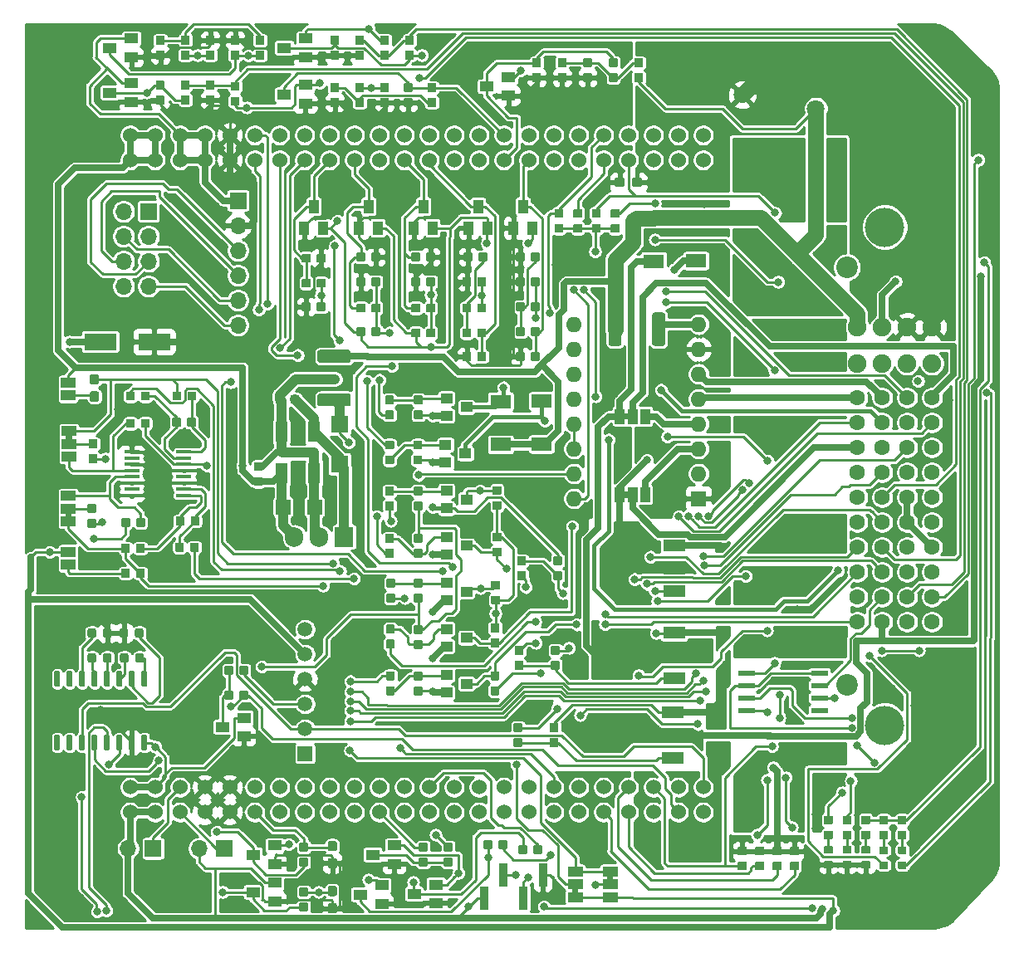
<source format=gtl>
G04 #@! TF.GenerationSoftware,KiCad,Pcbnew,5.1.5-52549c5~84~ubuntu18.04.1*
G04 #@! TF.CreationDate,2020-03-28T20:03:14+01:00*
G04 #@! TF.ProjectId,Speeduino_base,53706565-6475-4696-9e6f-5f626173652e,rev?*
G04 #@! TF.SameCoordinates,Original*
G04 #@! TF.FileFunction,Copper,L1,Top*
G04 #@! TF.FilePolarity,Positive*
%FSLAX46Y46*%
G04 Gerber Fmt 4.6, Leading zero omitted, Abs format (unit mm)*
G04 Created by KiCad (PCBNEW 5.1.5-52549c5~84~ubuntu18.04.1) date 2020-03-28 20:03:14*
%MOMM*%
%LPD*%
G04 APERTURE LIST*
%ADD10C,0.100000*%
%ADD11R,1.700000X1.700000*%
%ADD12O,1.700000X1.700000*%
%ADD13C,1.508000*%
%ADD14R,1.508000X1.508000*%
%ADD15C,2.200000*%
%ADD16C,4.000000*%
%ADD17C,1.900000*%
%ADD18C,1.600000*%
%ADD19C,1.524000*%
%ADD20R,2.100000X1.400000*%
%ADD21R,1.000000X1.400000*%
%ADD22R,0.850000X2.350000*%
%ADD23R,1.750000X0.550000*%
%ADD24R,1.400000X1.000000*%
%ADD25R,3.300000X1.700000*%
%ADD26R,1.600200X0.355600*%
%ADD27O,1.600000X1.600000*%
%ADD28R,1.600000X1.600000*%
%ADD29O,1.905000X2.000000*%
%ADD30R,1.905000X2.000000*%
%ADD31R,2.200000X3.600000*%
%ADD32R,2.235200X1.219200*%
%ADD33C,1.800000*%
%ADD34R,1.500000X1.000000*%
%ADD35R,1.000000X1.500000*%
%ADD36R,1.270000X2.032000*%
%ADD37R,1.770000X1.800000*%
%ADD38R,1.500000X1.500000*%
%ADD39R,1.143000X1.016000*%
%ADD40C,0.800000*%
%ADD41C,0.635000*%
%ADD42C,0.250000*%
%ADD43C,1.000000*%
%ADD44C,1.600000*%
%ADD45C,0.450000*%
%ADD46C,0.254000*%
G04 APERTURE END LIST*
D10*
G36*
X118445000Y-67702000D02*
G01*
X118445000Y-67202000D01*
X119045000Y-67202000D01*
X119045000Y-67702000D01*
X118445000Y-67702000D01*
G37*
G36*
X119121200Y-59298000D02*
G01*
X119121200Y-59798000D01*
X118521200Y-59798000D01*
X118521200Y-59298000D01*
X119121200Y-59298000D01*
G37*
G36*
X170134000Y-106026000D02*
G01*
X170134000Y-105526000D01*
X170734000Y-105526000D01*
X170734000Y-106026000D01*
X170134000Y-106026000D01*
G37*
G36*
X174290000Y-104226000D02*
G01*
X174290000Y-104726000D01*
X173690000Y-104726000D01*
X173690000Y-104226000D01*
X174290000Y-104226000D01*
G37*
G36*
X175376000Y-57104000D02*
G01*
X175876000Y-57104000D01*
X175876000Y-57704000D01*
X175376000Y-57704000D01*
X175376000Y-57104000D01*
G37*
G36*
X175376000Y-65105000D02*
G01*
X175876000Y-65105000D01*
X175876000Y-65705000D01*
X175376000Y-65705000D01*
X175376000Y-65105000D01*
G37*
G04 #@! TA.AperFunction,SMDPad,CuDef*
G36*
X126642977Y-89878662D02*
G01*
X126656325Y-89880642D01*
X126669414Y-89883921D01*
X126682119Y-89888467D01*
X126694317Y-89894236D01*
X126705891Y-89901173D01*
X126716729Y-89909211D01*
X126726727Y-89918273D01*
X126735789Y-89928271D01*
X126743827Y-89939109D01*
X126750764Y-89950683D01*
X126756533Y-89962881D01*
X126761079Y-89975586D01*
X126764358Y-89988675D01*
X126766338Y-90002023D01*
X126767000Y-90015500D01*
X126767000Y-91340500D01*
X126766338Y-91353977D01*
X126764358Y-91367325D01*
X126761079Y-91380414D01*
X126756533Y-91393119D01*
X126750764Y-91405317D01*
X126743827Y-91416891D01*
X126735789Y-91427729D01*
X126726727Y-91437727D01*
X126716729Y-91446789D01*
X126705891Y-91454827D01*
X126694317Y-91461764D01*
X126682119Y-91467533D01*
X126669414Y-91472079D01*
X126656325Y-91475358D01*
X126642977Y-91477338D01*
X126629500Y-91478000D01*
X126354500Y-91478000D01*
X126341023Y-91477338D01*
X126327675Y-91475358D01*
X126314586Y-91472079D01*
X126301881Y-91467533D01*
X126289683Y-91461764D01*
X126278109Y-91454827D01*
X126267271Y-91446789D01*
X126257273Y-91437727D01*
X126248211Y-91427729D01*
X126240173Y-91416891D01*
X126233236Y-91405317D01*
X126227467Y-91393119D01*
X126222921Y-91380414D01*
X126219642Y-91367325D01*
X126217662Y-91353977D01*
X126217000Y-91340500D01*
X126217000Y-90015500D01*
X126217662Y-90002023D01*
X126219642Y-89988675D01*
X126222921Y-89975586D01*
X126227467Y-89962881D01*
X126233236Y-89950683D01*
X126240173Y-89939109D01*
X126248211Y-89928271D01*
X126257273Y-89918273D01*
X126267271Y-89909211D01*
X126278109Y-89901173D01*
X126289683Y-89894236D01*
X126301881Y-89888467D01*
X126314586Y-89883921D01*
X126327675Y-89880642D01*
X126341023Y-89878662D01*
X126354500Y-89878000D01*
X126629500Y-89878000D01*
X126642977Y-89878662D01*
G37*
G04 #@! TD.AperFunction*
G04 #@! TA.AperFunction,SMDPad,CuDef*
G36*
X125372977Y-89878662D02*
G01*
X125386325Y-89880642D01*
X125399414Y-89883921D01*
X125412119Y-89888467D01*
X125424317Y-89894236D01*
X125435891Y-89901173D01*
X125446729Y-89909211D01*
X125456727Y-89918273D01*
X125465789Y-89928271D01*
X125473827Y-89939109D01*
X125480764Y-89950683D01*
X125486533Y-89962881D01*
X125491079Y-89975586D01*
X125494358Y-89988675D01*
X125496338Y-90002023D01*
X125497000Y-90015500D01*
X125497000Y-91340500D01*
X125496338Y-91353977D01*
X125494358Y-91367325D01*
X125491079Y-91380414D01*
X125486533Y-91393119D01*
X125480764Y-91405317D01*
X125473827Y-91416891D01*
X125465789Y-91427729D01*
X125456727Y-91437727D01*
X125446729Y-91446789D01*
X125435891Y-91454827D01*
X125424317Y-91461764D01*
X125412119Y-91467533D01*
X125399414Y-91472079D01*
X125386325Y-91475358D01*
X125372977Y-91477338D01*
X125359500Y-91478000D01*
X125084500Y-91478000D01*
X125071023Y-91477338D01*
X125057675Y-91475358D01*
X125044586Y-91472079D01*
X125031881Y-91467533D01*
X125019683Y-91461764D01*
X125008109Y-91454827D01*
X124997271Y-91446789D01*
X124987273Y-91437727D01*
X124978211Y-91427729D01*
X124970173Y-91416891D01*
X124963236Y-91405317D01*
X124957467Y-91393119D01*
X124952921Y-91380414D01*
X124949642Y-91367325D01*
X124947662Y-91353977D01*
X124947000Y-91340500D01*
X124947000Y-90015500D01*
X124947662Y-90002023D01*
X124949642Y-89988675D01*
X124952921Y-89975586D01*
X124957467Y-89962881D01*
X124963236Y-89950683D01*
X124970173Y-89939109D01*
X124978211Y-89928271D01*
X124987273Y-89918273D01*
X124997271Y-89909211D01*
X125008109Y-89901173D01*
X125019683Y-89894236D01*
X125031881Y-89888467D01*
X125044586Y-89883921D01*
X125057675Y-89880642D01*
X125071023Y-89878662D01*
X125084500Y-89878000D01*
X125359500Y-89878000D01*
X125372977Y-89878662D01*
G37*
G04 #@! TD.AperFunction*
G04 #@! TA.AperFunction,SMDPad,CuDef*
G36*
X124102977Y-89878662D02*
G01*
X124116325Y-89880642D01*
X124129414Y-89883921D01*
X124142119Y-89888467D01*
X124154317Y-89894236D01*
X124165891Y-89901173D01*
X124176729Y-89909211D01*
X124186727Y-89918273D01*
X124195789Y-89928271D01*
X124203827Y-89939109D01*
X124210764Y-89950683D01*
X124216533Y-89962881D01*
X124221079Y-89975586D01*
X124224358Y-89988675D01*
X124226338Y-90002023D01*
X124227000Y-90015500D01*
X124227000Y-91340500D01*
X124226338Y-91353977D01*
X124224358Y-91367325D01*
X124221079Y-91380414D01*
X124216533Y-91393119D01*
X124210764Y-91405317D01*
X124203827Y-91416891D01*
X124195789Y-91427729D01*
X124186727Y-91437727D01*
X124176729Y-91446789D01*
X124165891Y-91454827D01*
X124154317Y-91461764D01*
X124142119Y-91467533D01*
X124129414Y-91472079D01*
X124116325Y-91475358D01*
X124102977Y-91477338D01*
X124089500Y-91478000D01*
X123814500Y-91478000D01*
X123801023Y-91477338D01*
X123787675Y-91475358D01*
X123774586Y-91472079D01*
X123761881Y-91467533D01*
X123749683Y-91461764D01*
X123738109Y-91454827D01*
X123727271Y-91446789D01*
X123717273Y-91437727D01*
X123708211Y-91427729D01*
X123700173Y-91416891D01*
X123693236Y-91405317D01*
X123687467Y-91393119D01*
X123682921Y-91380414D01*
X123679642Y-91367325D01*
X123677662Y-91353977D01*
X123677000Y-91340500D01*
X123677000Y-90015500D01*
X123677662Y-90002023D01*
X123679642Y-89988675D01*
X123682921Y-89975586D01*
X123687467Y-89962881D01*
X123693236Y-89950683D01*
X123700173Y-89939109D01*
X123708211Y-89928271D01*
X123717273Y-89918273D01*
X123727271Y-89909211D01*
X123738109Y-89901173D01*
X123749683Y-89894236D01*
X123761881Y-89888467D01*
X123774586Y-89883921D01*
X123787675Y-89880642D01*
X123801023Y-89878662D01*
X123814500Y-89878000D01*
X124089500Y-89878000D01*
X124102977Y-89878662D01*
G37*
G04 #@! TD.AperFunction*
G04 #@! TA.AperFunction,SMDPad,CuDef*
G36*
X122832977Y-89878662D02*
G01*
X122846325Y-89880642D01*
X122859414Y-89883921D01*
X122872119Y-89888467D01*
X122884317Y-89894236D01*
X122895891Y-89901173D01*
X122906729Y-89909211D01*
X122916727Y-89918273D01*
X122925789Y-89928271D01*
X122933827Y-89939109D01*
X122940764Y-89950683D01*
X122946533Y-89962881D01*
X122951079Y-89975586D01*
X122954358Y-89988675D01*
X122956338Y-90002023D01*
X122957000Y-90015500D01*
X122957000Y-91340500D01*
X122956338Y-91353977D01*
X122954358Y-91367325D01*
X122951079Y-91380414D01*
X122946533Y-91393119D01*
X122940764Y-91405317D01*
X122933827Y-91416891D01*
X122925789Y-91427729D01*
X122916727Y-91437727D01*
X122906729Y-91446789D01*
X122895891Y-91454827D01*
X122884317Y-91461764D01*
X122872119Y-91467533D01*
X122859414Y-91472079D01*
X122846325Y-91475358D01*
X122832977Y-91477338D01*
X122819500Y-91478000D01*
X122544500Y-91478000D01*
X122531023Y-91477338D01*
X122517675Y-91475358D01*
X122504586Y-91472079D01*
X122491881Y-91467533D01*
X122479683Y-91461764D01*
X122468109Y-91454827D01*
X122457271Y-91446789D01*
X122447273Y-91437727D01*
X122438211Y-91427729D01*
X122430173Y-91416891D01*
X122423236Y-91405317D01*
X122417467Y-91393119D01*
X122412921Y-91380414D01*
X122409642Y-91367325D01*
X122407662Y-91353977D01*
X122407000Y-91340500D01*
X122407000Y-90015500D01*
X122407662Y-90002023D01*
X122409642Y-89988675D01*
X122412921Y-89975586D01*
X122417467Y-89962881D01*
X122423236Y-89950683D01*
X122430173Y-89939109D01*
X122438211Y-89928271D01*
X122447273Y-89918273D01*
X122457271Y-89909211D01*
X122468109Y-89901173D01*
X122479683Y-89894236D01*
X122491881Y-89888467D01*
X122504586Y-89883921D01*
X122517675Y-89880642D01*
X122531023Y-89878662D01*
X122544500Y-89878000D01*
X122819500Y-89878000D01*
X122832977Y-89878662D01*
G37*
G04 #@! TD.AperFunction*
G04 #@! TA.AperFunction,SMDPad,CuDef*
G36*
X121562977Y-89878662D02*
G01*
X121576325Y-89880642D01*
X121589414Y-89883921D01*
X121602119Y-89888467D01*
X121614317Y-89894236D01*
X121625891Y-89901173D01*
X121636729Y-89909211D01*
X121646727Y-89918273D01*
X121655789Y-89928271D01*
X121663827Y-89939109D01*
X121670764Y-89950683D01*
X121676533Y-89962881D01*
X121681079Y-89975586D01*
X121684358Y-89988675D01*
X121686338Y-90002023D01*
X121687000Y-90015500D01*
X121687000Y-91340500D01*
X121686338Y-91353977D01*
X121684358Y-91367325D01*
X121681079Y-91380414D01*
X121676533Y-91393119D01*
X121670764Y-91405317D01*
X121663827Y-91416891D01*
X121655789Y-91427729D01*
X121646727Y-91437727D01*
X121636729Y-91446789D01*
X121625891Y-91454827D01*
X121614317Y-91461764D01*
X121602119Y-91467533D01*
X121589414Y-91472079D01*
X121576325Y-91475358D01*
X121562977Y-91477338D01*
X121549500Y-91478000D01*
X121274500Y-91478000D01*
X121261023Y-91477338D01*
X121247675Y-91475358D01*
X121234586Y-91472079D01*
X121221881Y-91467533D01*
X121209683Y-91461764D01*
X121198109Y-91454827D01*
X121187271Y-91446789D01*
X121177273Y-91437727D01*
X121168211Y-91427729D01*
X121160173Y-91416891D01*
X121153236Y-91405317D01*
X121147467Y-91393119D01*
X121142921Y-91380414D01*
X121139642Y-91367325D01*
X121137662Y-91353977D01*
X121137000Y-91340500D01*
X121137000Y-90015500D01*
X121137662Y-90002023D01*
X121139642Y-89988675D01*
X121142921Y-89975586D01*
X121147467Y-89962881D01*
X121153236Y-89950683D01*
X121160173Y-89939109D01*
X121168211Y-89928271D01*
X121177273Y-89918273D01*
X121187271Y-89909211D01*
X121198109Y-89901173D01*
X121209683Y-89894236D01*
X121221881Y-89888467D01*
X121234586Y-89883921D01*
X121247675Y-89880642D01*
X121261023Y-89878662D01*
X121274500Y-89878000D01*
X121549500Y-89878000D01*
X121562977Y-89878662D01*
G37*
G04 #@! TD.AperFunction*
G04 #@! TA.AperFunction,SMDPad,CuDef*
G36*
X120292977Y-89878662D02*
G01*
X120306325Y-89880642D01*
X120319414Y-89883921D01*
X120332119Y-89888467D01*
X120344317Y-89894236D01*
X120355891Y-89901173D01*
X120366729Y-89909211D01*
X120376727Y-89918273D01*
X120385789Y-89928271D01*
X120393827Y-89939109D01*
X120400764Y-89950683D01*
X120406533Y-89962881D01*
X120411079Y-89975586D01*
X120414358Y-89988675D01*
X120416338Y-90002023D01*
X120417000Y-90015500D01*
X120417000Y-91340500D01*
X120416338Y-91353977D01*
X120414358Y-91367325D01*
X120411079Y-91380414D01*
X120406533Y-91393119D01*
X120400764Y-91405317D01*
X120393827Y-91416891D01*
X120385789Y-91427729D01*
X120376727Y-91437727D01*
X120366729Y-91446789D01*
X120355891Y-91454827D01*
X120344317Y-91461764D01*
X120332119Y-91467533D01*
X120319414Y-91472079D01*
X120306325Y-91475358D01*
X120292977Y-91477338D01*
X120279500Y-91478000D01*
X120004500Y-91478000D01*
X119991023Y-91477338D01*
X119977675Y-91475358D01*
X119964586Y-91472079D01*
X119951881Y-91467533D01*
X119939683Y-91461764D01*
X119928109Y-91454827D01*
X119917271Y-91446789D01*
X119907273Y-91437727D01*
X119898211Y-91427729D01*
X119890173Y-91416891D01*
X119883236Y-91405317D01*
X119877467Y-91393119D01*
X119872921Y-91380414D01*
X119869642Y-91367325D01*
X119867662Y-91353977D01*
X119867000Y-91340500D01*
X119867000Y-90015500D01*
X119867662Y-90002023D01*
X119869642Y-89988675D01*
X119872921Y-89975586D01*
X119877467Y-89962881D01*
X119883236Y-89950683D01*
X119890173Y-89939109D01*
X119898211Y-89928271D01*
X119907273Y-89918273D01*
X119917271Y-89909211D01*
X119928109Y-89901173D01*
X119939683Y-89894236D01*
X119951881Y-89888467D01*
X119964586Y-89883921D01*
X119977675Y-89880642D01*
X119991023Y-89878662D01*
X120004500Y-89878000D01*
X120279500Y-89878000D01*
X120292977Y-89878662D01*
G37*
G04 #@! TD.AperFunction*
G04 #@! TA.AperFunction,SMDPad,CuDef*
G36*
X119022977Y-89878662D02*
G01*
X119036325Y-89880642D01*
X119049414Y-89883921D01*
X119062119Y-89888467D01*
X119074317Y-89894236D01*
X119085891Y-89901173D01*
X119096729Y-89909211D01*
X119106727Y-89918273D01*
X119115789Y-89928271D01*
X119123827Y-89939109D01*
X119130764Y-89950683D01*
X119136533Y-89962881D01*
X119141079Y-89975586D01*
X119144358Y-89988675D01*
X119146338Y-90002023D01*
X119147000Y-90015500D01*
X119147000Y-91340500D01*
X119146338Y-91353977D01*
X119144358Y-91367325D01*
X119141079Y-91380414D01*
X119136533Y-91393119D01*
X119130764Y-91405317D01*
X119123827Y-91416891D01*
X119115789Y-91427729D01*
X119106727Y-91437727D01*
X119096729Y-91446789D01*
X119085891Y-91454827D01*
X119074317Y-91461764D01*
X119062119Y-91467533D01*
X119049414Y-91472079D01*
X119036325Y-91475358D01*
X119022977Y-91477338D01*
X119009500Y-91478000D01*
X118734500Y-91478000D01*
X118721023Y-91477338D01*
X118707675Y-91475358D01*
X118694586Y-91472079D01*
X118681881Y-91467533D01*
X118669683Y-91461764D01*
X118658109Y-91454827D01*
X118647271Y-91446789D01*
X118637273Y-91437727D01*
X118628211Y-91427729D01*
X118620173Y-91416891D01*
X118613236Y-91405317D01*
X118607467Y-91393119D01*
X118602921Y-91380414D01*
X118599642Y-91367325D01*
X118597662Y-91353977D01*
X118597000Y-91340500D01*
X118597000Y-90015500D01*
X118597662Y-90002023D01*
X118599642Y-89988675D01*
X118602921Y-89975586D01*
X118607467Y-89962881D01*
X118613236Y-89950683D01*
X118620173Y-89939109D01*
X118628211Y-89928271D01*
X118637273Y-89918273D01*
X118647271Y-89909211D01*
X118658109Y-89901173D01*
X118669683Y-89894236D01*
X118681881Y-89888467D01*
X118694586Y-89883921D01*
X118707675Y-89880642D01*
X118721023Y-89878662D01*
X118734500Y-89878000D01*
X119009500Y-89878000D01*
X119022977Y-89878662D01*
G37*
G04 #@! TD.AperFunction*
G04 #@! TA.AperFunction,SMDPad,CuDef*
G36*
X117752977Y-89878662D02*
G01*
X117766325Y-89880642D01*
X117779414Y-89883921D01*
X117792119Y-89888467D01*
X117804317Y-89894236D01*
X117815891Y-89901173D01*
X117826729Y-89909211D01*
X117836727Y-89918273D01*
X117845789Y-89928271D01*
X117853827Y-89939109D01*
X117860764Y-89950683D01*
X117866533Y-89962881D01*
X117871079Y-89975586D01*
X117874358Y-89988675D01*
X117876338Y-90002023D01*
X117877000Y-90015500D01*
X117877000Y-91340500D01*
X117876338Y-91353977D01*
X117874358Y-91367325D01*
X117871079Y-91380414D01*
X117866533Y-91393119D01*
X117860764Y-91405317D01*
X117853827Y-91416891D01*
X117845789Y-91427729D01*
X117836727Y-91437727D01*
X117826729Y-91446789D01*
X117815891Y-91454827D01*
X117804317Y-91461764D01*
X117792119Y-91467533D01*
X117779414Y-91472079D01*
X117766325Y-91475358D01*
X117752977Y-91477338D01*
X117739500Y-91478000D01*
X117464500Y-91478000D01*
X117451023Y-91477338D01*
X117437675Y-91475358D01*
X117424586Y-91472079D01*
X117411881Y-91467533D01*
X117399683Y-91461764D01*
X117388109Y-91454827D01*
X117377271Y-91446789D01*
X117367273Y-91437727D01*
X117358211Y-91427729D01*
X117350173Y-91416891D01*
X117343236Y-91405317D01*
X117337467Y-91393119D01*
X117332921Y-91380414D01*
X117329642Y-91367325D01*
X117327662Y-91353977D01*
X117327000Y-91340500D01*
X117327000Y-90015500D01*
X117327662Y-90002023D01*
X117329642Y-89988675D01*
X117332921Y-89975586D01*
X117337467Y-89962881D01*
X117343236Y-89950683D01*
X117350173Y-89939109D01*
X117358211Y-89928271D01*
X117367273Y-89918273D01*
X117377271Y-89909211D01*
X117388109Y-89901173D01*
X117399683Y-89894236D01*
X117411881Y-89888467D01*
X117424586Y-89883921D01*
X117437675Y-89880642D01*
X117451023Y-89878662D01*
X117464500Y-89878000D01*
X117739500Y-89878000D01*
X117752977Y-89878662D01*
G37*
G04 #@! TD.AperFunction*
G04 #@! TA.AperFunction,SMDPad,CuDef*
G36*
X117752977Y-83378662D02*
G01*
X117766325Y-83380642D01*
X117779414Y-83383921D01*
X117792119Y-83388467D01*
X117804317Y-83394236D01*
X117815891Y-83401173D01*
X117826729Y-83409211D01*
X117836727Y-83418273D01*
X117845789Y-83428271D01*
X117853827Y-83439109D01*
X117860764Y-83450683D01*
X117866533Y-83462881D01*
X117871079Y-83475586D01*
X117874358Y-83488675D01*
X117876338Y-83502023D01*
X117877000Y-83515500D01*
X117877000Y-84840500D01*
X117876338Y-84853977D01*
X117874358Y-84867325D01*
X117871079Y-84880414D01*
X117866533Y-84893119D01*
X117860764Y-84905317D01*
X117853827Y-84916891D01*
X117845789Y-84927729D01*
X117836727Y-84937727D01*
X117826729Y-84946789D01*
X117815891Y-84954827D01*
X117804317Y-84961764D01*
X117792119Y-84967533D01*
X117779414Y-84972079D01*
X117766325Y-84975358D01*
X117752977Y-84977338D01*
X117739500Y-84978000D01*
X117464500Y-84978000D01*
X117451023Y-84977338D01*
X117437675Y-84975358D01*
X117424586Y-84972079D01*
X117411881Y-84967533D01*
X117399683Y-84961764D01*
X117388109Y-84954827D01*
X117377271Y-84946789D01*
X117367273Y-84937727D01*
X117358211Y-84927729D01*
X117350173Y-84916891D01*
X117343236Y-84905317D01*
X117337467Y-84893119D01*
X117332921Y-84880414D01*
X117329642Y-84867325D01*
X117327662Y-84853977D01*
X117327000Y-84840500D01*
X117327000Y-83515500D01*
X117327662Y-83502023D01*
X117329642Y-83488675D01*
X117332921Y-83475586D01*
X117337467Y-83462881D01*
X117343236Y-83450683D01*
X117350173Y-83439109D01*
X117358211Y-83428271D01*
X117367273Y-83418273D01*
X117377271Y-83409211D01*
X117388109Y-83401173D01*
X117399683Y-83394236D01*
X117411881Y-83388467D01*
X117424586Y-83383921D01*
X117437675Y-83380642D01*
X117451023Y-83378662D01*
X117464500Y-83378000D01*
X117739500Y-83378000D01*
X117752977Y-83378662D01*
G37*
G04 #@! TD.AperFunction*
G04 #@! TA.AperFunction,SMDPad,CuDef*
G36*
X119022977Y-83378662D02*
G01*
X119036325Y-83380642D01*
X119049414Y-83383921D01*
X119062119Y-83388467D01*
X119074317Y-83394236D01*
X119085891Y-83401173D01*
X119096729Y-83409211D01*
X119106727Y-83418273D01*
X119115789Y-83428271D01*
X119123827Y-83439109D01*
X119130764Y-83450683D01*
X119136533Y-83462881D01*
X119141079Y-83475586D01*
X119144358Y-83488675D01*
X119146338Y-83502023D01*
X119147000Y-83515500D01*
X119147000Y-84840500D01*
X119146338Y-84853977D01*
X119144358Y-84867325D01*
X119141079Y-84880414D01*
X119136533Y-84893119D01*
X119130764Y-84905317D01*
X119123827Y-84916891D01*
X119115789Y-84927729D01*
X119106727Y-84937727D01*
X119096729Y-84946789D01*
X119085891Y-84954827D01*
X119074317Y-84961764D01*
X119062119Y-84967533D01*
X119049414Y-84972079D01*
X119036325Y-84975358D01*
X119022977Y-84977338D01*
X119009500Y-84978000D01*
X118734500Y-84978000D01*
X118721023Y-84977338D01*
X118707675Y-84975358D01*
X118694586Y-84972079D01*
X118681881Y-84967533D01*
X118669683Y-84961764D01*
X118658109Y-84954827D01*
X118647271Y-84946789D01*
X118637273Y-84937727D01*
X118628211Y-84927729D01*
X118620173Y-84916891D01*
X118613236Y-84905317D01*
X118607467Y-84893119D01*
X118602921Y-84880414D01*
X118599642Y-84867325D01*
X118597662Y-84853977D01*
X118597000Y-84840500D01*
X118597000Y-83515500D01*
X118597662Y-83502023D01*
X118599642Y-83488675D01*
X118602921Y-83475586D01*
X118607467Y-83462881D01*
X118613236Y-83450683D01*
X118620173Y-83439109D01*
X118628211Y-83428271D01*
X118637273Y-83418273D01*
X118647271Y-83409211D01*
X118658109Y-83401173D01*
X118669683Y-83394236D01*
X118681881Y-83388467D01*
X118694586Y-83383921D01*
X118707675Y-83380642D01*
X118721023Y-83378662D01*
X118734500Y-83378000D01*
X119009500Y-83378000D01*
X119022977Y-83378662D01*
G37*
G04 #@! TD.AperFunction*
G04 #@! TA.AperFunction,SMDPad,CuDef*
G36*
X120292977Y-83378662D02*
G01*
X120306325Y-83380642D01*
X120319414Y-83383921D01*
X120332119Y-83388467D01*
X120344317Y-83394236D01*
X120355891Y-83401173D01*
X120366729Y-83409211D01*
X120376727Y-83418273D01*
X120385789Y-83428271D01*
X120393827Y-83439109D01*
X120400764Y-83450683D01*
X120406533Y-83462881D01*
X120411079Y-83475586D01*
X120414358Y-83488675D01*
X120416338Y-83502023D01*
X120417000Y-83515500D01*
X120417000Y-84840500D01*
X120416338Y-84853977D01*
X120414358Y-84867325D01*
X120411079Y-84880414D01*
X120406533Y-84893119D01*
X120400764Y-84905317D01*
X120393827Y-84916891D01*
X120385789Y-84927729D01*
X120376727Y-84937727D01*
X120366729Y-84946789D01*
X120355891Y-84954827D01*
X120344317Y-84961764D01*
X120332119Y-84967533D01*
X120319414Y-84972079D01*
X120306325Y-84975358D01*
X120292977Y-84977338D01*
X120279500Y-84978000D01*
X120004500Y-84978000D01*
X119991023Y-84977338D01*
X119977675Y-84975358D01*
X119964586Y-84972079D01*
X119951881Y-84967533D01*
X119939683Y-84961764D01*
X119928109Y-84954827D01*
X119917271Y-84946789D01*
X119907273Y-84937727D01*
X119898211Y-84927729D01*
X119890173Y-84916891D01*
X119883236Y-84905317D01*
X119877467Y-84893119D01*
X119872921Y-84880414D01*
X119869642Y-84867325D01*
X119867662Y-84853977D01*
X119867000Y-84840500D01*
X119867000Y-83515500D01*
X119867662Y-83502023D01*
X119869642Y-83488675D01*
X119872921Y-83475586D01*
X119877467Y-83462881D01*
X119883236Y-83450683D01*
X119890173Y-83439109D01*
X119898211Y-83428271D01*
X119907273Y-83418273D01*
X119917271Y-83409211D01*
X119928109Y-83401173D01*
X119939683Y-83394236D01*
X119951881Y-83388467D01*
X119964586Y-83383921D01*
X119977675Y-83380642D01*
X119991023Y-83378662D01*
X120004500Y-83378000D01*
X120279500Y-83378000D01*
X120292977Y-83378662D01*
G37*
G04 #@! TD.AperFunction*
G04 #@! TA.AperFunction,SMDPad,CuDef*
G36*
X121562977Y-83378662D02*
G01*
X121576325Y-83380642D01*
X121589414Y-83383921D01*
X121602119Y-83388467D01*
X121614317Y-83394236D01*
X121625891Y-83401173D01*
X121636729Y-83409211D01*
X121646727Y-83418273D01*
X121655789Y-83428271D01*
X121663827Y-83439109D01*
X121670764Y-83450683D01*
X121676533Y-83462881D01*
X121681079Y-83475586D01*
X121684358Y-83488675D01*
X121686338Y-83502023D01*
X121687000Y-83515500D01*
X121687000Y-84840500D01*
X121686338Y-84853977D01*
X121684358Y-84867325D01*
X121681079Y-84880414D01*
X121676533Y-84893119D01*
X121670764Y-84905317D01*
X121663827Y-84916891D01*
X121655789Y-84927729D01*
X121646727Y-84937727D01*
X121636729Y-84946789D01*
X121625891Y-84954827D01*
X121614317Y-84961764D01*
X121602119Y-84967533D01*
X121589414Y-84972079D01*
X121576325Y-84975358D01*
X121562977Y-84977338D01*
X121549500Y-84978000D01*
X121274500Y-84978000D01*
X121261023Y-84977338D01*
X121247675Y-84975358D01*
X121234586Y-84972079D01*
X121221881Y-84967533D01*
X121209683Y-84961764D01*
X121198109Y-84954827D01*
X121187271Y-84946789D01*
X121177273Y-84937727D01*
X121168211Y-84927729D01*
X121160173Y-84916891D01*
X121153236Y-84905317D01*
X121147467Y-84893119D01*
X121142921Y-84880414D01*
X121139642Y-84867325D01*
X121137662Y-84853977D01*
X121137000Y-84840500D01*
X121137000Y-83515500D01*
X121137662Y-83502023D01*
X121139642Y-83488675D01*
X121142921Y-83475586D01*
X121147467Y-83462881D01*
X121153236Y-83450683D01*
X121160173Y-83439109D01*
X121168211Y-83428271D01*
X121177273Y-83418273D01*
X121187271Y-83409211D01*
X121198109Y-83401173D01*
X121209683Y-83394236D01*
X121221881Y-83388467D01*
X121234586Y-83383921D01*
X121247675Y-83380642D01*
X121261023Y-83378662D01*
X121274500Y-83378000D01*
X121549500Y-83378000D01*
X121562977Y-83378662D01*
G37*
G04 #@! TD.AperFunction*
G04 #@! TA.AperFunction,SMDPad,CuDef*
G36*
X122832977Y-83378662D02*
G01*
X122846325Y-83380642D01*
X122859414Y-83383921D01*
X122872119Y-83388467D01*
X122884317Y-83394236D01*
X122895891Y-83401173D01*
X122906729Y-83409211D01*
X122916727Y-83418273D01*
X122925789Y-83428271D01*
X122933827Y-83439109D01*
X122940764Y-83450683D01*
X122946533Y-83462881D01*
X122951079Y-83475586D01*
X122954358Y-83488675D01*
X122956338Y-83502023D01*
X122957000Y-83515500D01*
X122957000Y-84840500D01*
X122956338Y-84853977D01*
X122954358Y-84867325D01*
X122951079Y-84880414D01*
X122946533Y-84893119D01*
X122940764Y-84905317D01*
X122933827Y-84916891D01*
X122925789Y-84927729D01*
X122916727Y-84937727D01*
X122906729Y-84946789D01*
X122895891Y-84954827D01*
X122884317Y-84961764D01*
X122872119Y-84967533D01*
X122859414Y-84972079D01*
X122846325Y-84975358D01*
X122832977Y-84977338D01*
X122819500Y-84978000D01*
X122544500Y-84978000D01*
X122531023Y-84977338D01*
X122517675Y-84975358D01*
X122504586Y-84972079D01*
X122491881Y-84967533D01*
X122479683Y-84961764D01*
X122468109Y-84954827D01*
X122457271Y-84946789D01*
X122447273Y-84937727D01*
X122438211Y-84927729D01*
X122430173Y-84916891D01*
X122423236Y-84905317D01*
X122417467Y-84893119D01*
X122412921Y-84880414D01*
X122409642Y-84867325D01*
X122407662Y-84853977D01*
X122407000Y-84840500D01*
X122407000Y-83515500D01*
X122407662Y-83502023D01*
X122409642Y-83488675D01*
X122412921Y-83475586D01*
X122417467Y-83462881D01*
X122423236Y-83450683D01*
X122430173Y-83439109D01*
X122438211Y-83428271D01*
X122447273Y-83418273D01*
X122457271Y-83409211D01*
X122468109Y-83401173D01*
X122479683Y-83394236D01*
X122491881Y-83388467D01*
X122504586Y-83383921D01*
X122517675Y-83380642D01*
X122531023Y-83378662D01*
X122544500Y-83378000D01*
X122819500Y-83378000D01*
X122832977Y-83378662D01*
G37*
G04 #@! TD.AperFunction*
G04 #@! TA.AperFunction,SMDPad,CuDef*
G36*
X124102977Y-83378662D02*
G01*
X124116325Y-83380642D01*
X124129414Y-83383921D01*
X124142119Y-83388467D01*
X124154317Y-83394236D01*
X124165891Y-83401173D01*
X124176729Y-83409211D01*
X124186727Y-83418273D01*
X124195789Y-83428271D01*
X124203827Y-83439109D01*
X124210764Y-83450683D01*
X124216533Y-83462881D01*
X124221079Y-83475586D01*
X124224358Y-83488675D01*
X124226338Y-83502023D01*
X124227000Y-83515500D01*
X124227000Y-84840500D01*
X124226338Y-84853977D01*
X124224358Y-84867325D01*
X124221079Y-84880414D01*
X124216533Y-84893119D01*
X124210764Y-84905317D01*
X124203827Y-84916891D01*
X124195789Y-84927729D01*
X124186727Y-84937727D01*
X124176729Y-84946789D01*
X124165891Y-84954827D01*
X124154317Y-84961764D01*
X124142119Y-84967533D01*
X124129414Y-84972079D01*
X124116325Y-84975358D01*
X124102977Y-84977338D01*
X124089500Y-84978000D01*
X123814500Y-84978000D01*
X123801023Y-84977338D01*
X123787675Y-84975358D01*
X123774586Y-84972079D01*
X123761881Y-84967533D01*
X123749683Y-84961764D01*
X123738109Y-84954827D01*
X123727271Y-84946789D01*
X123717273Y-84937727D01*
X123708211Y-84927729D01*
X123700173Y-84916891D01*
X123693236Y-84905317D01*
X123687467Y-84893119D01*
X123682921Y-84880414D01*
X123679642Y-84867325D01*
X123677662Y-84853977D01*
X123677000Y-84840500D01*
X123677000Y-83515500D01*
X123677662Y-83502023D01*
X123679642Y-83488675D01*
X123682921Y-83475586D01*
X123687467Y-83462881D01*
X123693236Y-83450683D01*
X123700173Y-83439109D01*
X123708211Y-83428271D01*
X123717273Y-83418273D01*
X123727271Y-83409211D01*
X123738109Y-83401173D01*
X123749683Y-83394236D01*
X123761881Y-83388467D01*
X123774586Y-83383921D01*
X123787675Y-83380642D01*
X123801023Y-83378662D01*
X123814500Y-83378000D01*
X124089500Y-83378000D01*
X124102977Y-83378662D01*
G37*
G04 #@! TD.AperFunction*
G04 #@! TA.AperFunction,SMDPad,CuDef*
G36*
X125372977Y-83378662D02*
G01*
X125386325Y-83380642D01*
X125399414Y-83383921D01*
X125412119Y-83388467D01*
X125424317Y-83394236D01*
X125435891Y-83401173D01*
X125446729Y-83409211D01*
X125456727Y-83418273D01*
X125465789Y-83428271D01*
X125473827Y-83439109D01*
X125480764Y-83450683D01*
X125486533Y-83462881D01*
X125491079Y-83475586D01*
X125494358Y-83488675D01*
X125496338Y-83502023D01*
X125497000Y-83515500D01*
X125497000Y-84840500D01*
X125496338Y-84853977D01*
X125494358Y-84867325D01*
X125491079Y-84880414D01*
X125486533Y-84893119D01*
X125480764Y-84905317D01*
X125473827Y-84916891D01*
X125465789Y-84927729D01*
X125456727Y-84937727D01*
X125446729Y-84946789D01*
X125435891Y-84954827D01*
X125424317Y-84961764D01*
X125412119Y-84967533D01*
X125399414Y-84972079D01*
X125386325Y-84975358D01*
X125372977Y-84977338D01*
X125359500Y-84978000D01*
X125084500Y-84978000D01*
X125071023Y-84977338D01*
X125057675Y-84975358D01*
X125044586Y-84972079D01*
X125031881Y-84967533D01*
X125019683Y-84961764D01*
X125008109Y-84954827D01*
X124997271Y-84946789D01*
X124987273Y-84937727D01*
X124978211Y-84927729D01*
X124970173Y-84916891D01*
X124963236Y-84905317D01*
X124957467Y-84893119D01*
X124952921Y-84880414D01*
X124949642Y-84867325D01*
X124947662Y-84853977D01*
X124947000Y-84840500D01*
X124947000Y-83515500D01*
X124947662Y-83502023D01*
X124949642Y-83488675D01*
X124952921Y-83475586D01*
X124957467Y-83462881D01*
X124963236Y-83450683D01*
X124970173Y-83439109D01*
X124978211Y-83428271D01*
X124987273Y-83418273D01*
X124997271Y-83409211D01*
X125008109Y-83401173D01*
X125019683Y-83394236D01*
X125031881Y-83388467D01*
X125044586Y-83383921D01*
X125057675Y-83380642D01*
X125071023Y-83378662D01*
X125084500Y-83378000D01*
X125359500Y-83378000D01*
X125372977Y-83378662D01*
G37*
G04 #@! TD.AperFunction*
G04 #@! TA.AperFunction,SMDPad,CuDef*
G36*
X126642977Y-83378662D02*
G01*
X126656325Y-83380642D01*
X126669414Y-83383921D01*
X126682119Y-83388467D01*
X126694317Y-83394236D01*
X126705891Y-83401173D01*
X126716729Y-83409211D01*
X126726727Y-83418273D01*
X126735789Y-83428271D01*
X126743827Y-83439109D01*
X126750764Y-83450683D01*
X126756533Y-83462881D01*
X126761079Y-83475586D01*
X126764358Y-83488675D01*
X126766338Y-83502023D01*
X126767000Y-83515500D01*
X126767000Y-84840500D01*
X126766338Y-84853977D01*
X126764358Y-84867325D01*
X126761079Y-84880414D01*
X126756533Y-84893119D01*
X126750764Y-84905317D01*
X126743827Y-84916891D01*
X126735789Y-84927729D01*
X126726727Y-84937727D01*
X126716729Y-84946789D01*
X126705891Y-84954827D01*
X126694317Y-84961764D01*
X126682119Y-84967533D01*
X126669414Y-84972079D01*
X126656325Y-84975358D01*
X126642977Y-84977338D01*
X126629500Y-84978000D01*
X126354500Y-84978000D01*
X126341023Y-84977338D01*
X126327675Y-84975358D01*
X126314586Y-84972079D01*
X126301881Y-84967533D01*
X126289683Y-84961764D01*
X126278109Y-84954827D01*
X126267271Y-84946789D01*
X126257273Y-84937727D01*
X126248211Y-84927729D01*
X126240173Y-84916891D01*
X126233236Y-84905317D01*
X126227467Y-84893119D01*
X126222921Y-84880414D01*
X126219642Y-84867325D01*
X126217662Y-84853977D01*
X126217000Y-84840500D01*
X126217000Y-83515500D01*
X126217662Y-83502023D01*
X126219642Y-83488675D01*
X126222921Y-83475586D01*
X126227467Y-83462881D01*
X126233236Y-83450683D01*
X126240173Y-83439109D01*
X126248211Y-83428271D01*
X126257273Y-83418273D01*
X126267271Y-83409211D01*
X126278109Y-83401173D01*
X126289683Y-83394236D01*
X126301881Y-83388467D01*
X126314586Y-83383921D01*
X126327675Y-83380642D01*
X126341023Y-83378662D01*
X126354500Y-83378000D01*
X126629500Y-83378000D01*
X126642977Y-83378662D01*
G37*
G04 #@! TD.AperFunction*
D11*
X126925000Y-36500000D03*
D12*
X124385000Y-36500000D03*
X126925000Y-39040000D03*
X124385000Y-39040000D03*
X126925000Y-41580000D03*
X124385000Y-41580000D03*
X126925000Y-44120000D03*
X124385000Y-44120000D03*
D13*
X142875000Y-79121000D03*
X142875000Y-81661000D03*
X142875000Y-84201000D03*
X142875000Y-86741000D03*
D14*
X142875000Y-91821000D03*
D13*
X142875000Y-89281000D03*
G04 #@! TA.AperFunction,SMDPad,CuDef*
D10*
G36*
X147324504Y-55076204D02*
G01*
X147348773Y-55079804D01*
X147372571Y-55085765D01*
X147395671Y-55094030D01*
X147417849Y-55104520D01*
X147438893Y-55117133D01*
X147458598Y-55131747D01*
X147476777Y-55148223D01*
X147493253Y-55166402D01*
X147507867Y-55186107D01*
X147520480Y-55207151D01*
X147530970Y-55229329D01*
X147539235Y-55252429D01*
X147545196Y-55276227D01*
X147548796Y-55300496D01*
X147550000Y-55325000D01*
X147550000Y-56125000D01*
X147548796Y-56149504D01*
X147545196Y-56173773D01*
X147539235Y-56197571D01*
X147530970Y-56220671D01*
X147520480Y-56242849D01*
X147507867Y-56263893D01*
X147493253Y-56283598D01*
X147476777Y-56301777D01*
X147458598Y-56318253D01*
X147438893Y-56332867D01*
X147417849Y-56345480D01*
X147395671Y-56355970D01*
X147372571Y-56364235D01*
X147348773Y-56370196D01*
X147324504Y-56373796D01*
X147300000Y-56375000D01*
X144400000Y-56375000D01*
X144375496Y-56373796D01*
X144351227Y-56370196D01*
X144327429Y-56364235D01*
X144304329Y-56355970D01*
X144282151Y-56345480D01*
X144261107Y-56332867D01*
X144241402Y-56318253D01*
X144223223Y-56301777D01*
X144206747Y-56283598D01*
X144192133Y-56263893D01*
X144179520Y-56242849D01*
X144169030Y-56220671D01*
X144160765Y-56197571D01*
X144154804Y-56173773D01*
X144151204Y-56149504D01*
X144150000Y-56125000D01*
X144150000Y-55325000D01*
X144151204Y-55300496D01*
X144154804Y-55276227D01*
X144160765Y-55252429D01*
X144169030Y-55229329D01*
X144179520Y-55207151D01*
X144192133Y-55186107D01*
X144206747Y-55166402D01*
X144223223Y-55148223D01*
X144241402Y-55131747D01*
X144261107Y-55117133D01*
X144282151Y-55104520D01*
X144304329Y-55094030D01*
X144327429Y-55085765D01*
X144351227Y-55079804D01*
X144375496Y-55076204D01*
X144400000Y-55075000D01*
X147300000Y-55075000D01*
X147324504Y-55076204D01*
G37*
G04 #@! TD.AperFunction*
G04 #@! TA.AperFunction,SMDPad,CuDef*
G36*
X147324504Y-50626204D02*
G01*
X147348773Y-50629804D01*
X147372571Y-50635765D01*
X147395671Y-50644030D01*
X147417849Y-50654520D01*
X147438893Y-50667133D01*
X147458598Y-50681747D01*
X147476777Y-50698223D01*
X147493253Y-50716402D01*
X147507867Y-50736107D01*
X147520480Y-50757151D01*
X147530970Y-50779329D01*
X147539235Y-50802429D01*
X147545196Y-50826227D01*
X147548796Y-50850496D01*
X147550000Y-50875000D01*
X147550000Y-51675000D01*
X147548796Y-51699504D01*
X147545196Y-51723773D01*
X147539235Y-51747571D01*
X147530970Y-51770671D01*
X147520480Y-51792849D01*
X147507867Y-51813893D01*
X147493253Y-51833598D01*
X147476777Y-51851777D01*
X147458598Y-51868253D01*
X147438893Y-51882867D01*
X147417849Y-51895480D01*
X147395671Y-51905970D01*
X147372571Y-51914235D01*
X147348773Y-51920196D01*
X147324504Y-51923796D01*
X147300000Y-51925000D01*
X144400000Y-51925000D01*
X144375496Y-51923796D01*
X144351227Y-51920196D01*
X144327429Y-51914235D01*
X144304329Y-51905970D01*
X144282151Y-51895480D01*
X144261107Y-51882867D01*
X144241402Y-51868253D01*
X144223223Y-51851777D01*
X144206747Y-51833598D01*
X144192133Y-51813893D01*
X144179520Y-51792849D01*
X144169030Y-51770671D01*
X144160765Y-51747571D01*
X144154804Y-51723773D01*
X144151204Y-51699504D01*
X144150000Y-51675000D01*
X144150000Y-50875000D01*
X144151204Y-50850496D01*
X144154804Y-50826227D01*
X144160765Y-50802429D01*
X144169030Y-50779329D01*
X144179520Y-50757151D01*
X144192133Y-50736107D01*
X144206747Y-50716402D01*
X144223223Y-50698223D01*
X144241402Y-50681747D01*
X144261107Y-50667133D01*
X144282151Y-50654520D01*
X144304329Y-50644030D01*
X144327429Y-50635765D01*
X144351227Y-50629804D01*
X144375496Y-50626204D01*
X144400000Y-50625000D01*
X147300000Y-50625000D01*
X147324504Y-50626204D01*
G37*
G04 #@! TD.AperFunction*
D12*
X136050000Y-48100000D03*
X136050000Y-45560000D03*
X136050000Y-43020000D03*
X136050000Y-40480000D03*
X136050000Y-37940000D03*
D11*
X136050000Y-35400000D03*
G04 #@! TA.AperFunction,SMDPad,CuDef*
D10*
G36*
X121398191Y-81568053D02*
G01*
X121419426Y-81571203D01*
X121440250Y-81576419D01*
X121460462Y-81583651D01*
X121479868Y-81592830D01*
X121498281Y-81603866D01*
X121515524Y-81616654D01*
X121531430Y-81631070D01*
X121545846Y-81646976D01*
X121558634Y-81664219D01*
X121569670Y-81682632D01*
X121578849Y-81702038D01*
X121586081Y-81722250D01*
X121591297Y-81743074D01*
X121594447Y-81764309D01*
X121595500Y-81785750D01*
X121595500Y-82298250D01*
X121594447Y-82319691D01*
X121591297Y-82340926D01*
X121586081Y-82361750D01*
X121578849Y-82381962D01*
X121569670Y-82401368D01*
X121558634Y-82419781D01*
X121545846Y-82437024D01*
X121531430Y-82452930D01*
X121515524Y-82467346D01*
X121498281Y-82480134D01*
X121479868Y-82491170D01*
X121460462Y-82500349D01*
X121440250Y-82507581D01*
X121419426Y-82512797D01*
X121398191Y-82515947D01*
X121376750Y-82517000D01*
X120939250Y-82517000D01*
X120917809Y-82515947D01*
X120896574Y-82512797D01*
X120875750Y-82507581D01*
X120855538Y-82500349D01*
X120836132Y-82491170D01*
X120817719Y-82480134D01*
X120800476Y-82467346D01*
X120784570Y-82452930D01*
X120770154Y-82437024D01*
X120757366Y-82419781D01*
X120746330Y-82401368D01*
X120737151Y-82381962D01*
X120729919Y-82361750D01*
X120724703Y-82340926D01*
X120721553Y-82319691D01*
X120720500Y-82298250D01*
X120720500Y-81785750D01*
X120721553Y-81764309D01*
X120724703Y-81743074D01*
X120729919Y-81722250D01*
X120737151Y-81702038D01*
X120746330Y-81682632D01*
X120757366Y-81664219D01*
X120770154Y-81646976D01*
X120784570Y-81631070D01*
X120800476Y-81616654D01*
X120817719Y-81603866D01*
X120836132Y-81592830D01*
X120855538Y-81583651D01*
X120875750Y-81576419D01*
X120896574Y-81571203D01*
X120917809Y-81568053D01*
X120939250Y-81567000D01*
X121376750Y-81567000D01*
X121398191Y-81568053D01*
G37*
G04 #@! TD.AperFunction*
G04 #@! TA.AperFunction,SMDPad,CuDef*
G36*
X122973191Y-81568053D02*
G01*
X122994426Y-81571203D01*
X123015250Y-81576419D01*
X123035462Y-81583651D01*
X123054868Y-81592830D01*
X123073281Y-81603866D01*
X123090524Y-81616654D01*
X123106430Y-81631070D01*
X123120846Y-81646976D01*
X123133634Y-81664219D01*
X123144670Y-81682632D01*
X123153849Y-81702038D01*
X123161081Y-81722250D01*
X123166297Y-81743074D01*
X123169447Y-81764309D01*
X123170500Y-81785750D01*
X123170500Y-82298250D01*
X123169447Y-82319691D01*
X123166297Y-82340926D01*
X123161081Y-82361750D01*
X123153849Y-82381962D01*
X123144670Y-82401368D01*
X123133634Y-82419781D01*
X123120846Y-82437024D01*
X123106430Y-82452930D01*
X123090524Y-82467346D01*
X123073281Y-82480134D01*
X123054868Y-82491170D01*
X123035462Y-82500349D01*
X123015250Y-82507581D01*
X122994426Y-82512797D01*
X122973191Y-82515947D01*
X122951750Y-82517000D01*
X122514250Y-82517000D01*
X122492809Y-82515947D01*
X122471574Y-82512797D01*
X122450750Y-82507581D01*
X122430538Y-82500349D01*
X122411132Y-82491170D01*
X122392719Y-82480134D01*
X122375476Y-82467346D01*
X122359570Y-82452930D01*
X122345154Y-82437024D01*
X122332366Y-82419781D01*
X122321330Y-82401368D01*
X122312151Y-82381962D01*
X122304919Y-82361750D01*
X122299703Y-82340926D01*
X122296553Y-82319691D01*
X122295500Y-82298250D01*
X122295500Y-81785750D01*
X122296553Y-81764309D01*
X122299703Y-81743074D01*
X122304919Y-81722250D01*
X122312151Y-81702038D01*
X122321330Y-81682632D01*
X122332366Y-81664219D01*
X122345154Y-81646976D01*
X122359570Y-81631070D01*
X122375476Y-81616654D01*
X122392719Y-81603866D01*
X122411132Y-81592830D01*
X122430538Y-81583651D01*
X122450750Y-81576419D01*
X122471574Y-81571203D01*
X122492809Y-81568053D01*
X122514250Y-81567000D01*
X122951750Y-81567000D01*
X122973191Y-81568053D01*
G37*
G04 #@! TD.AperFunction*
G04 #@! TA.AperFunction,SMDPad,CuDef*
G36*
X124700191Y-81568053D02*
G01*
X124721426Y-81571203D01*
X124742250Y-81576419D01*
X124762462Y-81583651D01*
X124781868Y-81592830D01*
X124800281Y-81603866D01*
X124817524Y-81616654D01*
X124833430Y-81631070D01*
X124847846Y-81646976D01*
X124860634Y-81664219D01*
X124871670Y-81682632D01*
X124880849Y-81702038D01*
X124888081Y-81722250D01*
X124893297Y-81743074D01*
X124896447Y-81764309D01*
X124897500Y-81785750D01*
X124897500Y-82298250D01*
X124896447Y-82319691D01*
X124893297Y-82340926D01*
X124888081Y-82361750D01*
X124880849Y-82381962D01*
X124871670Y-82401368D01*
X124860634Y-82419781D01*
X124847846Y-82437024D01*
X124833430Y-82452930D01*
X124817524Y-82467346D01*
X124800281Y-82480134D01*
X124781868Y-82491170D01*
X124762462Y-82500349D01*
X124742250Y-82507581D01*
X124721426Y-82512797D01*
X124700191Y-82515947D01*
X124678750Y-82517000D01*
X124241250Y-82517000D01*
X124219809Y-82515947D01*
X124198574Y-82512797D01*
X124177750Y-82507581D01*
X124157538Y-82500349D01*
X124138132Y-82491170D01*
X124119719Y-82480134D01*
X124102476Y-82467346D01*
X124086570Y-82452930D01*
X124072154Y-82437024D01*
X124059366Y-82419781D01*
X124048330Y-82401368D01*
X124039151Y-82381962D01*
X124031919Y-82361750D01*
X124026703Y-82340926D01*
X124023553Y-82319691D01*
X124022500Y-82298250D01*
X124022500Y-81785750D01*
X124023553Y-81764309D01*
X124026703Y-81743074D01*
X124031919Y-81722250D01*
X124039151Y-81702038D01*
X124048330Y-81682632D01*
X124059366Y-81664219D01*
X124072154Y-81646976D01*
X124086570Y-81631070D01*
X124102476Y-81616654D01*
X124119719Y-81603866D01*
X124138132Y-81592830D01*
X124157538Y-81583651D01*
X124177750Y-81576419D01*
X124198574Y-81571203D01*
X124219809Y-81568053D01*
X124241250Y-81567000D01*
X124678750Y-81567000D01*
X124700191Y-81568053D01*
G37*
G04 #@! TD.AperFunction*
G04 #@! TA.AperFunction,SMDPad,CuDef*
G36*
X126275191Y-81568053D02*
G01*
X126296426Y-81571203D01*
X126317250Y-81576419D01*
X126337462Y-81583651D01*
X126356868Y-81592830D01*
X126375281Y-81603866D01*
X126392524Y-81616654D01*
X126408430Y-81631070D01*
X126422846Y-81646976D01*
X126435634Y-81664219D01*
X126446670Y-81682632D01*
X126455849Y-81702038D01*
X126463081Y-81722250D01*
X126468297Y-81743074D01*
X126471447Y-81764309D01*
X126472500Y-81785750D01*
X126472500Y-82298250D01*
X126471447Y-82319691D01*
X126468297Y-82340926D01*
X126463081Y-82361750D01*
X126455849Y-82381962D01*
X126446670Y-82401368D01*
X126435634Y-82419781D01*
X126422846Y-82437024D01*
X126408430Y-82452930D01*
X126392524Y-82467346D01*
X126375281Y-82480134D01*
X126356868Y-82491170D01*
X126337462Y-82500349D01*
X126317250Y-82507581D01*
X126296426Y-82512797D01*
X126275191Y-82515947D01*
X126253750Y-82517000D01*
X125816250Y-82517000D01*
X125794809Y-82515947D01*
X125773574Y-82512797D01*
X125752750Y-82507581D01*
X125732538Y-82500349D01*
X125713132Y-82491170D01*
X125694719Y-82480134D01*
X125677476Y-82467346D01*
X125661570Y-82452930D01*
X125647154Y-82437024D01*
X125634366Y-82419781D01*
X125623330Y-82401368D01*
X125614151Y-82381962D01*
X125606919Y-82361750D01*
X125601703Y-82340926D01*
X125598553Y-82319691D01*
X125597500Y-82298250D01*
X125597500Y-81785750D01*
X125598553Y-81764309D01*
X125601703Y-81743074D01*
X125606919Y-81722250D01*
X125614151Y-81702038D01*
X125623330Y-81682632D01*
X125634366Y-81664219D01*
X125647154Y-81646976D01*
X125661570Y-81631070D01*
X125677476Y-81616654D01*
X125694719Y-81603866D01*
X125713132Y-81592830D01*
X125732538Y-81583651D01*
X125752750Y-81576419D01*
X125773574Y-81571203D01*
X125794809Y-81568053D01*
X125816250Y-81567000D01*
X126253750Y-81567000D01*
X126275191Y-81568053D01*
G37*
G04 #@! TD.AperFunction*
G04 #@! TA.AperFunction,SMDPad,CuDef*
G36*
X124649191Y-79028053D02*
G01*
X124670426Y-79031203D01*
X124691250Y-79036419D01*
X124711462Y-79043651D01*
X124730868Y-79052830D01*
X124749281Y-79063866D01*
X124766524Y-79076654D01*
X124782430Y-79091070D01*
X124796846Y-79106976D01*
X124809634Y-79124219D01*
X124820670Y-79142632D01*
X124829849Y-79162038D01*
X124837081Y-79182250D01*
X124842297Y-79203074D01*
X124845447Y-79224309D01*
X124846500Y-79245750D01*
X124846500Y-79758250D01*
X124845447Y-79779691D01*
X124842297Y-79800926D01*
X124837081Y-79821750D01*
X124829849Y-79841962D01*
X124820670Y-79861368D01*
X124809634Y-79879781D01*
X124796846Y-79897024D01*
X124782430Y-79912930D01*
X124766524Y-79927346D01*
X124749281Y-79940134D01*
X124730868Y-79951170D01*
X124711462Y-79960349D01*
X124691250Y-79967581D01*
X124670426Y-79972797D01*
X124649191Y-79975947D01*
X124627750Y-79977000D01*
X124190250Y-79977000D01*
X124168809Y-79975947D01*
X124147574Y-79972797D01*
X124126750Y-79967581D01*
X124106538Y-79960349D01*
X124087132Y-79951170D01*
X124068719Y-79940134D01*
X124051476Y-79927346D01*
X124035570Y-79912930D01*
X124021154Y-79897024D01*
X124008366Y-79879781D01*
X123997330Y-79861368D01*
X123988151Y-79841962D01*
X123980919Y-79821750D01*
X123975703Y-79800926D01*
X123972553Y-79779691D01*
X123971500Y-79758250D01*
X123971500Y-79245750D01*
X123972553Y-79224309D01*
X123975703Y-79203074D01*
X123980919Y-79182250D01*
X123988151Y-79162038D01*
X123997330Y-79142632D01*
X124008366Y-79124219D01*
X124021154Y-79106976D01*
X124035570Y-79091070D01*
X124051476Y-79076654D01*
X124068719Y-79063866D01*
X124087132Y-79052830D01*
X124106538Y-79043651D01*
X124126750Y-79036419D01*
X124147574Y-79031203D01*
X124168809Y-79028053D01*
X124190250Y-79027000D01*
X124627750Y-79027000D01*
X124649191Y-79028053D01*
G37*
G04 #@! TD.AperFunction*
G04 #@! TA.AperFunction,SMDPad,CuDef*
G36*
X126224191Y-79028053D02*
G01*
X126245426Y-79031203D01*
X126266250Y-79036419D01*
X126286462Y-79043651D01*
X126305868Y-79052830D01*
X126324281Y-79063866D01*
X126341524Y-79076654D01*
X126357430Y-79091070D01*
X126371846Y-79106976D01*
X126384634Y-79124219D01*
X126395670Y-79142632D01*
X126404849Y-79162038D01*
X126412081Y-79182250D01*
X126417297Y-79203074D01*
X126420447Y-79224309D01*
X126421500Y-79245750D01*
X126421500Y-79758250D01*
X126420447Y-79779691D01*
X126417297Y-79800926D01*
X126412081Y-79821750D01*
X126404849Y-79841962D01*
X126395670Y-79861368D01*
X126384634Y-79879781D01*
X126371846Y-79897024D01*
X126357430Y-79912930D01*
X126341524Y-79927346D01*
X126324281Y-79940134D01*
X126305868Y-79951170D01*
X126286462Y-79960349D01*
X126266250Y-79967581D01*
X126245426Y-79972797D01*
X126224191Y-79975947D01*
X126202750Y-79977000D01*
X125765250Y-79977000D01*
X125743809Y-79975947D01*
X125722574Y-79972797D01*
X125701750Y-79967581D01*
X125681538Y-79960349D01*
X125662132Y-79951170D01*
X125643719Y-79940134D01*
X125626476Y-79927346D01*
X125610570Y-79912930D01*
X125596154Y-79897024D01*
X125583366Y-79879781D01*
X125572330Y-79861368D01*
X125563151Y-79841962D01*
X125555919Y-79821750D01*
X125550703Y-79800926D01*
X125547553Y-79779691D01*
X125546500Y-79758250D01*
X125546500Y-79245750D01*
X125547553Y-79224309D01*
X125550703Y-79203074D01*
X125555919Y-79182250D01*
X125563151Y-79162038D01*
X125572330Y-79142632D01*
X125583366Y-79124219D01*
X125596154Y-79106976D01*
X125610570Y-79091070D01*
X125626476Y-79076654D01*
X125643719Y-79063866D01*
X125662132Y-79052830D01*
X125681538Y-79043651D01*
X125701750Y-79036419D01*
X125722574Y-79031203D01*
X125743809Y-79028053D01*
X125765250Y-79027000D01*
X126202750Y-79027000D01*
X126224191Y-79028053D01*
G37*
G04 #@! TD.AperFunction*
G04 #@! TA.AperFunction,SMDPad,CuDef*
G36*
X122973191Y-79028053D02*
G01*
X122994426Y-79031203D01*
X123015250Y-79036419D01*
X123035462Y-79043651D01*
X123054868Y-79052830D01*
X123073281Y-79063866D01*
X123090524Y-79076654D01*
X123106430Y-79091070D01*
X123120846Y-79106976D01*
X123133634Y-79124219D01*
X123144670Y-79142632D01*
X123153849Y-79162038D01*
X123161081Y-79182250D01*
X123166297Y-79203074D01*
X123169447Y-79224309D01*
X123170500Y-79245750D01*
X123170500Y-79758250D01*
X123169447Y-79779691D01*
X123166297Y-79800926D01*
X123161081Y-79821750D01*
X123153849Y-79841962D01*
X123144670Y-79861368D01*
X123133634Y-79879781D01*
X123120846Y-79897024D01*
X123106430Y-79912930D01*
X123090524Y-79927346D01*
X123073281Y-79940134D01*
X123054868Y-79951170D01*
X123035462Y-79960349D01*
X123015250Y-79967581D01*
X122994426Y-79972797D01*
X122973191Y-79975947D01*
X122951750Y-79977000D01*
X122514250Y-79977000D01*
X122492809Y-79975947D01*
X122471574Y-79972797D01*
X122450750Y-79967581D01*
X122430538Y-79960349D01*
X122411132Y-79951170D01*
X122392719Y-79940134D01*
X122375476Y-79927346D01*
X122359570Y-79912930D01*
X122345154Y-79897024D01*
X122332366Y-79879781D01*
X122321330Y-79861368D01*
X122312151Y-79841962D01*
X122304919Y-79821750D01*
X122299703Y-79800926D01*
X122296553Y-79779691D01*
X122295500Y-79758250D01*
X122295500Y-79245750D01*
X122296553Y-79224309D01*
X122299703Y-79203074D01*
X122304919Y-79182250D01*
X122312151Y-79162038D01*
X122321330Y-79142632D01*
X122332366Y-79124219D01*
X122345154Y-79106976D01*
X122359570Y-79091070D01*
X122375476Y-79076654D01*
X122392719Y-79063866D01*
X122411132Y-79052830D01*
X122430538Y-79043651D01*
X122450750Y-79036419D01*
X122471574Y-79031203D01*
X122492809Y-79028053D01*
X122514250Y-79027000D01*
X122951750Y-79027000D01*
X122973191Y-79028053D01*
G37*
G04 #@! TD.AperFunction*
G04 #@! TA.AperFunction,SMDPad,CuDef*
G36*
X121398191Y-79028053D02*
G01*
X121419426Y-79031203D01*
X121440250Y-79036419D01*
X121460462Y-79043651D01*
X121479868Y-79052830D01*
X121498281Y-79063866D01*
X121515524Y-79076654D01*
X121531430Y-79091070D01*
X121545846Y-79106976D01*
X121558634Y-79124219D01*
X121569670Y-79142632D01*
X121578849Y-79162038D01*
X121586081Y-79182250D01*
X121591297Y-79203074D01*
X121594447Y-79224309D01*
X121595500Y-79245750D01*
X121595500Y-79758250D01*
X121594447Y-79779691D01*
X121591297Y-79800926D01*
X121586081Y-79821750D01*
X121578849Y-79841962D01*
X121569670Y-79861368D01*
X121558634Y-79879781D01*
X121545846Y-79897024D01*
X121531430Y-79912930D01*
X121515524Y-79927346D01*
X121498281Y-79940134D01*
X121479868Y-79951170D01*
X121460462Y-79960349D01*
X121440250Y-79967581D01*
X121419426Y-79972797D01*
X121398191Y-79975947D01*
X121376750Y-79977000D01*
X120939250Y-79977000D01*
X120917809Y-79975947D01*
X120896574Y-79972797D01*
X120875750Y-79967581D01*
X120855538Y-79960349D01*
X120836132Y-79951170D01*
X120817719Y-79940134D01*
X120800476Y-79927346D01*
X120784570Y-79912930D01*
X120770154Y-79897024D01*
X120757366Y-79879781D01*
X120746330Y-79861368D01*
X120737151Y-79841962D01*
X120729919Y-79821750D01*
X120724703Y-79800926D01*
X120721553Y-79779691D01*
X120720500Y-79758250D01*
X120720500Y-79245750D01*
X120721553Y-79224309D01*
X120724703Y-79203074D01*
X120729919Y-79182250D01*
X120737151Y-79162038D01*
X120746330Y-79142632D01*
X120757366Y-79124219D01*
X120770154Y-79106976D01*
X120784570Y-79091070D01*
X120800476Y-79076654D01*
X120817719Y-79063866D01*
X120836132Y-79052830D01*
X120855538Y-79043651D01*
X120875750Y-79036419D01*
X120896574Y-79031203D01*
X120917809Y-79028053D01*
X120939250Y-79027000D01*
X121376750Y-79027000D01*
X121398191Y-79028053D01*
G37*
G04 #@! TD.AperFunction*
D15*
X198150000Y-84800000D03*
X198150000Y-42200000D03*
D16*
X202000000Y-88900000D03*
X202000000Y-38100000D03*
D17*
X199190000Y-48290000D03*
X201730000Y-48290000D03*
X204270000Y-48290000D03*
X206810000Y-48290000D03*
X199190000Y-51990000D03*
X201730000Y-51990000D03*
X204270000Y-51990000D03*
X206810000Y-51990000D03*
D18*
X199190000Y-55490000D03*
X201730000Y-55490000D03*
X204270000Y-55490000D03*
X206810000Y-55490000D03*
X199190000Y-58030000D03*
X201730000Y-58030000D03*
X204270000Y-58030000D03*
X206810000Y-58030000D03*
X199190000Y-60570000D03*
X201730000Y-60570000D03*
X204270000Y-60570000D03*
X206810000Y-60570000D03*
X199190000Y-63110000D03*
X201730000Y-63110000D03*
X204270000Y-63110000D03*
X206810000Y-63110000D03*
X199190000Y-65650000D03*
X201730000Y-65650000D03*
X204270000Y-65650000D03*
X206810000Y-65650000D03*
X199190000Y-68190000D03*
X201730000Y-68190000D03*
X204270000Y-68190000D03*
X206810000Y-68190000D03*
X199190000Y-70730000D03*
X201730000Y-70730000D03*
X204270000Y-70730000D03*
X206810000Y-70730000D03*
X199190000Y-73270000D03*
X201730000Y-73270000D03*
X204270000Y-73270000D03*
X206810000Y-73270000D03*
X199190000Y-75810000D03*
X201730000Y-75810000D03*
X204270000Y-75810000D03*
X206810000Y-75810000D03*
X199190000Y-78350000D03*
X201730000Y-78350000D03*
X204270000Y-78350000D03*
X206810000Y-78350000D03*
D19*
X183480000Y-97770000D03*
X183480000Y-95230000D03*
X180940000Y-97770000D03*
X180940000Y-95230000D03*
X178400000Y-97770000D03*
X178400000Y-95230000D03*
X175860000Y-97770000D03*
X175860000Y-95230000D03*
X173320000Y-97770000D03*
X173320000Y-95230000D03*
X170780000Y-97770000D03*
X170780000Y-95230000D03*
X168240000Y-97770000D03*
X168240000Y-95230000D03*
X165700000Y-97770000D03*
X165700000Y-95230000D03*
X163160000Y-97770000D03*
X163160000Y-95230000D03*
X160620000Y-97770000D03*
X160620000Y-95230000D03*
X158080000Y-97770000D03*
X158080000Y-95230000D03*
X155540000Y-97770000D03*
X155540000Y-95230000D03*
X153000000Y-97770000D03*
X153000000Y-95230000D03*
X150460000Y-97770000D03*
X150460000Y-95230000D03*
X147920000Y-97770000D03*
X147920000Y-95230000D03*
X145380000Y-97770000D03*
X145380000Y-95230000D03*
X142840000Y-97770000D03*
X142840000Y-95230000D03*
X140300000Y-97770000D03*
X140300000Y-95230000D03*
X137760000Y-97770000D03*
X137760000Y-95230000D03*
X135220000Y-97770000D03*
X135220000Y-95230000D03*
X132680000Y-97770000D03*
X132680000Y-95230000D03*
X130140000Y-97770000D03*
X130140000Y-95230000D03*
X127600000Y-97770000D03*
X127600000Y-95230000D03*
X125060000Y-97770000D03*
X125060000Y-95230000D03*
D20*
X178435000Y-41570000D03*
X178435000Y-37170000D03*
X182753000Y-41529000D03*
X182753000Y-37129000D03*
X162814000Y-55880000D03*
X162814000Y-60280000D03*
X167005000Y-55839000D03*
X167005000Y-60239000D03*
G04 #@! TA.AperFunction,SMDPad,CuDef*
D10*
G36*
X161253267Y-43244035D02*
G01*
X161264054Y-43245635D01*
X161274633Y-43248285D01*
X161284901Y-43251959D01*
X161294759Y-43256621D01*
X161304113Y-43262228D01*
X161312872Y-43268724D01*
X161320952Y-43276048D01*
X161328276Y-43284128D01*
X161334772Y-43292887D01*
X161340379Y-43302241D01*
X161345041Y-43312099D01*
X161348715Y-43322367D01*
X161351365Y-43332946D01*
X161352965Y-43343733D01*
X161353500Y-43354625D01*
X161353500Y-44021375D01*
X161352965Y-44032267D01*
X161351365Y-44043054D01*
X161348715Y-44053633D01*
X161345041Y-44063901D01*
X161340379Y-44073759D01*
X161334772Y-44083113D01*
X161328276Y-44091872D01*
X161320952Y-44099952D01*
X161312872Y-44107276D01*
X161304113Y-44113772D01*
X161294759Y-44119379D01*
X161284901Y-44124041D01*
X161274633Y-44127715D01*
X161264054Y-44130365D01*
X161253267Y-44131965D01*
X161242375Y-44132500D01*
X160575625Y-44132500D01*
X160564733Y-44131965D01*
X160553946Y-44130365D01*
X160543367Y-44127715D01*
X160533099Y-44124041D01*
X160523241Y-44119379D01*
X160513887Y-44113772D01*
X160505128Y-44107276D01*
X160497048Y-44099952D01*
X160489724Y-44091872D01*
X160483228Y-44083113D01*
X160477621Y-44073759D01*
X160472959Y-44063901D01*
X160469285Y-44053633D01*
X160466635Y-44043054D01*
X160465035Y-44032267D01*
X160464500Y-44021375D01*
X160464500Y-43354625D01*
X160465035Y-43343733D01*
X160466635Y-43332946D01*
X160469285Y-43322367D01*
X160472959Y-43312099D01*
X160477621Y-43302241D01*
X160483228Y-43292887D01*
X160489724Y-43284128D01*
X160497048Y-43276048D01*
X160505128Y-43268724D01*
X160513887Y-43262228D01*
X160523241Y-43256621D01*
X160533099Y-43251959D01*
X160543367Y-43248285D01*
X160553946Y-43245635D01*
X160564733Y-43244035D01*
X160575625Y-43243500D01*
X161242375Y-43243500D01*
X161253267Y-43244035D01*
G37*
G04 #@! TD.AperFunction*
G04 #@! TA.AperFunction,SMDPad,CuDef*
G36*
X159729267Y-43244035D02*
G01*
X159740054Y-43245635D01*
X159750633Y-43248285D01*
X159760901Y-43251959D01*
X159770759Y-43256621D01*
X159780113Y-43262228D01*
X159788872Y-43268724D01*
X159796952Y-43276048D01*
X159804276Y-43284128D01*
X159810772Y-43292887D01*
X159816379Y-43302241D01*
X159821041Y-43312099D01*
X159824715Y-43322367D01*
X159827365Y-43332946D01*
X159828965Y-43343733D01*
X159829500Y-43354625D01*
X159829500Y-44021375D01*
X159828965Y-44032267D01*
X159827365Y-44043054D01*
X159824715Y-44053633D01*
X159821041Y-44063901D01*
X159816379Y-44073759D01*
X159810772Y-44083113D01*
X159804276Y-44091872D01*
X159796952Y-44099952D01*
X159788872Y-44107276D01*
X159780113Y-44113772D01*
X159770759Y-44119379D01*
X159760901Y-44124041D01*
X159750633Y-44127715D01*
X159740054Y-44130365D01*
X159729267Y-44131965D01*
X159718375Y-44132500D01*
X159051625Y-44132500D01*
X159040733Y-44131965D01*
X159029946Y-44130365D01*
X159019367Y-44127715D01*
X159009099Y-44124041D01*
X158999241Y-44119379D01*
X158989887Y-44113772D01*
X158981128Y-44107276D01*
X158973048Y-44099952D01*
X158965724Y-44091872D01*
X158959228Y-44083113D01*
X158953621Y-44073759D01*
X158948959Y-44063901D01*
X158945285Y-44053633D01*
X158942635Y-44043054D01*
X158941035Y-44032267D01*
X158940500Y-44021375D01*
X158940500Y-43354625D01*
X158941035Y-43343733D01*
X158942635Y-43332946D01*
X158945285Y-43322367D01*
X158948959Y-43312099D01*
X158953621Y-43302241D01*
X158959228Y-43292887D01*
X158965724Y-43284128D01*
X158973048Y-43276048D01*
X158981128Y-43268724D01*
X158989887Y-43262228D01*
X158999241Y-43256621D01*
X159009099Y-43251959D01*
X159019367Y-43248285D01*
X159029946Y-43245635D01*
X159040733Y-43244035D01*
X159051625Y-43243500D01*
X159718375Y-43243500D01*
X159729267Y-43244035D01*
G37*
G04 #@! TD.AperFunction*
G04 #@! TA.AperFunction,SMDPad,CuDef*
G36*
X146267267Y-18593435D02*
G01*
X146278054Y-18595035D01*
X146288633Y-18597685D01*
X146298901Y-18601359D01*
X146308759Y-18606021D01*
X146318113Y-18611628D01*
X146326872Y-18618124D01*
X146334952Y-18625448D01*
X146342276Y-18633528D01*
X146348772Y-18642287D01*
X146354379Y-18651641D01*
X146359041Y-18661499D01*
X146362715Y-18671767D01*
X146365365Y-18682346D01*
X146366965Y-18693133D01*
X146367500Y-18704025D01*
X146367500Y-19370775D01*
X146366965Y-19381667D01*
X146365365Y-19392454D01*
X146362715Y-19403033D01*
X146359041Y-19413301D01*
X146354379Y-19423159D01*
X146348772Y-19432513D01*
X146342276Y-19441272D01*
X146334952Y-19449352D01*
X146326872Y-19456676D01*
X146318113Y-19463172D01*
X146308759Y-19468779D01*
X146298901Y-19473441D01*
X146288633Y-19477115D01*
X146278054Y-19479765D01*
X146267267Y-19481365D01*
X146256375Y-19481900D01*
X145589625Y-19481900D01*
X145578733Y-19481365D01*
X145567946Y-19479765D01*
X145557367Y-19477115D01*
X145547099Y-19473441D01*
X145537241Y-19468779D01*
X145527887Y-19463172D01*
X145519128Y-19456676D01*
X145511048Y-19449352D01*
X145503724Y-19441272D01*
X145497228Y-19432513D01*
X145491621Y-19423159D01*
X145486959Y-19413301D01*
X145483285Y-19403033D01*
X145480635Y-19392454D01*
X145479035Y-19381667D01*
X145478500Y-19370775D01*
X145478500Y-18704025D01*
X145479035Y-18693133D01*
X145480635Y-18682346D01*
X145483285Y-18671767D01*
X145486959Y-18661499D01*
X145491621Y-18651641D01*
X145497228Y-18642287D01*
X145503724Y-18633528D01*
X145511048Y-18625448D01*
X145519128Y-18618124D01*
X145527887Y-18611628D01*
X145537241Y-18606021D01*
X145547099Y-18601359D01*
X145557367Y-18597685D01*
X145567946Y-18595035D01*
X145578733Y-18593435D01*
X145589625Y-18592900D01*
X146256375Y-18592900D01*
X146267267Y-18593435D01*
G37*
G04 #@! TD.AperFunction*
G04 #@! TA.AperFunction,SMDPad,CuDef*
G36*
X146267267Y-20117435D02*
G01*
X146278054Y-20119035D01*
X146288633Y-20121685D01*
X146298901Y-20125359D01*
X146308759Y-20130021D01*
X146318113Y-20135628D01*
X146326872Y-20142124D01*
X146334952Y-20149448D01*
X146342276Y-20157528D01*
X146348772Y-20166287D01*
X146354379Y-20175641D01*
X146359041Y-20185499D01*
X146362715Y-20195767D01*
X146365365Y-20206346D01*
X146366965Y-20217133D01*
X146367500Y-20228025D01*
X146367500Y-20894775D01*
X146366965Y-20905667D01*
X146365365Y-20916454D01*
X146362715Y-20927033D01*
X146359041Y-20937301D01*
X146354379Y-20947159D01*
X146348772Y-20956513D01*
X146342276Y-20965272D01*
X146334952Y-20973352D01*
X146326872Y-20980676D01*
X146318113Y-20987172D01*
X146308759Y-20992779D01*
X146298901Y-20997441D01*
X146288633Y-21001115D01*
X146278054Y-21003765D01*
X146267267Y-21005365D01*
X146256375Y-21005900D01*
X145589625Y-21005900D01*
X145578733Y-21005365D01*
X145567946Y-21003765D01*
X145557367Y-21001115D01*
X145547099Y-20997441D01*
X145537241Y-20992779D01*
X145527887Y-20987172D01*
X145519128Y-20980676D01*
X145511048Y-20973352D01*
X145503724Y-20965272D01*
X145497228Y-20956513D01*
X145491621Y-20947159D01*
X145486959Y-20937301D01*
X145483285Y-20927033D01*
X145480635Y-20916454D01*
X145479035Y-20905667D01*
X145478500Y-20894775D01*
X145478500Y-20228025D01*
X145479035Y-20217133D01*
X145480635Y-20206346D01*
X145483285Y-20195767D01*
X145486959Y-20185499D01*
X145491621Y-20175641D01*
X145497228Y-20166287D01*
X145503724Y-20157528D01*
X145511048Y-20149448D01*
X145519128Y-20142124D01*
X145527887Y-20135628D01*
X145537241Y-20130021D01*
X145547099Y-20125359D01*
X145557367Y-20121685D01*
X145567946Y-20119035D01*
X145578733Y-20117435D01*
X145589625Y-20116900D01*
X146256375Y-20116900D01*
X146267267Y-20117435D01*
G37*
G04 #@! TD.AperFunction*
G04 #@! TA.AperFunction,SMDPad,CuDef*
G36*
X148807267Y-18606035D02*
G01*
X148818054Y-18607635D01*
X148828633Y-18610285D01*
X148838901Y-18613959D01*
X148848759Y-18618621D01*
X148858113Y-18624228D01*
X148866872Y-18630724D01*
X148874952Y-18638048D01*
X148882276Y-18646128D01*
X148888772Y-18654887D01*
X148894379Y-18664241D01*
X148899041Y-18674099D01*
X148902715Y-18684367D01*
X148905365Y-18694946D01*
X148906965Y-18705733D01*
X148907500Y-18716625D01*
X148907500Y-19383375D01*
X148906965Y-19394267D01*
X148905365Y-19405054D01*
X148902715Y-19415633D01*
X148899041Y-19425901D01*
X148894379Y-19435759D01*
X148888772Y-19445113D01*
X148882276Y-19453872D01*
X148874952Y-19461952D01*
X148866872Y-19469276D01*
X148858113Y-19475772D01*
X148848759Y-19481379D01*
X148838901Y-19486041D01*
X148828633Y-19489715D01*
X148818054Y-19492365D01*
X148807267Y-19493965D01*
X148796375Y-19494500D01*
X148129625Y-19494500D01*
X148118733Y-19493965D01*
X148107946Y-19492365D01*
X148097367Y-19489715D01*
X148087099Y-19486041D01*
X148077241Y-19481379D01*
X148067887Y-19475772D01*
X148059128Y-19469276D01*
X148051048Y-19461952D01*
X148043724Y-19453872D01*
X148037228Y-19445113D01*
X148031621Y-19435759D01*
X148026959Y-19425901D01*
X148023285Y-19415633D01*
X148020635Y-19405054D01*
X148019035Y-19394267D01*
X148018500Y-19383375D01*
X148018500Y-18716625D01*
X148019035Y-18705733D01*
X148020635Y-18694946D01*
X148023285Y-18684367D01*
X148026959Y-18674099D01*
X148031621Y-18664241D01*
X148037228Y-18654887D01*
X148043724Y-18646128D01*
X148051048Y-18638048D01*
X148059128Y-18630724D01*
X148067887Y-18624228D01*
X148077241Y-18618621D01*
X148087099Y-18613959D01*
X148097367Y-18610285D01*
X148107946Y-18607635D01*
X148118733Y-18606035D01*
X148129625Y-18605500D01*
X148796375Y-18605500D01*
X148807267Y-18606035D01*
G37*
G04 #@! TD.AperFunction*
G04 #@! TA.AperFunction,SMDPad,CuDef*
G36*
X148807267Y-20130035D02*
G01*
X148818054Y-20131635D01*
X148828633Y-20134285D01*
X148838901Y-20137959D01*
X148848759Y-20142621D01*
X148858113Y-20148228D01*
X148866872Y-20154724D01*
X148874952Y-20162048D01*
X148882276Y-20170128D01*
X148888772Y-20178887D01*
X148894379Y-20188241D01*
X148899041Y-20198099D01*
X148902715Y-20208367D01*
X148905365Y-20218946D01*
X148906965Y-20229733D01*
X148907500Y-20240625D01*
X148907500Y-20907375D01*
X148906965Y-20918267D01*
X148905365Y-20929054D01*
X148902715Y-20939633D01*
X148899041Y-20949901D01*
X148894379Y-20959759D01*
X148888772Y-20969113D01*
X148882276Y-20977872D01*
X148874952Y-20985952D01*
X148866872Y-20993276D01*
X148858113Y-20999772D01*
X148848759Y-21005379D01*
X148838901Y-21010041D01*
X148828633Y-21013715D01*
X148818054Y-21016365D01*
X148807267Y-21017965D01*
X148796375Y-21018500D01*
X148129625Y-21018500D01*
X148118733Y-21017965D01*
X148107946Y-21016365D01*
X148097367Y-21013715D01*
X148087099Y-21010041D01*
X148077241Y-21005379D01*
X148067887Y-20999772D01*
X148059128Y-20993276D01*
X148051048Y-20985952D01*
X148043724Y-20977872D01*
X148037228Y-20969113D01*
X148031621Y-20959759D01*
X148026959Y-20949901D01*
X148023285Y-20939633D01*
X148020635Y-20929054D01*
X148019035Y-20918267D01*
X148018500Y-20907375D01*
X148018500Y-20240625D01*
X148019035Y-20229733D01*
X148020635Y-20218946D01*
X148023285Y-20208367D01*
X148026959Y-20198099D01*
X148031621Y-20188241D01*
X148037228Y-20178887D01*
X148043724Y-20170128D01*
X148051048Y-20162048D01*
X148059128Y-20154724D01*
X148067887Y-20148228D01*
X148077241Y-20142621D01*
X148087099Y-20137959D01*
X148097367Y-20134285D01*
X148107946Y-20131635D01*
X148118733Y-20130035D01*
X148129625Y-20129500D01*
X148796375Y-20129500D01*
X148807267Y-20130035D01*
G37*
G04 #@! TD.AperFunction*
G04 #@! TA.AperFunction,SMDPad,CuDef*
G36*
X154522267Y-40704035D02*
G01*
X154533054Y-40705635D01*
X154543633Y-40708285D01*
X154553901Y-40711959D01*
X154563759Y-40716621D01*
X154573113Y-40722228D01*
X154581872Y-40728724D01*
X154589952Y-40736048D01*
X154597276Y-40744128D01*
X154603772Y-40752887D01*
X154609379Y-40762241D01*
X154614041Y-40772099D01*
X154617715Y-40782367D01*
X154620365Y-40792946D01*
X154621965Y-40803733D01*
X154622500Y-40814625D01*
X154622500Y-41481375D01*
X154621965Y-41492267D01*
X154620365Y-41503054D01*
X154617715Y-41513633D01*
X154614041Y-41523901D01*
X154609379Y-41533759D01*
X154603772Y-41543113D01*
X154597276Y-41551872D01*
X154589952Y-41559952D01*
X154581872Y-41567276D01*
X154573113Y-41573772D01*
X154563759Y-41579379D01*
X154553901Y-41584041D01*
X154543633Y-41587715D01*
X154533054Y-41590365D01*
X154522267Y-41591965D01*
X154511375Y-41592500D01*
X153844625Y-41592500D01*
X153833733Y-41591965D01*
X153822946Y-41590365D01*
X153812367Y-41587715D01*
X153802099Y-41584041D01*
X153792241Y-41579379D01*
X153782887Y-41573772D01*
X153774128Y-41567276D01*
X153766048Y-41559952D01*
X153758724Y-41551872D01*
X153752228Y-41543113D01*
X153746621Y-41533759D01*
X153741959Y-41523901D01*
X153738285Y-41513633D01*
X153735635Y-41503054D01*
X153734035Y-41492267D01*
X153733500Y-41481375D01*
X153733500Y-40814625D01*
X153734035Y-40803733D01*
X153735635Y-40792946D01*
X153738285Y-40782367D01*
X153741959Y-40772099D01*
X153746621Y-40762241D01*
X153752228Y-40752887D01*
X153758724Y-40744128D01*
X153766048Y-40736048D01*
X153774128Y-40728724D01*
X153782887Y-40722228D01*
X153792241Y-40716621D01*
X153802099Y-40711959D01*
X153812367Y-40708285D01*
X153822946Y-40705635D01*
X153833733Y-40704035D01*
X153844625Y-40703500D01*
X154511375Y-40703500D01*
X154522267Y-40704035D01*
G37*
G04 #@! TD.AperFunction*
G04 #@! TA.AperFunction,SMDPad,CuDef*
G36*
X156046267Y-40704035D02*
G01*
X156057054Y-40705635D01*
X156067633Y-40708285D01*
X156077901Y-40711959D01*
X156087759Y-40716621D01*
X156097113Y-40722228D01*
X156105872Y-40728724D01*
X156113952Y-40736048D01*
X156121276Y-40744128D01*
X156127772Y-40752887D01*
X156133379Y-40762241D01*
X156138041Y-40772099D01*
X156141715Y-40782367D01*
X156144365Y-40792946D01*
X156145965Y-40803733D01*
X156146500Y-40814625D01*
X156146500Y-41481375D01*
X156145965Y-41492267D01*
X156144365Y-41503054D01*
X156141715Y-41513633D01*
X156138041Y-41523901D01*
X156133379Y-41533759D01*
X156127772Y-41543113D01*
X156121276Y-41551872D01*
X156113952Y-41559952D01*
X156105872Y-41567276D01*
X156097113Y-41573772D01*
X156087759Y-41579379D01*
X156077901Y-41584041D01*
X156067633Y-41587715D01*
X156057054Y-41590365D01*
X156046267Y-41591965D01*
X156035375Y-41592500D01*
X155368625Y-41592500D01*
X155357733Y-41591965D01*
X155346946Y-41590365D01*
X155336367Y-41587715D01*
X155326099Y-41584041D01*
X155316241Y-41579379D01*
X155306887Y-41573772D01*
X155298128Y-41567276D01*
X155290048Y-41559952D01*
X155282724Y-41551872D01*
X155276228Y-41543113D01*
X155270621Y-41533759D01*
X155265959Y-41523901D01*
X155262285Y-41513633D01*
X155259635Y-41503054D01*
X155258035Y-41492267D01*
X155257500Y-41481375D01*
X155257500Y-40814625D01*
X155258035Y-40803733D01*
X155259635Y-40792946D01*
X155262285Y-40782367D01*
X155265959Y-40772099D01*
X155270621Y-40762241D01*
X155276228Y-40752887D01*
X155282724Y-40744128D01*
X155290048Y-40736048D01*
X155298128Y-40728724D01*
X155306887Y-40722228D01*
X155316241Y-40716621D01*
X155326099Y-40711959D01*
X155336367Y-40708285D01*
X155346946Y-40705635D01*
X155357733Y-40704035D01*
X155368625Y-40703500D01*
X156035375Y-40703500D01*
X156046267Y-40704035D01*
G37*
G04 #@! TD.AperFunction*
G04 #@! TA.AperFunction,SMDPad,CuDef*
G36*
X156046267Y-43244035D02*
G01*
X156057054Y-43245635D01*
X156067633Y-43248285D01*
X156077901Y-43251959D01*
X156087759Y-43256621D01*
X156097113Y-43262228D01*
X156105872Y-43268724D01*
X156113952Y-43276048D01*
X156121276Y-43284128D01*
X156127772Y-43292887D01*
X156133379Y-43302241D01*
X156138041Y-43312099D01*
X156141715Y-43322367D01*
X156144365Y-43332946D01*
X156145965Y-43343733D01*
X156146500Y-43354625D01*
X156146500Y-44021375D01*
X156145965Y-44032267D01*
X156144365Y-44043054D01*
X156141715Y-44053633D01*
X156138041Y-44063901D01*
X156133379Y-44073759D01*
X156127772Y-44083113D01*
X156121276Y-44091872D01*
X156113952Y-44099952D01*
X156105872Y-44107276D01*
X156097113Y-44113772D01*
X156087759Y-44119379D01*
X156077901Y-44124041D01*
X156067633Y-44127715D01*
X156057054Y-44130365D01*
X156046267Y-44131965D01*
X156035375Y-44132500D01*
X155368625Y-44132500D01*
X155357733Y-44131965D01*
X155346946Y-44130365D01*
X155336367Y-44127715D01*
X155326099Y-44124041D01*
X155316241Y-44119379D01*
X155306887Y-44113772D01*
X155298128Y-44107276D01*
X155290048Y-44099952D01*
X155282724Y-44091872D01*
X155276228Y-44083113D01*
X155270621Y-44073759D01*
X155265959Y-44063901D01*
X155262285Y-44053633D01*
X155259635Y-44043054D01*
X155258035Y-44032267D01*
X155257500Y-44021375D01*
X155257500Y-43354625D01*
X155258035Y-43343733D01*
X155259635Y-43332946D01*
X155262285Y-43322367D01*
X155265959Y-43312099D01*
X155270621Y-43302241D01*
X155276228Y-43292887D01*
X155282724Y-43284128D01*
X155290048Y-43276048D01*
X155298128Y-43268724D01*
X155306887Y-43262228D01*
X155316241Y-43256621D01*
X155326099Y-43251959D01*
X155336367Y-43248285D01*
X155346946Y-43245635D01*
X155357733Y-43244035D01*
X155368625Y-43243500D01*
X156035375Y-43243500D01*
X156046267Y-43244035D01*
G37*
G04 #@! TD.AperFunction*
G04 #@! TA.AperFunction,SMDPad,CuDef*
G36*
X154522267Y-43244035D02*
G01*
X154533054Y-43245635D01*
X154543633Y-43248285D01*
X154553901Y-43251959D01*
X154563759Y-43256621D01*
X154573113Y-43262228D01*
X154581872Y-43268724D01*
X154589952Y-43276048D01*
X154597276Y-43284128D01*
X154603772Y-43292887D01*
X154609379Y-43302241D01*
X154614041Y-43312099D01*
X154617715Y-43322367D01*
X154620365Y-43332946D01*
X154621965Y-43343733D01*
X154622500Y-43354625D01*
X154622500Y-44021375D01*
X154621965Y-44032267D01*
X154620365Y-44043054D01*
X154617715Y-44053633D01*
X154614041Y-44063901D01*
X154609379Y-44073759D01*
X154603772Y-44083113D01*
X154597276Y-44091872D01*
X154589952Y-44099952D01*
X154581872Y-44107276D01*
X154573113Y-44113772D01*
X154563759Y-44119379D01*
X154553901Y-44124041D01*
X154543633Y-44127715D01*
X154533054Y-44130365D01*
X154522267Y-44131965D01*
X154511375Y-44132500D01*
X153844625Y-44132500D01*
X153833733Y-44131965D01*
X153822946Y-44130365D01*
X153812367Y-44127715D01*
X153802099Y-44124041D01*
X153792241Y-44119379D01*
X153782887Y-44113772D01*
X153774128Y-44107276D01*
X153766048Y-44099952D01*
X153758724Y-44091872D01*
X153752228Y-44083113D01*
X153746621Y-44073759D01*
X153741959Y-44063901D01*
X153738285Y-44053633D01*
X153735635Y-44043054D01*
X153734035Y-44032267D01*
X153733500Y-44021375D01*
X153733500Y-43354625D01*
X153734035Y-43343733D01*
X153735635Y-43332946D01*
X153738285Y-43322367D01*
X153741959Y-43312099D01*
X153746621Y-43302241D01*
X153752228Y-43292887D01*
X153758724Y-43284128D01*
X153766048Y-43276048D01*
X153774128Y-43268724D01*
X153782887Y-43262228D01*
X153792241Y-43256621D01*
X153802099Y-43251959D01*
X153812367Y-43248285D01*
X153822946Y-43245635D01*
X153833733Y-43244035D01*
X153844625Y-43243500D01*
X154511375Y-43243500D01*
X154522267Y-43244035D01*
G37*
G04 #@! TD.AperFunction*
G04 #@! TA.AperFunction,SMDPad,CuDef*
G36*
X128487267Y-18606035D02*
G01*
X128498054Y-18607635D01*
X128508633Y-18610285D01*
X128518901Y-18613959D01*
X128528759Y-18618621D01*
X128538113Y-18624228D01*
X128546872Y-18630724D01*
X128554952Y-18638048D01*
X128562276Y-18646128D01*
X128568772Y-18654887D01*
X128574379Y-18664241D01*
X128579041Y-18674099D01*
X128582715Y-18684367D01*
X128585365Y-18694946D01*
X128586965Y-18705733D01*
X128587500Y-18716625D01*
X128587500Y-19383375D01*
X128586965Y-19394267D01*
X128585365Y-19405054D01*
X128582715Y-19415633D01*
X128579041Y-19425901D01*
X128574379Y-19435759D01*
X128568772Y-19445113D01*
X128562276Y-19453872D01*
X128554952Y-19461952D01*
X128546872Y-19469276D01*
X128538113Y-19475772D01*
X128528759Y-19481379D01*
X128518901Y-19486041D01*
X128508633Y-19489715D01*
X128498054Y-19492365D01*
X128487267Y-19493965D01*
X128476375Y-19494500D01*
X127809625Y-19494500D01*
X127798733Y-19493965D01*
X127787946Y-19492365D01*
X127777367Y-19489715D01*
X127767099Y-19486041D01*
X127757241Y-19481379D01*
X127747887Y-19475772D01*
X127739128Y-19469276D01*
X127731048Y-19461952D01*
X127723724Y-19453872D01*
X127717228Y-19445113D01*
X127711621Y-19435759D01*
X127706959Y-19425901D01*
X127703285Y-19415633D01*
X127700635Y-19405054D01*
X127699035Y-19394267D01*
X127698500Y-19383375D01*
X127698500Y-18716625D01*
X127699035Y-18705733D01*
X127700635Y-18694946D01*
X127703285Y-18684367D01*
X127706959Y-18674099D01*
X127711621Y-18664241D01*
X127717228Y-18654887D01*
X127723724Y-18646128D01*
X127731048Y-18638048D01*
X127739128Y-18630724D01*
X127747887Y-18624228D01*
X127757241Y-18618621D01*
X127767099Y-18613959D01*
X127777367Y-18610285D01*
X127787946Y-18607635D01*
X127798733Y-18606035D01*
X127809625Y-18605500D01*
X128476375Y-18605500D01*
X128487267Y-18606035D01*
G37*
G04 #@! TD.AperFunction*
G04 #@! TA.AperFunction,SMDPad,CuDef*
G36*
X128487267Y-20130035D02*
G01*
X128498054Y-20131635D01*
X128508633Y-20134285D01*
X128518901Y-20137959D01*
X128528759Y-20142621D01*
X128538113Y-20148228D01*
X128546872Y-20154724D01*
X128554952Y-20162048D01*
X128562276Y-20170128D01*
X128568772Y-20178887D01*
X128574379Y-20188241D01*
X128579041Y-20198099D01*
X128582715Y-20208367D01*
X128585365Y-20218946D01*
X128586965Y-20229733D01*
X128587500Y-20240625D01*
X128587500Y-20907375D01*
X128586965Y-20918267D01*
X128585365Y-20929054D01*
X128582715Y-20939633D01*
X128579041Y-20949901D01*
X128574379Y-20959759D01*
X128568772Y-20969113D01*
X128562276Y-20977872D01*
X128554952Y-20985952D01*
X128546872Y-20993276D01*
X128538113Y-20999772D01*
X128528759Y-21005379D01*
X128518901Y-21010041D01*
X128508633Y-21013715D01*
X128498054Y-21016365D01*
X128487267Y-21017965D01*
X128476375Y-21018500D01*
X127809625Y-21018500D01*
X127798733Y-21017965D01*
X127787946Y-21016365D01*
X127777367Y-21013715D01*
X127767099Y-21010041D01*
X127757241Y-21005379D01*
X127747887Y-20999772D01*
X127739128Y-20993276D01*
X127731048Y-20985952D01*
X127723724Y-20977872D01*
X127717228Y-20969113D01*
X127711621Y-20959759D01*
X127706959Y-20949901D01*
X127703285Y-20939633D01*
X127700635Y-20929054D01*
X127699035Y-20918267D01*
X127698500Y-20907375D01*
X127698500Y-20240625D01*
X127699035Y-20229733D01*
X127700635Y-20218946D01*
X127703285Y-20208367D01*
X127706959Y-20198099D01*
X127711621Y-20188241D01*
X127717228Y-20178887D01*
X127723724Y-20170128D01*
X127731048Y-20162048D01*
X127739128Y-20154724D01*
X127747887Y-20148228D01*
X127757241Y-20142621D01*
X127767099Y-20137959D01*
X127777367Y-20134285D01*
X127787946Y-20131635D01*
X127798733Y-20130035D01*
X127809625Y-20129500D01*
X128476375Y-20129500D01*
X128487267Y-20130035D01*
G37*
G04 #@! TD.AperFunction*
G04 #@! TA.AperFunction,SMDPad,CuDef*
G36*
X133567267Y-20130035D02*
G01*
X133578054Y-20131635D01*
X133588633Y-20134285D01*
X133598901Y-20137959D01*
X133608759Y-20142621D01*
X133618113Y-20148228D01*
X133626872Y-20154724D01*
X133634952Y-20162048D01*
X133642276Y-20170128D01*
X133648772Y-20178887D01*
X133654379Y-20188241D01*
X133659041Y-20198099D01*
X133662715Y-20208367D01*
X133665365Y-20218946D01*
X133666965Y-20229733D01*
X133667500Y-20240625D01*
X133667500Y-20907375D01*
X133666965Y-20918267D01*
X133665365Y-20929054D01*
X133662715Y-20939633D01*
X133659041Y-20949901D01*
X133654379Y-20959759D01*
X133648772Y-20969113D01*
X133642276Y-20977872D01*
X133634952Y-20985952D01*
X133626872Y-20993276D01*
X133618113Y-20999772D01*
X133608759Y-21005379D01*
X133598901Y-21010041D01*
X133588633Y-21013715D01*
X133578054Y-21016365D01*
X133567267Y-21017965D01*
X133556375Y-21018500D01*
X132889625Y-21018500D01*
X132878733Y-21017965D01*
X132867946Y-21016365D01*
X132857367Y-21013715D01*
X132847099Y-21010041D01*
X132837241Y-21005379D01*
X132827887Y-20999772D01*
X132819128Y-20993276D01*
X132811048Y-20985952D01*
X132803724Y-20977872D01*
X132797228Y-20969113D01*
X132791621Y-20959759D01*
X132786959Y-20949901D01*
X132783285Y-20939633D01*
X132780635Y-20929054D01*
X132779035Y-20918267D01*
X132778500Y-20907375D01*
X132778500Y-20240625D01*
X132779035Y-20229733D01*
X132780635Y-20218946D01*
X132783285Y-20208367D01*
X132786959Y-20198099D01*
X132791621Y-20188241D01*
X132797228Y-20178887D01*
X132803724Y-20170128D01*
X132811048Y-20162048D01*
X132819128Y-20154724D01*
X132827887Y-20148228D01*
X132837241Y-20142621D01*
X132847099Y-20137959D01*
X132857367Y-20134285D01*
X132867946Y-20131635D01*
X132878733Y-20130035D01*
X132889625Y-20129500D01*
X133556375Y-20129500D01*
X133567267Y-20130035D01*
G37*
G04 #@! TD.AperFunction*
G04 #@! TA.AperFunction,SMDPad,CuDef*
G36*
X133567267Y-18606035D02*
G01*
X133578054Y-18607635D01*
X133588633Y-18610285D01*
X133598901Y-18613959D01*
X133608759Y-18618621D01*
X133618113Y-18624228D01*
X133626872Y-18630724D01*
X133634952Y-18638048D01*
X133642276Y-18646128D01*
X133648772Y-18654887D01*
X133654379Y-18664241D01*
X133659041Y-18674099D01*
X133662715Y-18684367D01*
X133665365Y-18694946D01*
X133666965Y-18705733D01*
X133667500Y-18716625D01*
X133667500Y-19383375D01*
X133666965Y-19394267D01*
X133665365Y-19405054D01*
X133662715Y-19415633D01*
X133659041Y-19425901D01*
X133654379Y-19435759D01*
X133648772Y-19445113D01*
X133642276Y-19453872D01*
X133634952Y-19461952D01*
X133626872Y-19469276D01*
X133618113Y-19475772D01*
X133608759Y-19481379D01*
X133598901Y-19486041D01*
X133588633Y-19489715D01*
X133578054Y-19492365D01*
X133567267Y-19493965D01*
X133556375Y-19494500D01*
X132889625Y-19494500D01*
X132878733Y-19493965D01*
X132867946Y-19492365D01*
X132857367Y-19489715D01*
X132847099Y-19486041D01*
X132837241Y-19481379D01*
X132827887Y-19475772D01*
X132819128Y-19469276D01*
X132811048Y-19461952D01*
X132803724Y-19453872D01*
X132797228Y-19445113D01*
X132791621Y-19435759D01*
X132786959Y-19425901D01*
X132783285Y-19415633D01*
X132780635Y-19405054D01*
X132779035Y-19394267D01*
X132778500Y-19383375D01*
X132778500Y-18716625D01*
X132779035Y-18705733D01*
X132780635Y-18694946D01*
X132783285Y-18684367D01*
X132786959Y-18674099D01*
X132791621Y-18664241D01*
X132797228Y-18654887D01*
X132803724Y-18646128D01*
X132811048Y-18638048D01*
X132819128Y-18630724D01*
X132827887Y-18624228D01*
X132837241Y-18618621D01*
X132847099Y-18613959D01*
X132857367Y-18610285D01*
X132867946Y-18607635D01*
X132878733Y-18606035D01*
X132889625Y-18605500D01*
X133556375Y-18605500D01*
X133567267Y-18606035D01*
G37*
G04 #@! TD.AperFunction*
G04 #@! TA.AperFunction,SMDPad,CuDef*
G36*
X150458267Y-43244035D02*
G01*
X150469054Y-43245635D01*
X150479633Y-43248285D01*
X150489901Y-43251959D01*
X150499759Y-43256621D01*
X150509113Y-43262228D01*
X150517872Y-43268724D01*
X150525952Y-43276048D01*
X150533276Y-43284128D01*
X150539772Y-43292887D01*
X150545379Y-43302241D01*
X150550041Y-43312099D01*
X150553715Y-43322367D01*
X150556365Y-43332946D01*
X150557965Y-43343733D01*
X150558500Y-43354625D01*
X150558500Y-44021375D01*
X150557965Y-44032267D01*
X150556365Y-44043054D01*
X150553715Y-44053633D01*
X150550041Y-44063901D01*
X150545379Y-44073759D01*
X150539772Y-44083113D01*
X150533276Y-44091872D01*
X150525952Y-44099952D01*
X150517872Y-44107276D01*
X150509113Y-44113772D01*
X150499759Y-44119379D01*
X150489901Y-44124041D01*
X150479633Y-44127715D01*
X150469054Y-44130365D01*
X150458267Y-44131965D01*
X150447375Y-44132500D01*
X149780625Y-44132500D01*
X149769733Y-44131965D01*
X149758946Y-44130365D01*
X149748367Y-44127715D01*
X149738099Y-44124041D01*
X149728241Y-44119379D01*
X149718887Y-44113772D01*
X149710128Y-44107276D01*
X149702048Y-44099952D01*
X149694724Y-44091872D01*
X149688228Y-44083113D01*
X149682621Y-44073759D01*
X149677959Y-44063901D01*
X149674285Y-44053633D01*
X149671635Y-44043054D01*
X149670035Y-44032267D01*
X149669500Y-44021375D01*
X149669500Y-43354625D01*
X149670035Y-43343733D01*
X149671635Y-43332946D01*
X149674285Y-43322367D01*
X149677959Y-43312099D01*
X149682621Y-43302241D01*
X149688228Y-43292887D01*
X149694724Y-43284128D01*
X149702048Y-43276048D01*
X149710128Y-43268724D01*
X149718887Y-43262228D01*
X149728241Y-43256621D01*
X149738099Y-43251959D01*
X149748367Y-43248285D01*
X149758946Y-43245635D01*
X149769733Y-43244035D01*
X149780625Y-43243500D01*
X150447375Y-43243500D01*
X150458267Y-43244035D01*
G37*
G04 #@! TD.AperFunction*
G04 #@! TA.AperFunction,SMDPad,CuDef*
G36*
X148934267Y-43244035D02*
G01*
X148945054Y-43245635D01*
X148955633Y-43248285D01*
X148965901Y-43251959D01*
X148975759Y-43256621D01*
X148985113Y-43262228D01*
X148993872Y-43268724D01*
X149001952Y-43276048D01*
X149009276Y-43284128D01*
X149015772Y-43292887D01*
X149021379Y-43302241D01*
X149026041Y-43312099D01*
X149029715Y-43322367D01*
X149032365Y-43332946D01*
X149033965Y-43343733D01*
X149034500Y-43354625D01*
X149034500Y-44021375D01*
X149033965Y-44032267D01*
X149032365Y-44043054D01*
X149029715Y-44053633D01*
X149026041Y-44063901D01*
X149021379Y-44073759D01*
X149015772Y-44083113D01*
X149009276Y-44091872D01*
X149001952Y-44099952D01*
X148993872Y-44107276D01*
X148985113Y-44113772D01*
X148975759Y-44119379D01*
X148965901Y-44124041D01*
X148955633Y-44127715D01*
X148945054Y-44130365D01*
X148934267Y-44131965D01*
X148923375Y-44132500D01*
X148256625Y-44132500D01*
X148245733Y-44131965D01*
X148234946Y-44130365D01*
X148224367Y-44127715D01*
X148214099Y-44124041D01*
X148204241Y-44119379D01*
X148194887Y-44113772D01*
X148186128Y-44107276D01*
X148178048Y-44099952D01*
X148170724Y-44091872D01*
X148164228Y-44083113D01*
X148158621Y-44073759D01*
X148153959Y-44063901D01*
X148150285Y-44053633D01*
X148147635Y-44043054D01*
X148146035Y-44032267D01*
X148145500Y-44021375D01*
X148145500Y-43354625D01*
X148146035Y-43343733D01*
X148147635Y-43332946D01*
X148150285Y-43322367D01*
X148153959Y-43312099D01*
X148158621Y-43302241D01*
X148164228Y-43292887D01*
X148170724Y-43284128D01*
X148178048Y-43276048D01*
X148186128Y-43268724D01*
X148194887Y-43262228D01*
X148204241Y-43256621D01*
X148214099Y-43251959D01*
X148224367Y-43248285D01*
X148234946Y-43245635D01*
X148245733Y-43244035D01*
X148256625Y-43243500D01*
X148923375Y-43243500D01*
X148934267Y-43244035D01*
G37*
G04 #@! TD.AperFunction*
G04 #@! TA.AperFunction,SMDPad,CuDef*
G36*
X130493867Y-67628035D02*
G01*
X130504654Y-67629635D01*
X130515233Y-67632285D01*
X130525501Y-67635959D01*
X130535359Y-67640621D01*
X130544713Y-67646228D01*
X130553472Y-67652724D01*
X130561552Y-67660048D01*
X130568876Y-67668128D01*
X130575372Y-67676887D01*
X130580979Y-67686241D01*
X130585641Y-67696099D01*
X130589315Y-67706367D01*
X130591965Y-67716946D01*
X130593565Y-67727733D01*
X130594100Y-67738625D01*
X130594100Y-68405375D01*
X130593565Y-68416267D01*
X130591965Y-68427054D01*
X130589315Y-68437633D01*
X130585641Y-68447901D01*
X130580979Y-68457759D01*
X130575372Y-68467113D01*
X130568876Y-68475872D01*
X130561552Y-68483952D01*
X130553472Y-68491276D01*
X130544713Y-68497772D01*
X130535359Y-68503379D01*
X130525501Y-68508041D01*
X130515233Y-68511715D01*
X130504654Y-68514365D01*
X130493867Y-68515965D01*
X130482975Y-68516500D01*
X129816225Y-68516500D01*
X129805333Y-68515965D01*
X129794546Y-68514365D01*
X129783967Y-68511715D01*
X129773699Y-68508041D01*
X129763841Y-68503379D01*
X129754487Y-68497772D01*
X129745728Y-68491276D01*
X129737648Y-68483952D01*
X129730324Y-68475872D01*
X129723828Y-68467113D01*
X129718221Y-68457759D01*
X129713559Y-68447901D01*
X129709885Y-68437633D01*
X129707235Y-68427054D01*
X129705635Y-68416267D01*
X129705100Y-68405375D01*
X129705100Y-67738625D01*
X129705635Y-67727733D01*
X129707235Y-67716946D01*
X129709885Y-67706367D01*
X129713559Y-67696099D01*
X129718221Y-67686241D01*
X129723828Y-67676887D01*
X129730324Y-67668128D01*
X129737648Y-67660048D01*
X129745728Y-67652724D01*
X129754487Y-67646228D01*
X129763841Y-67640621D01*
X129773699Y-67635959D01*
X129783967Y-67632285D01*
X129794546Y-67629635D01*
X129805333Y-67628035D01*
X129816225Y-67627500D01*
X130482975Y-67627500D01*
X130493867Y-67628035D01*
G37*
G04 #@! TD.AperFunction*
G04 #@! TA.AperFunction,SMDPad,CuDef*
G36*
X132017867Y-67628035D02*
G01*
X132028654Y-67629635D01*
X132039233Y-67632285D01*
X132049501Y-67635959D01*
X132059359Y-67640621D01*
X132068713Y-67646228D01*
X132077472Y-67652724D01*
X132085552Y-67660048D01*
X132092876Y-67668128D01*
X132099372Y-67676887D01*
X132104979Y-67686241D01*
X132109641Y-67696099D01*
X132113315Y-67706367D01*
X132115965Y-67716946D01*
X132117565Y-67727733D01*
X132118100Y-67738625D01*
X132118100Y-68405375D01*
X132117565Y-68416267D01*
X132115965Y-68427054D01*
X132113315Y-68437633D01*
X132109641Y-68447901D01*
X132104979Y-68457759D01*
X132099372Y-68467113D01*
X132092876Y-68475872D01*
X132085552Y-68483952D01*
X132077472Y-68491276D01*
X132068713Y-68497772D01*
X132059359Y-68503379D01*
X132049501Y-68508041D01*
X132039233Y-68511715D01*
X132028654Y-68514365D01*
X132017867Y-68515965D01*
X132006975Y-68516500D01*
X131340225Y-68516500D01*
X131329333Y-68515965D01*
X131318546Y-68514365D01*
X131307967Y-68511715D01*
X131297699Y-68508041D01*
X131287841Y-68503379D01*
X131278487Y-68497772D01*
X131269728Y-68491276D01*
X131261648Y-68483952D01*
X131254324Y-68475872D01*
X131247828Y-68467113D01*
X131242221Y-68457759D01*
X131237559Y-68447901D01*
X131233885Y-68437633D01*
X131231235Y-68427054D01*
X131229635Y-68416267D01*
X131229100Y-68405375D01*
X131229100Y-67738625D01*
X131229635Y-67727733D01*
X131231235Y-67716946D01*
X131233885Y-67706367D01*
X131237559Y-67696099D01*
X131242221Y-67686241D01*
X131247828Y-67676887D01*
X131254324Y-67668128D01*
X131261648Y-67660048D01*
X131269728Y-67652724D01*
X131278487Y-67646228D01*
X131287841Y-67640621D01*
X131297699Y-67635959D01*
X131307967Y-67632285D01*
X131318546Y-67629635D01*
X131329333Y-67628035D01*
X131340225Y-67627500D01*
X132006975Y-67627500D01*
X132017867Y-67628035D01*
G37*
G04 #@! TD.AperFunction*
G04 #@! TA.AperFunction,SMDPad,CuDef*
G36*
X131662267Y-57569635D02*
G01*
X131673054Y-57571235D01*
X131683633Y-57573885D01*
X131693901Y-57577559D01*
X131703759Y-57582221D01*
X131713113Y-57587828D01*
X131721872Y-57594324D01*
X131729952Y-57601648D01*
X131737276Y-57609728D01*
X131743772Y-57618487D01*
X131749379Y-57627841D01*
X131754041Y-57637699D01*
X131757715Y-57647967D01*
X131760365Y-57658546D01*
X131761965Y-57669333D01*
X131762500Y-57680225D01*
X131762500Y-58346975D01*
X131761965Y-58357867D01*
X131760365Y-58368654D01*
X131757715Y-58379233D01*
X131754041Y-58389501D01*
X131749379Y-58399359D01*
X131743772Y-58408713D01*
X131737276Y-58417472D01*
X131729952Y-58425552D01*
X131721872Y-58432876D01*
X131713113Y-58439372D01*
X131703759Y-58444979D01*
X131693901Y-58449641D01*
X131683633Y-58453315D01*
X131673054Y-58455965D01*
X131662267Y-58457565D01*
X131651375Y-58458100D01*
X130984625Y-58458100D01*
X130973733Y-58457565D01*
X130962946Y-58455965D01*
X130952367Y-58453315D01*
X130942099Y-58449641D01*
X130932241Y-58444979D01*
X130922887Y-58439372D01*
X130914128Y-58432876D01*
X130906048Y-58425552D01*
X130898724Y-58417472D01*
X130892228Y-58408713D01*
X130886621Y-58399359D01*
X130881959Y-58389501D01*
X130878285Y-58379233D01*
X130875635Y-58368654D01*
X130874035Y-58357867D01*
X130873500Y-58346975D01*
X130873500Y-57680225D01*
X130874035Y-57669333D01*
X130875635Y-57658546D01*
X130878285Y-57647967D01*
X130881959Y-57637699D01*
X130886621Y-57627841D01*
X130892228Y-57618487D01*
X130898724Y-57609728D01*
X130906048Y-57601648D01*
X130914128Y-57594324D01*
X130922887Y-57587828D01*
X130932241Y-57582221D01*
X130942099Y-57577559D01*
X130952367Y-57573885D01*
X130962946Y-57571235D01*
X130973733Y-57569635D01*
X130984625Y-57569100D01*
X131651375Y-57569100D01*
X131662267Y-57569635D01*
G37*
G04 #@! TD.AperFunction*
G04 #@! TA.AperFunction,SMDPad,CuDef*
G36*
X130138267Y-57569635D02*
G01*
X130149054Y-57571235D01*
X130159633Y-57573885D01*
X130169901Y-57577559D01*
X130179759Y-57582221D01*
X130189113Y-57587828D01*
X130197872Y-57594324D01*
X130205952Y-57601648D01*
X130213276Y-57609728D01*
X130219772Y-57618487D01*
X130225379Y-57627841D01*
X130230041Y-57637699D01*
X130233715Y-57647967D01*
X130236365Y-57658546D01*
X130237965Y-57669333D01*
X130238500Y-57680225D01*
X130238500Y-58346975D01*
X130237965Y-58357867D01*
X130236365Y-58368654D01*
X130233715Y-58379233D01*
X130230041Y-58389501D01*
X130225379Y-58399359D01*
X130219772Y-58408713D01*
X130213276Y-58417472D01*
X130205952Y-58425552D01*
X130197872Y-58432876D01*
X130189113Y-58439372D01*
X130179759Y-58444979D01*
X130169901Y-58449641D01*
X130159633Y-58453315D01*
X130149054Y-58455965D01*
X130138267Y-58457565D01*
X130127375Y-58458100D01*
X129460625Y-58458100D01*
X129449733Y-58457565D01*
X129438946Y-58455965D01*
X129428367Y-58453315D01*
X129418099Y-58449641D01*
X129408241Y-58444979D01*
X129398887Y-58439372D01*
X129390128Y-58432876D01*
X129382048Y-58425552D01*
X129374724Y-58417472D01*
X129368228Y-58408713D01*
X129362621Y-58399359D01*
X129357959Y-58389501D01*
X129354285Y-58379233D01*
X129351635Y-58368654D01*
X129350035Y-58357867D01*
X129349500Y-58346975D01*
X129349500Y-57680225D01*
X129350035Y-57669333D01*
X129351635Y-57658546D01*
X129354285Y-57647967D01*
X129357959Y-57637699D01*
X129362621Y-57627841D01*
X129368228Y-57618487D01*
X129374724Y-57609728D01*
X129382048Y-57601648D01*
X129390128Y-57594324D01*
X129398887Y-57587828D01*
X129408241Y-57582221D01*
X129418099Y-57577559D01*
X129428367Y-57573885D01*
X129438946Y-57571235D01*
X129449733Y-57569635D01*
X129460625Y-57569100D01*
X130127375Y-57569100D01*
X130138267Y-57569635D01*
G37*
G04 #@! TD.AperFunction*
G04 #@! TA.AperFunction,SMDPad,CuDef*
G36*
X142181267Y-55231035D02*
G01*
X142192054Y-55232635D01*
X142202633Y-55235285D01*
X142212901Y-55238959D01*
X142222759Y-55243621D01*
X142232113Y-55249228D01*
X142240872Y-55255724D01*
X142248952Y-55263048D01*
X142256276Y-55271128D01*
X142262772Y-55279887D01*
X142268379Y-55289241D01*
X142273041Y-55299099D01*
X142276715Y-55309367D01*
X142279365Y-55319946D01*
X142280965Y-55330733D01*
X142281500Y-55341625D01*
X142281500Y-56008375D01*
X142280965Y-56019267D01*
X142279365Y-56030054D01*
X142276715Y-56040633D01*
X142273041Y-56050901D01*
X142268379Y-56060759D01*
X142262772Y-56070113D01*
X142256276Y-56078872D01*
X142248952Y-56086952D01*
X142240872Y-56094276D01*
X142232113Y-56100772D01*
X142222759Y-56106379D01*
X142212901Y-56111041D01*
X142202633Y-56114715D01*
X142192054Y-56117365D01*
X142181267Y-56118965D01*
X142170375Y-56119500D01*
X141503625Y-56119500D01*
X141492733Y-56118965D01*
X141481946Y-56117365D01*
X141471367Y-56114715D01*
X141461099Y-56111041D01*
X141451241Y-56106379D01*
X141441887Y-56100772D01*
X141433128Y-56094276D01*
X141425048Y-56086952D01*
X141417724Y-56078872D01*
X141411228Y-56070113D01*
X141405621Y-56060759D01*
X141400959Y-56050901D01*
X141397285Y-56040633D01*
X141394635Y-56030054D01*
X141393035Y-56019267D01*
X141392500Y-56008375D01*
X141392500Y-55341625D01*
X141393035Y-55330733D01*
X141394635Y-55319946D01*
X141397285Y-55309367D01*
X141400959Y-55299099D01*
X141405621Y-55289241D01*
X141411228Y-55279887D01*
X141417724Y-55271128D01*
X141425048Y-55263048D01*
X141433128Y-55255724D01*
X141441887Y-55249228D01*
X141451241Y-55243621D01*
X141461099Y-55238959D01*
X141471367Y-55235285D01*
X141481946Y-55232635D01*
X141492733Y-55231035D01*
X141503625Y-55230500D01*
X142170375Y-55230500D01*
X142181267Y-55231035D01*
G37*
G04 #@! TD.AperFunction*
G04 #@! TA.AperFunction,SMDPad,CuDef*
G36*
X140657267Y-55231035D02*
G01*
X140668054Y-55232635D01*
X140678633Y-55235285D01*
X140688901Y-55238959D01*
X140698759Y-55243621D01*
X140708113Y-55249228D01*
X140716872Y-55255724D01*
X140724952Y-55263048D01*
X140732276Y-55271128D01*
X140738772Y-55279887D01*
X140744379Y-55289241D01*
X140749041Y-55299099D01*
X140752715Y-55309367D01*
X140755365Y-55319946D01*
X140756965Y-55330733D01*
X140757500Y-55341625D01*
X140757500Y-56008375D01*
X140756965Y-56019267D01*
X140755365Y-56030054D01*
X140752715Y-56040633D01*
X140749041Y-56050901D01*
X140744379Y-56060759D01*
X140738772Y-56070113D01*
X140732276Y-56078872D01*
X140724952Y-56086952D01*
X140716872Y-56094276D01*
X140708113Y-56100772D01*
X140698759Y-56106379D01*
X140688901Y-56111041D01*
X140678633Y-56114715D01*
X140668054Y-56117365D01*
X140657267Y-56118965D01*
X140646375Y-56119500D01*
X139979625Y-56119500D01*
X139968733Y-56118965D01*
X139957946Y-56117365D01*
X139947367Y-56114715D01*
X139937099Y-56111041D01*
X139927241Y-56106379D01*
X139917887Y-56100772D01*
X139909128Y-56094276D01*
X139901048Y-56086952D01*
X139893724Y-56078872D01*
X139887228Y-56070113D01*
X139881621Y-56060759D01*
X139876959Y-56050901D01*
X139873285Y-56040633D01*
X139870635Y-56030054D01*
X139869035Y-56019267D01*
X139868500Y-56008375D01*
X139868500Y-55341625D01*
X139869035Y-55330733D01*
X139870635Y-55319946D01*
X139873285Y-55309367D01*
X139876959Y-55299099D01*
X139881621Y-55289241D01*
X139887228Y-55279887D01*
X139893724Y-55271128D01*
X139901048Y-55263048D01*
X139909128Y-55255724D01*
X139917887Y-55249228D01*
X139927241Y-55243621D01*
X139937099Y-55238959D01*
X139947367Y-55235285D01*
X139957946Y-55232635D01*
X139968733Y-55231035D01*
X139979625Y-55230500D01*
X140646375Y-55230500D01*
X140657267Y-55231035D01*
G37*
G04 #@! TD.AperFunction*
G04 #@! TA.AperFunction,SMDPad,CuDef*
G36*
X166841267Y-20892035D02*
G01*
X166852054Y-20893635D01*
X166862633Y-20896285D01*
X166872901Y-20899959D01*
X166882759Y-20904621D01*
X166892113Y-20910228D01*
X166900872Y-20916724D01*
X166908952Y-20924048D01*
X166916276Y-20932128D01*
X166922772Y-20940887D01*
X166928379Y-20950241D01*
X166933041Y-20960099D01*
X166936715Y-20970367D01*
X166939365Y-20980946D01*
X166940965Y-20991733D01*
X166941500Y-21002625D01*
X166941500Y-21669375D01*
X166940965Y-21680267D01*
X166939365Y-21691054D01*
X166936715Y-21701633D01*
X166933041Y-21711901D01*
X166928379Y-21721759D01*
X166922772Y-21731113D01*
X166916276Y-21739872D01*
X166908952Y-21747952D01*
X166900872Y-21755276D01*
X166892113Y-21761772D01*
X166882759Y-21767379D01*
X166872901Y-21772041D01*
X166862633Y-21775715D01*
X166852054Y-21778365D01*
X166841267Y-21779965D01*
X166830375Y-21780500D01*
X166163625Y-21780500D01*
X166152733Y-21779965D01*
X166141946Y-21778365D01*
X166131367Y-21775715D01*
X166121099Y-21772041D01*
X166111241Y-21767379D01*
X166101887Y-21761772D01*
X166093128Y-21755276D01*
X166085048Y-21747952D01*
X166077724Y-21739872D01*
X166071228Y-21731113D01*
X166065621Y-21721759D01*
X166060959Y-21711901D01*
X166057285Y-21701633D01*
X166054635Y-21691054D01*
X166053035Y-21680267D01*
X166052500Y-21669375D01*
X166052500Y-21002625D01*
X166053035Y-20991733D01*
X166054635Y-20980946D01*
X166057285Y-20970367D01*
X166060959Y-20960099D01*
X166065621Y-20950241D01*
X166071228Y-20940887D01*
X166077724Y-20932128D01*
X166085048Y-20924048D01*
X166093128Y-20916724D01*
X166101887Y-20910228D01*
X166111241Y-20904621D01*
X166121099Y-20899959D01*
X166131367Y-20896285D01*
X166141946Y-20893635D01*
X166152733Y-20892035D01*
X166163625Y-20891500D01*
X166830375Y-20891500D01*
X166841267Y-20892035D01*
G37*
G04 #@! TD.AperFunction*
G04 #@! TA.AperFunction,SMDPad,CuDef*
G36*
X166841267Y-22416035D02*
G01*
X166852054Y-22417635D01*
X166862633Y-22420285D01*
X166872901Y-22423959D01*
X166882759Y-22428621D01*
X166892113Y-22434228D01*
X166900872Y-22440724D01*
X166908952Y-22448048D01*
X166916276Y-22456128D01*
X166922772Y-22464887D01*
X166928379Y-22474241D01*
X166933041Y-22484099D01*
X166936715Y-22494367D01*
X166939365Y-22504946D01*
X166940965Y-22515733D01*
X166941500Y-22526625D01*
X166941500Y-23193375D01*
X166940965Y-23204267D01*
X166939365Y-23215054D01*
X166936715Y-23225633D01*
X166933041Y-23235901D01*
X166928379Y-23245759D01*
X166922772Y-23255113D01*
X166916276Y-23263872D01*
X166908952Y-23271952D01*
X166900872Y-23279276D01*
X166892113Y-23285772D01*
X166882759Y-23291379D01*
X166872901Y-23296041D01*
X166862633Y-23299715D01*
X166852054Y-23302365D01*
X166841267Y-23303965D01*
X166830375Y-23304500D01*
X166163625Y-23304500D01*
X166152733Y-23303965D01*
X166141946Y-23302365D01*
X166131367Y-23299715D01*
X166121099Y-23296041D01*
X166111241Y-23291379D01*
X166101887Y-23285772D01*
X166093128Y-23279276D01*
X166085048Y-23271952D01*
X166077724Y-23263872D01*
X166071228Y-23255113D01*
X166065621Y-23245759D01*
X166060959Y-23235901D01*
X166057285Y-23225633D01*
X166054635Y-23215054D01*
X166053035Y-23204267D01*
X166052500Y-23193375D01*
X166052500Y-22526625D01*
X166053035Y-22515733D01*
X166054635Y-22504946D01*
X166057285Y-22494367D01*
X166060959Y-22484099D01*
X166065621Y-22474241D01*
X166071228Y-22464887D01*
X166077724Y-22456128D01*
X166085048Y-22448048D01*
X166093128Y-22440724D01*
X166101887Y-22434228D01*
X166111241Y-22428621D01*
X166121099Y-22423959D01*
X166131367Y-22420285D01*
X166141946Y-22417635D01*
X166152733Y-22416035D01*
X166163625Y-22415500D01*
X166830375Y-22415500D01*
X166841267Y-22416035D01*
G37*
G04 #@! TD.AperFunction*
G04 #@! TA.AperFunction,SMDPad,CuDef*
G36*
X138469267Y-63618035D02*
G01*
X138480054Y-63619635D01*
X138490633Y-63622285D01*
X138500901Y-63625959D01*
X138510759Y-63630621D01*
X138520113Y-63636228D01*
X138528872Y-63642724D01*
X138536952Y-63650048D01*
X138544276Y-63658128D01*
X138550772Y-63666887D01*
X138556379Y-63676241D01*
X138561041Y-63686099D01*
X138564715Y-63696367D01*
X138567365Y-63706946D01*
X138568965Y-63717733D01*
X138569500Y-63728625D01*
X138569500Y-64395375D01*
X138568965Y-64406267D01*
X138567365Y-64417054D01*
X138564715Y-64427633D01*
X138561041Y-64437901D01*
X138556379Y-64447759D01*
X138550772Y-64457113D01*
X138544276Y-64465872D01*
X138536952Y-64473952D01*
X138528872Y-64481276D01*
X138520113Y-64487772D01*
X138510759Y-64493379D01*
X138500901Y-64498041D01*
X138490633Y-64501715D01*
X138480054Y-64504365D01*
X138469267Y-64505965D01*
X138458375Y-64506500D01*
X137791625Y-64506500D01*
X137780733Y-64505965D01*
X137769946Y-64504365D01*
X137759367Y-64501715D01*
X137749099Y-64498041D01*
X137739241Y-64493379D01*
X137729887Y-64487772D01*
X137721128Y-64481276D01*
X137713048Y-64473952D01*
X137705724Y-64465872D01*
X137699228Y-64457113D01*
X137693621Y-64447759D01*
X137688959Y-64437901D01*
X137685285Y-64427633D01*
X137682635Y-64417054D01*
X137681035Y-64406267D01*
X137680500Y-64395375D01*
X137680500Y-63728625D01*
X137681035Y-63717733D01*
X137682635Y-63706946D01*
X137685285Y-63696367D01*
X137688959Y-63686099D01*
X137693621Y-63676241D01*
X137699228Y-63666887D01*
X137705724Y-63658128D01*
X137713048Y-63650048D01*
X137721128Y-63642724D01*
X137729887Y-63636228D01*
X137739241Y-63630621D01*
X137749099Y-63625959D01*
X137759367Y-63622285D01*
X137769946Y-63619635D01*
X137780733Y-63618035D01*
X137791625Y-63617500D01*
X138458375Y-63617500D01*
X138469267Y-63618035D01*
G37*
G04 #@! TD.AperFunction*
G04 #@! TA.AperFunction,SMDPad,CuDef*
G36*
X138469267Y-62094035D02*
G01*
X138480054Y-62095635D01*
X138490633Y-62098285D01*
X138500901Y-62101959D01*
X138510759Y-62106621D01*
X138520113Y-62112228D01*
X138528872Y-62118724D01*
X138536952Y-62126048D01*
X138544276Y-62134128D01*
X138550772Y-62142887D01*
X138556379Y-62152241D01*
X138561041Y-62162099D01*
X138564715Y-62172367D01*
X138567365Y-62182946D01*
X138568965Y-62193733D01*
X138569500Y-62204625D01*
X138569500Y-62871375D01*
X138568965Y-62882267D01*
X138567365Y-62893054D01*
X138564715Y-62903633D01*
X138561041Y-62913901D01*
X138556379Y-62923759D01*
X138550772Y-62933113D01*
X138544276Y-62941872D01*
X138536952Y-62949952D01*
X138528872Y-62957276D01*
X138520113Y-62963772D01*
X138510759Y-62969379D01*
X138500901Y-62974041D01*
X138490633Y-62977715D01*
X138480054Y-62980365D01*
X138469267Y-62981965D01*
X138458375Y-62982500D01*
X137791625Y-62982500D01*
X137780733Y-62981965D01*
X137769946Y-62980365D01*
X137759367Y-62977715D01*
X137749099Y-62974041D01*
X137739241Y-62969379D01*
X137729887Y-62963772D01*
X137721128Y-62957276D01*
X137713048Y-62949952D01*
X137705724Y-62941872D01*
X137699228Y-62933113D01*
X137693621Y-62923759D01*
X137688959Y-62913901D01*
X137685285Y-62903633D01*
X137682635Y-62893054D01*
X137681035Y-62882267D01*
X137680500Y-62871375D01*
X137680500Y-62204625D01*
X137681035Y-62193733D01*
X137682635Y-62182946D01*
X137685285Y-62172367D01*
X137688959Y-62162099D01*
X137693621Y-62152241D01*
X137699228Y-62142887D01*
X137705724Y-62134128D01*
X137713048Y-62126048D01*
X137721128Y-62118724D01*
X137729887Y-62112228D01*
X137739241Y-62106621D01*
X137749099Y-62101959D01*
X137759367Y-62098285D01*
X137769946Y-62095635D01*
X137780733Y-62094035D01*
X137791625Y-62093500D01*
X138458375Y-62093500D01*
X138469267Y-62094035D01*
G37*
G04 #@! TD.AperFunction*
G04 #@! TA.AperFunction,SMDPad,CuDef*
G36*
X143346267Y-40831035D02*
G01*
X143357054Y-40832635D01*
X143367633Y-40835285D01*
X143377901Y-40838959D01*
X143387759Y-40843621D01*
X143397113Y-40849228D01*
X143405872Y-40855724D01*
X143413952Y-40863048D01*
X143421276Y-40871128D01*
X143427772Y-40879887D01*
X143433379Y-40889241D01*
X143438041Y-40899099D01*
X143441715Y-40909367D01*
X143444365Y-40919946D01*
X143445965Y-40930733D01*
X143446500Y-40941625D01*
X143446500Y-41608375D01*
X143445965Y-41619267D01*
X143444365Y-41630054D01*
X143441715Y-41640633D01*
X143438041Y-41650901D01*
X143433379Y-41660759D01*
X143427772Y-41670113D01*
X143421276Y-41678872D01*
X143413952Y-41686952D01*
X143405872Y-41694276D01*
X143397113Y-41700772D01*
X143387759Y-41706379D01*
X143377901Y-41711041D01*
X143367633Y-41714715D01*
X143357054Y-41717365D01*
X143346267Y-41718965D01*
X143335375Y-41719500D01*
X142668625Y-41719500D01*
X142657733Y-41718965D01*
X142646946Y-41717365D01*
X142636367Y-41714715D01*
X142626099Y-41711041D01*
X142616241Y-41706379D01*
X142606887Y-41700772D01*
X142598128Y-41694276D01*
X142590048Y-41686952D01*
X142582724Y-41678872D01*
X142576228Y-41670113D01*
X142570621Y-41660759D01*
X142565959Y-41650901D01*
X142562285Y-41640633D01*
X142559635Y-41630054D01*
X142558035Y-41619267D01*
X142557500Y-41608375D01*
X142557500Y-40941625D01*
X142558035Y-40930733D01*
X142559635Y-40919946D01*
X142562285Y-40909367D01*
X142565959Y-40899099D01*
X142570621Y-40889241D01*
X142576228Y-40879887D01*
X142582724Y-40871128D01*
X142590048Y-40863048D01*
X142598128Y-40855724D01*
X142606887Y-40849228D01*
X142616241Y-40843621D01*
X142626099Y-40838959D01*
X142636367Y-40835285D01*
X142646946Y-40832635D01*
X142657733Y-40831035D01*
X142668625Y-40830500D01*
X143335375Y-40830500D01*
X143346267Y-40831035D01*
G37*
G04 #@! TD.AperFunction*
G04 #@! TA.AperFunction,SMDPad,CuDef*
G36*
X144870267Y-40831035D02*
G01*
X144881054Y-40832635D01*
X144891633Y-40835285D01*
X144901901Y-40838959D01*
X144911759Y-40843621D01*
X144921113Y-40849228D01*
X144929872Y-40855724D01*
X144937952Y-40863048D01*
X144945276Y-40871128D01*
X144951772Y-40879887D01*
X144957379Y-40889241D01*
X144962041Y-40899099D01*
X144965715Y-40909367D01*
X144968365Y-40919946D01*
X144969965Y-40930733D01*
X144970500Y-40941625D01*
X144970500Y-41608375D01*
X144969965Y-41619267D01*
X144968365Y-41630054D01*
X144965715Y-41640633D01*
X144962041Y-41650901D01*
X144957379Y-41660759D01*
X144951772Y-41670113D01*
X144945276Y-41678872D01*
X144937952Y-41686952D01*
X144929872Y-41694276D01*
X144921113Y-41700772D01*
X144911759Y-41706379D01*
X144901901Y-41711041D01*
X144891633Y-41714715D01*
X144881054Y-41717365D01*
X144870267Y-41718965D01*
X144859375Y-41719500D01*
X144192625Y-41719500D01*
X144181733Y-41718965D01*
X144170946Y-41717365D01*
X144160367Y-41714715D01*
X144150099Y-41711041D01*
X144140241Y-41706379D01*
X144130887Y-41700772D01*
X144122128Y-41694276D01*
X144114048Y-41686952D01*
X144106724Y-41678872D01*
X144100228Y-41670113D01*
X144094621Y-41660759D01*
X144089959Y-41650901D01*
X144086285Y-41640633D01*
X144083635Y-41630054D01*
X144082035Y-41619267D01*
X144081500Y-41608375D01*
X144081500Y-40941625D01*
X144082035Y-40930733D01*
X144083635Y-40919946D01*
X144086285Y-40909367D01*
X144089959Y-40899099D01*
X144094621Y-40889241D01*
X144100228Y-40879887D01*
X144106724Y-40871128D01*
X144114048Y-40863048D01*
X144122128Y-40855724D01*
X144130887Y-40849228D01*
X144140241Y-40843621D01*
X144150099Y-40838959D01*
X144160367Y-40835285D01*
X144170946Y-40832635D01*
X144181733Y-40831035D01*
X144192625Y-40830500D01*
X144859375Y-40830500D01*
X144870267Y-40831035D01*
G37*
G04 #@! TD.AperFunction*
G04 #@! TA.AperFunction,SMDPad,CuDef*
G36*
X144870267Y-45784035D02*
G01*
X144881054Y-45785635D01*
X144891633Y-45788285D01*
X144901901Y-45791959D01*
X144911759Y-45796621D01*
X144921113Y-45802228D01*
X144929872Y-45808724D01*
X144937952Y-45816048D01*
X144945276Y-45824128D01*
X144951772Y-45832887D01*
X144957379Y-45842241D01*
X144962041Y-45852099D01*
X144965715Y-45862367D01*
X144968365Y-45872946D01*
X144969965Y-45883733D01*
X144970500Y-45894625D01*
X144970500Y-46561375D01*
X144969965Y-46572267D01*
X144968365Y-46583054D01*
X144965715Y-46593633D01*
X144962041Y-46603901D01*
X144957379Y-46613759D01*
X144951772Y-46623113D01*
X144945276Y-46631872D01*
X144937952Y-46639952D01*
X144929872Y-46647276D01*
X144921113Y-46653772D01*
X144911759Y-46659379D01*
X144901901Y-46664041D01*
X144891633Y-46667715D01*
X144881054Y-46670365D01*
X144870267Y-46671965D01*
X144859375Y-46672500D01*
X144192625Y-46672500D01*
X144181733Y-46671965D01*
X144170946Y-46670365D01*
X144160367Y-46667715D01*
X144150099Y-46664041D01*
X144140241Y-46659379D01*
X144130887Y-46653772D01*
X144122128Y-46647276D01*
X144114048Y-46639952D01*
X144106724Y-46631872D01*
X144100228Y-46623113D01*
X144094621Y-46613759D01*
X144089959Y-46603901D01*
X144086285Y-46593633D01*
X144083635Y-46583054D01*
X144082035Y-46572267D01*
X144081500Y-46561375D01*
X144081500Y-45894625D01*
X144082035Y-45883733D01*
X144083635Y-45872946D01*
X144086285Y-45862367D01*
X144089959Y-45852099D01*
X144094621Y-45842241D01*
X144100228Y-45832887D01*
X144106724Y-45824128D01*
X144114048Y-45816048D01*
X144122128Y-45808724D01*
X144130887Y-45802228D01*
X144140241Y-45796621D01*
X144150099Y-45791959D01*
X144160367Y-45788285D01*
X144170946Y-45785635D01*
X144181733Y-45784035D01*
X144192625Y-45783500D01*
X144859375Y-45783500D01*
X144870267Y-45784035D01*
G37*
G04 #@! TD.AperFunction*
G04 #@! TA.AperFunction,SMDPad,CuDef*
G36*
X143346267Y-45784035D02*
G01*
X143357054Y-45785635D01*
X143367633Y-45788285D01*
X143377901Y-45791959D01*
X143387759Y-45796621D01*
X143397113Y-45802228D01*
X143405872Y-45808724D01*
X143413952Y-45816048D01*
X143421276Y-45824128D01*
X143427772Y-45832887D01*
X143433379Y-45842241D01*
X143438041Y-45852099D01*
X143441715Y-45862367D01*
X143444365Y-45872946D01*
X143445965Y-45883733D01*
X143446500Y-45894625D01*
X143446500Y-46561375D01*
X143445965Y-46572267D01*
X143444365Y-46583054D01*
X143441715Y-46593633D01*
X143438041Y-46603901D01*
X143433379Y-46613759D01*
X143427772Y-46623113D01*
X143421276Y-46631872D01*
X143413952Y-46639952D01*
X143405872Y-46647276D01*
X143397113Y-46653772D01*
X143387759Y-46659379D01*
X143377901Y-46664041D01*
X143367633Y-46667715D01*
X143357054Y-46670365D01*
X143346267Y-46671965D01*
X143335375Y-46672500D01*
X142668625Y-46672500D01*
X142657733Y-46671965D01*
X142646946Y-46670365D01*
X142636367Y-46667715D01*
X142626099Y-46664041D01*
X142616241Y-46659379D01*
X142606887Y-46653772D01*
X142598128Y-46647276D01*
X142590048Y-46639952D01*
X142582724Y-46631872D01*
X142576228Y-46623113D01*
X142570621Y-46613759D01*
X142565959Y-46603901D01*
X142562285Y-46593633D01*
X142559635Y-46583054D01*
X142558035Y-46572267D01*
X142557500Y-46561375D01*
X142557500Y-45894625D01*
X142558035Y-45883733D01*
X142559635Y-45872946D01*
X142562285Y-45862367D01*
X142565959Y-45852099D01*
X142570621Y-45842241D01*
X142576228Y-45832887D01*
X142582724Y-45824128D01*
X142590048Y-45816048D01*
X142598128Y-45808724D01*
X142606887Y-45802228D01*
X142616241Y-45796621D01*
X142626099Y-45791959D01*
X142636367Y-45788285D01*
X142646946Y-45785635D01*
X142657733Y-45784035D01*
X142668625Y-45783500D01*
X143335375Y-45783500D01*
X143346267Y-45784035D01*
G37*
G04 #@! TD.AperFunction*
G04 #@! TA.AperFunction,SMDPad,CuDef*
G36*
X146267267Y-23432035D02*
G01*
X146278054Y-23433635D01*
X146288633Y-23436285D01*
X146298901Y-23439959D01*
X146308759Y-23444621D01*
X146318113Y-23450228D01*
X146326872Y-23456724D01*
X146334952Y-23464048D01*
X146342276Y-23472128D01*
X146348772Y-23480887D01*
X146354379Y-23490241D01*
X146359041Y-23500099D01*
X146362715Y-23510367D01*
X146365365Y-23520946D01*
X146366965Y-23531733D01*
X146367500Y-23542625D01*
X146367500Y-24209375D01*
X146366965Y-24220267D01*
X146365365Y-24231054D01*
X146362715Y-24241633D01*
X146359041Y-24251901D01*
X146354379Y-24261759D01*
X146348772Y-24271113D01*
X146342276Y-24279872D01*
X146334952Y-24287952D01*
X146326872Y-24295276D01*
X146318113Y-24301772D01*
X146308759Y-24307379D01*
X146298901Y-24312041D01*
X146288633Y-24315715D01*
X146278054Y-24318365D01*
X146267267Y-24319965D01*
X146256375Y-24320500D01*
X145589625Y-24320500D01*
X145578733Y-24319965D01*
X145567946Y-24318365D01*
X145557367Y-24315715D01*
X145547099Y-24312041D01*
X145537241Y-24307379D01*
X145527887Y-24301772D01*
X145519128Y-24295276D01*
X145511048Y-24287952D01*
X145503724Y-24279872D01*
X145497228Y-24271113D01*
X145491621Y-24261759D01*
X145486959Y-24251901D01*
X145483285Y-24241633D01*
X145480635Y-24231054D01*
X145479035Y-24220267D01*
X145478500Y-24209375D01*
X145478500Y-23542625D01*
X145479035Y-23531733D01*
X145480635Y-23520946D01*
X145483285Y-23510367D01*
X145486959Y-23500099D01*
X145491621Y-23490241D01*
X145497228Y-23480887D01*
X145503724Y-23472128D01*
X145511048Y-23464048D01*
X145519128Y-23456724D01*
X145527887Y-23450228D01*
X145537241Y-23444621D01*
X145547099Y-23439959D01*
X145557367Y-23436285D01*
X145567946Y-23433635D01*
X145578733Y-23432035D01*
X145589625Y-23431500D01*
X146256375Y-23431500D01*
X146267267Y-23432035D01*
G37*
G04 #@! TD.AperFunction*
G04 #@! TA.AperFunction,SMDPad,CuDef*
G36*
X146267267Y-24956035D02*
G01*
X146278054Y-24957635D01*
X146288633Y-24960285D01*
X146298901Y-24963959D01*
X146308759Y-24968621D01*
X146318113Y-24974228D01*
X146326872Y-24980724D01*
X146334952Y-24988048D01*
X146342276Y-24996128D01*
X146348772Y-25004887D01*
X146354379Y-25014241D01*
X146359041Y-25024099D01*
X146362715Y-25034367D01*
X146365365Y-25044946D01*
X146366965Y-25055733D01*
X146367500Y-25066625D01*
X146367500Y-25733375D01*
X146366965Y-25744267D01*
X146365365Y-25755054D01*
X146362715Y-25765633D01*
X146359041Y-25775901D01*
X146354379Y-25785759D01*
X146348772Y-25795113D01*
X146342276Y-25803872D01*
X146334952Y-25811952D01*
X146326872Y-25819276D01*
X146318113Y-25825772D01*
X146308759Y-25831379D01*
X146298901Y-25836041D01*
X146288633Y-25839715D01*
X146278054Y-25842365D01*
X146267267Y-25843965D01*
X146256375Y-25844500D01*
X145589625Y-25844500D01*
X145578733Y-25843965D01*
X145567946Y-25842365D01*
X145557367Y-25839715D01*
X145547099Y-25836041D01*
X145537241Y-25831379D01*
X145527887Y-25825772D01*
X145519128Y-25819276D01*
X145511048Y-25811952D01*
X145503724Y-25803872D01*
X145497228Y-25795113D01*
X145491621Y-25785759D01*
X145486959Y-25775901D01*
X145483285Y-25765633D01*
X145480635Y-25755054D01*
X145479035Y-25744267D01*
X145478500Y-25733375D01*
X145478500Y-25066625D01*
X145479035Y-25055733D01*
X145480635Y-25044946D01*
X145483285Y-25034367D01*
X145486959Y-25024099D01*
X145491621Y-25014241D01*
X145497228Y-25004887D01*
X145503724Y-24996128D01*
X145511048Y-24988048D01*
X145519128Y-24980724D01*
X145527887Y-24974228D01*
X145537241Y-24968621D01*
X145547099Y-24963959D01*
X145557367Y-24960285D01*
X145567946Y-24957635D01*
X145578733Y-24956035D01*
X145589625Y-24955500D01*
X146256375Y-24955500D01*
X146267267Y-24956035D01*
G37*
G04 #@! TD.AperFunction*
G04 #@! TA.AperFunction,SMDPad,CuDef*
G36*
X151347267Y-23432035D02*
G01*
X151358054Y-23433635D01*
X151368633Y-23436285D01*
X151378901Y-23439959D01*
X151388759Y-23444621D01*
X151398113Y-23450228D01*
X151406872Y-23456724D01*
X151414952Y-23464048D01*
X151422276Y-23472128D01*
X151428772Y-23480887D01*
X151434379Y-23490241D01*
X151439041Y-23500099D01*
X151442715Y-23510367D01*
X151445365Y-23520946D01*
X151446965Y-23531733D01*
X151447500Y-23542625D01*
X151447500Y-24209375D01*
X151446965Y-24220267D01*
X151445365Y-24231054D01*
X151442715Y-24241633D01*
X151439041Y-24251901D01*
X151434379Y-24261759D01*
X151428772Y-24271113D01*
X151422276Y-24279872D01*
X151414952Y-24287952D01*
X151406872Y-24295276D01*
X151398113Y-24301772D01*
X151388759Y-24307379D01*
X151378901Y-24312041D01*
X151368633Y-24315715D01*
X151358054Y-24318365D01*
X151347267Y-24319965D01*
X151336375Y-24320500D01*
X150669625Y-24320500D01*
X150658733Y-24319965D01*
X150647946Y-24318365D01*
X150637367Y-24315715D01*
X150627099Y-24312041D01*
X150617241Y-24307379D01*
X150607887Y-24301772D01*
X150599128Y-24295276D01*
X150591048Y-24287952D01*
X150583724Y-24279872D01*
X150577228Y-24271113D01*
X150571621Y-24261759D01*
X150566959Y-24251901D01*
X150563285Y-24241633D01*
X150560635Y-24231054D01*
X150559035Y-24220267D01*
X150558500Y-24209375D01*
X150558500Y-23542625D01*
X150559035Y-23531733D01*
X150560635Y-23520946D01*
X150563285Y-23510367D01*
X150566959Y-23500099D01*
X150571621Y-23490241D01*
X150577228Y-23480887D01*
X150583724Y-23472128D01*
X150591048Y-23464048D01*
X150599128Y-23456724D01*
X150607887Y-23450228D01*
X150617241Y-23444621D01*
X150627099Y-23439959D01*
X150637367Y-23436285D01*
X150647946Y-23433635D01*
X150658733Y-23432035D01*
X150669625Y-23431500D01*
X151336375Y-23431500D01*
X151347267Y-23432035D01*
G37*
G04 #@! TD.AperFunction*
G04 #@! TA.AperFunction,SMDPad,CuDef*
G36*
X151347267Y-24956035D02*
G01*
X151358054Y-24957635D01*
X151368633Y-24960285D01*
X151378901Y-24963959D01*
X151388759Y-24968621D01*
X151398113Y-24974228D01*
X151406872Y-24980724D01*
X151414952Y-24988048D01*
X151422276Y-24996128D01*
X151428772Y-25004887D01*
X151434379Y-25014241D01*
X151439041Y-25024099D01*
X151442715Y-25034367D01*
X151445365Y-25044946D01*
X151446965Y-25055733D01*
X151447500Y-25066625D01*
X151447500Y-25733375D01*
X151446965Y-25744267D01*
X151445365Y-25755054D01*
X151442715Y-25765633D01*
X151439041Y-25775901D01*
X151434379Y-25785759D01*
X151428772Y-25795113D01*
X151422276Y-25803872D01*
X151414952Y-25811952D01*
X151406872Y-25819276D01*
X151398113Y-25825772D01*
X151388759Y-25831379D01*
X151378901Y-25836041D01*
X151368633Y-25839715D01*
X151358054Y-25842365D01*
X151347267Y-25843965D01*
X151336375Y-25844500D01*
X150669625Y-25844500D01*
X150658733Y-25843965D01*
X150647946Y-25842365D01*
X150637367Y-25839715D01*
X150627099Y-25836041D01*
X150617241Y-25831379D01*
X150607887Y-25825772D01*
X150599128Y-25819276D01*
X150591048Y-25811952D01*
X150583724Y-25803872D01*
X150577228Y-25795113D01*
X150571621Y-25785759D01*
X150566959Y-25775901D01*
X150563285Y-25765633D01*
X150560635Y-25755054D01*
X150559035Y-25744267D01*
X150558500Y-25733375D01*
X150558500Y-25066625D01*
X150559035Y-25055733D01*
X150560635Y-25044946D01*
X150563285Y-25034367D01*
X150566959Y-25024099D01*
X150571621Y-25014241D01*
X150577228Y-25004887D01*
X150583724Y-24996128D01*
X150591048Y-24988048D01*
X150599128Y-24980724D01*
X150607887Y-24974228D01*
X150617241Y-24968621D01*
X150627099Y-24963959D01*
X150637367Y-24960285D01*
X150647946Y-24957635D01*
X150658733Y-24956035D01*
X150669625Y-24955500D01*
X151336375Y-24955500D01*
X151347267Y-24956035D01*
G37*
G04 #@! TD.AperFunction*
G04 #@! TA.AperFunction,SMDPad,CuDef*
G36*
X128456867Y-23178035D02*
G01*
X128467654Y-23179635D01*
X128478233Y-23182285D01*
X128488501Y-23185959D01*
X128498359Y-23190621D01*
X128507713Y-23196228D01*
X128516472Y-23202724D01*
X128524552Y-23210048D01*
X128531876Y-23218128D01*
X128538372Y-23226887D01*
X128543979Y-23236241D01*
X128548641Y-23246099D01*
X128552315Y-23256367D01*
X128554965Y-23266946D01*
X128556565Y-23277733D01*
X128557100Y-23288625D01*
X128557100Y-23955375D01*
X128556565Y-23966267D01*
X128554965Y-23977054D01*
X128552315Y-23987633D01*
X128548641Y-23997901D01*
X128543979Y-24007759D01*
X128538372Y-24017113D01*
X128531876Y-24025872D01*
X128524552Y-24033952D01*
X128516472Y-24041276D01*
X128507713Y-24047772D01*
X128498359Y-24053379D01*
X128488501Y-24058041D01*
X128478233Y-24061715D01*
X128467654Y-24064365D01*
X128456867Y-24065965D01*
X128445975Y-24066500D01*
X127779225Y-24066500D01*
X127768333Y-24065965D01*
X127757546Y-24064365D01*
X127746967Y-24061715D01*
X127736699Y-24058041D01*
X127726841Y-24053379D01*
X127717487Y-24047772D01*
X127708728Y-24041276D01*
X127700648Y-24033952D01*
X127693324Y-24025872D01*
X127686828Y-24017113D01*
X127681221Y-24007759D01*
X127676559Y-23997901D01*
X127672885Y-23987633D01*
X127670235Y-23977054D01*
X127668635Y-23966267D01*
X127668100Y-23955375D01*
X127668100Y-23288625D01*
X127668635Y-23277733D01*
X127670235Y-23266946D01*
X127672885Y-23256367D01*
X127676559Y-23246099D01*
X127681221Y-23236241D01*
X127686828Y-23226887D01*
X127693324Y-23218128D01*
X127700648Y-23210048D01*
X127708728Y-23202724D01*
X127717487Y-23196228D01*
X127726841Y-23190621D01*
X127736699Y-23185959D01*
X127746967Y-23182285D01*
X127757546Y-23179635D01*
X127768333Y-23178035D01*
X127779225Y-23177500D01*
X128445975Y-23177500D01*
X128456867Y-23178035D01*
G37*
G04 #@! TD.AperFunction*
G04 #@! TA.AperFunction,SMDPad,CuDef*
G36*
X128456867Y-24702035D02*
G01*
X128467654Y-24703635D01*
X128478233Y-24706285D01*
X128488501Y-24709959D01*
X128498359Y-24714621D01*
X128507713Y-24720228D01*
X128516472Y-24726724D01*
X128524552Y-24734048D01*
X128531876Y-24742128D01*
X128538372Y-24750887D01*
X128543979Y-24760241D01*
X128548641Y-24770099D01*
X128552315Y-24780367D01*
X128554965Y-24790946D01*
X128556565Y-24801733D01*
X128557100Y-24812625D01*
X128557100Y-25479375D01*
X128556565Y-25490267D01*
X128554965Y-25501054D01*
X128552315Y-25511633D01*
X128548641Y-25521901D01*
X128543979Y-25531759D01*
X128538372Y-25541113D01*
X128531876Y-25549872D01*
X128524552Y-25557952D01*
X128516472Y-25565276D01*
X128507713Y-25571772D01*
X128498359Y-25577379D01*
X128488501Y-25582041D01*
X128478233Y-25585715D01*
X128467654Y-25588365D01*
X128456867Y-25589965D01*
X128445975Y-25590500D01*
X127779225Y-25590500D01*
X127768333Y-25589965D01*
X127757546Y-25588365D01*
X127746967Y-25585715D01*
X127736699Y-25582041D01*
X127726841Y-25577379D01*
X127717487Y-25571772D01*
X127708728Y-25565276D01*
X127700648Y-25557952D01*
X127693324Y-25549872D01*
X127686828Y-25541113D01*
X127681221Y-25531759D01*
X127676559Y-25521901D01*
X127672885Y-25511633D01*
X127670235Y-25501054D01*
X127668635Y-25490267D01*
X127668100Y-25479375D01*
X127668100Y-24812625D01*
X127668635Y-24801733D01*
X127670235Y-24790946D01*
X127672885Y-24780367D01*
X127676559Y-24770099D01*
X127681221Y-24760241D01*
X127686828Y-24750887D01*
X127693324Y-24742128D01*
X127700648Y-24734048D01*
X127708728Y-24726724D01*
X127717487Y-24720228D01*
X127726841Y-24714621D01*
X127736699Y-24709959D01*
X127746967Y-24706285D01*
X127757546Y-24703635D01*
X127768333Y-24702035D01*
X127779225Y-24701500D01*
X128445975Y-24701500D01*
X128456867Y-24702035D01*
G37*
G04 #@! TD.AperFunction*
G04 #@! TA.AperFunction,SMDPad,CuDef*
G36*
X133567267Y-23178035D02*
G01*
X133578054Y-23179635D01*
X133588633Y-23182285D01*
X133598901Y-23185959D01*
X133608759Y-23190621D01*
X133618113Y-23196228D01*
X133626872Y-23202724D01*
X133634952Y-23210048D01*
X133642276Y-23218128D01*
X133648772Y-23226887D01*
X133654379Y-23236241D01*
X133659041Y-23246099D01*
X133662715Y-23256367D01*
X133665365Y-23266946D01*
X133666965Y-23277733D01*
X133667500Y-23288625D01*
X133667500Y-23955375D01*
X133666965Y-23966267D01*
X133665365Y-23977054D01*
X133662715Y-23987633D01*
X133659041Y-23997901D01*
X133654379Y-24007759D01*
X133648772Y-24017113D01*
X133642276Y-24025872D01*
X133634952Y-24033952D01*
X133626872Y-24041276D01*
X133618113Y-24047772D01*
X133608759Y-24053379D01*
X133598901Y-24058041D01*
X133588633Y-24061715D01*
X133578054Y-24064365D01*
X133567267Y-24065965D01*
X133556375Y-24066500D01*
X132889625Y-24066500D01*
X132878733Y-24065965D01*
X132867946Y-24064365D01*
X132857367Y-24061715D01*
X132847099Y-24058041D01*
X132837241Y-24053379D01*
X132827887Y-24047772D01*
X132819128Y-24041276D01*
X132811048Y-24033952D01*
X132803724Y-24025872D01*
X132797228Y-24017113D01*
X132791621Y-24007759D01*
X132786959Y-23997901D01*
X132783285Y-23987633D01*
X132780635Y-23977054D01*
X132779035Y-23966267D01*
X132778500Y-23955375D01*
X132778500Y-23288625D01*
X132779035Y-23277733D01*
X132780635Y-23266946D01*
X132783285Y-23256367D01*
X132786959Y-23246099D01*
X132791621Y-23236241D01*
X132797228Y-23226887D01*
X132803724Y-23218128D01*
X132811048Y-23210048D01*
X132819128Y-23202724D01*
X132827887Y-23196228D01*
X132837241Y-23190621D01*
X132847099Y-23185959D01*
X132857367Y-23182285D01*
X132867946Y-23179635D01*
X132878733Y-23178035D01*
X132889625Y-23177500D01*
X133556375Y-23177500D01*
X133567267Y-23178035D01*
G37*
G04 #@! TD.AperFunction*
G04 #@! TA.AperFunction,SMDPad,CuDef*
G36*
X133567267Y-24702035D02*
G01*
X133578054Y-24703635D01*
X133588633Y-24706285D01*
X133598901Y-24709959D01*
X133608759Y-24714621D01*
X133618113Y-24720228D01*
X133626872Y-24726724D01*
X133634952Y-24734048D01*
X133642276Y-24742128D01*
X133648772Y-24750887D01*
X133654379Y-24760241D01*
X133659041Y-24770099D01*
X133662715Y-24780367D01*
X133665365Y-24790946D01*
X133666965Y-24801733D01*
X133667500Y-24812625D01*
X133667500Y-25479375D01*
X133666965Y-25490267D01*
X133665365Y-25501054D01*
X133662715Y-25511633D01*
X133659041Y-25521901D01*
X133654379Y-25531759D01*
X133648772Y-25541113D01*
X133642276Y-25549872D01*
X133634952Y-25557952D01*
X133626872Y-25565276D01*
X133618113Y-25571772D01*
X133608759Y-25577379D01*
X133598901Y-25582041D01*
X133588633Y-25585715D01*
X133578054Y-25588365D01*
X133567267Y-25589965D01*
X133556375Y-25590500D01*
X132889625Y-25590500D01*
X132878733Y-25589965D01*
X132867946Y-25588365D01*
X132857367Y-25585715D01*
X132847099Y-25582041D01*
X132837241Y-25577379D01*
X132827887Y-25571772D01*
X132819128Y-25565276D01*
X132811048Y-25557952D01*
X132803724Y-25549872D01*
X132797228Y-25541113D01*
X132791621Y-25531759D01*
X132786959Y-25521901D01*
X132783285Y-25511633D01*
X132780635Y-25501054D01*
X132779035Y-25490267D01*
X132778500Y-25479375D01*
X132778500Y-24812625D01*
X132779035Y-24801733D01*
X132780635Y-24790946D01*
X132783285Y-24780367D01*
X132786959Y-24770099D01*
X132791621Y-24760241D01*
X132797228Y-24750887D01*
X132803724Y-24742128D01*
X132811048Y-24734048D01*
X132819128Y-24726724D01*
X132827887Y-24720228D01*
X132837241Y-24714621D01*
X132847099Y-24709959D01*
X132857367Y-24706285D01*
X132867946Y-24703635D01*
X132878733Y-24702035D01*
X132889625Y-24701500D01*
X133556375Y-24701500D01*
X133567267Y-24702035D01*
G37*
G04 #@! TD.AperFunction*
G04 #@! TA.AperFunction,SMDPad,CuDef*
G36*
X169444767Y-20892035D02*
G01*
X169455554Y-20893635D01*
X169466133Y-20896285D01*
X169476401Y-20899959D01*
X169486259Y-20904621D01*
X169495613Y-20910228D01*
X169504372Y-20916724D01*
X169512452Y-20924048D01*
X169519776Y-20932128D01*
X169526272Y-20940887D01*
X169531879Y-20950241D01*
X169536541Y-20960099D01*
X169540215Y-20970367D01*
X169542865Y-20980946D01*
X169544465Y-20991733D01*
X169545000Y-21002625D01*
X169545000Y-21669375D01*
X169544465Y-21680267D01*
X169542865Y-21691054D01*
X169540215Y-21701633D01*
X169536541Y-21711901D01*
X169531879Y-21721759D01*
X169526272Y-21731113D01*
X169519776Y-21739872D01*
X169512452Y-21747952D01*
X169504372Y-21755276D01*
X169495613Y-21761772D01*
X169486259Y-21767379D01*
X169476401Y-21772041D01*
X169466133Y-21775715D01*
X169455554Y-21778365D01*
X169444767Y-21779965D01*
X169433875Y-21780500D01*
X168767125Y-21780500D01*
X168756233Y-21779965D01*
X168745446Y-21778365D01*
X168734867Y-21775715D01*
X168724599Y-21772041D01*
X168714741Y-21767379D01*
X168705387Y-21761772D01*
X168696628Y-21755276D01*
X168688548Y-21747952D01*
X168681224Y-21739872D01*
X168674728Y-21731113D01*
X168669121Y-21721759D01*
X168664459Y-21711901D01*
X168660785Y-21701633D01*
X168658135Y-21691054D01*
X168656535Y-21680267D01*
X168656000Y-21669375D01*
X168656000Y-21002625D01*
X168656535Y-20991733D01*
X168658135Y-20980946D01*
X168660785Y-20970367D01*
X168664459Y-20960099D01*
X168669121Y-20950241D01*
X168674728Y-20940887D01*
X168681224Y-20932128D01*
X168688548Y-20924048D01*
X168696628Y-20916724D01*
X168705387Y-20910228D01*
X168714741Y-20904621D01*
X168724599Y-20899959D01*
X168734867Y-20896285D01*
X168745446Y-20893635D01*
X168756233Y-20892035D01*
X168767125Y-20891500D01*
X169433875Y-20891500D01*
X169444767Y-20892035D01*
G37*
G04 #@! TD.AperFunction*
G04 #@! TA.AperFunction,SMDPad,CuDef*
G36*
X169444767Y-22416035D02*
G01*
X169455554Y-22417635D01*
X169466133Y-22420285D01*
X169476401Y-22423959D01*
X169486259Y-22428621D01*
X169495613Y-22434228D01*
X169504372Y-22440724D01*
X169512452Y-22448048D01*
X169519776Y-22456128D01*
X169526272Y-22464887D01*
X169531879Y-22474241D01*
X169536541Y-22484099D01*
X169540215Y-22494367D01*
X169542865Y-22504946D01*
X169544465Y-22515733D01*
X169545000Y-22526625D01*
X169545000Y-23193375D01*
X169544465Y-23204267D01*
X169542865Y-23215054D01*
X169540215Y-23225633D01*
X169536541Y-23235901D01*
X169531879Y-23245759D01*
X169526272Y-23255113D01*
X169519776Y-23263872D01*
X169512452Y-23271952D01*
X169504372Y-23279276D01*
X169495613Y-23285772D01*
X169486259Y-23291379D01*
X169476401Y-23296041D01*
X169466133Y-23299715D01*
X169455554Y-23302365D01*
X169444767Y-23303965D01*
X169433875Y-23304500D01*
X168767125Y-23304500D01*
X168756233Y-23303965D01*
X168745446Y-23302365D01*
X168734867Y-23299715D01*
X168724599Y-23296041D01*
X168714741Y-23291379D01*
X168705387Y-23285772D01*
X168696628Y-23279276D01*
X168688548Y-23271952D01*
X168681224Y-23263872D01*
X168674728Y-23255113D01*
X168669121Y-23245759D01*
X168664459Y-23235901D01*
X168660785Y-23225633D01*
X168658135Y-23215054D01*
X168656535Y-23204267D01*
X168656000Y-23193375D01*
X168656000Y-22526625D01*
X168656535Y-22515733D01*
X168658135Y-22504946D01*
X168660785Y-22494367D01*
X168664459Y-22484099D01*
X168669121Y-22474241D01*
X168674728Y-22464887D01*
X168681224Y-22456128D01*
X168688548Y-22448048D01*
X168696628Y-22440724D01*
X168705387Y-22434228D01*
X168714741Y-22428621D01*
X168724599Y-22423959D01*
X168734867Y-22420285D01*
X168745446Y-22417635D01*
X168756233Y-22416035D01*
X168767125Y-22415500D01*
X169433875Y-22415500D01*
X169444767Y-22416035D01*
G37*
G04 #@! TD.AperFunction*
G04 #@! TA.AperFunction,SMDPad,CuDef*
G36*
X166714267Y-43244035D02*
G01*
X166725054Y-43245635D01*
X166735633Y-43248285D01*
X166745901Y-43251959D01*
X166755759Y-43256621D01*
X166765113Y-43262228D01*
X166773872Y-43268724D01*
X166781952Y-43276048D01*
X166789276Y-43284128D01*
X166795772Y-43292887D01*
X166801379Y-43302241D01*
X166806041Y-43312099D01*
X166809715Y-43322367D01*
X166812365Y-43332946D01*
X166813965Y-43343733D01*
X166814500Y-43354625D01*
X166814500Y-44021375D01*
X166813965Y-44032267D01*
X166812365Y-44043054D01*
X166809715Y-44053633D01*
X166806041Y-44063901D01*
X166801379Y-44073759D01*
X166795772Y-44083113D01*
X166789276Y-44091872D01*
X166781952Y-44099952D01*
X166773872Y-44107276D01*
X166765113Y-44113772D01*
X166755759Y-44119379D01*
X166745901Y-44124041D01*
X166735633Y-44127715D01*
X166725054Y-44130365D01*
X166714267Y-44131965D01*
X166703375Y-44132500D01*
X166036625Y-44132500D01*
X166025733Y-44131965D01*
X166014946Y-44130365D01*
X166004367Y-44127715D01*
X165994099Y-44124041D01*
X165984241Y-44119379D01*
X165974887Y-44113772D01*
X165966128Y-44107276D01*
X165958048Y-44099952D01*
X165950724Y-44091872D01*
X165944228Y-44083113D01*
X165938621Y-44073759D01*
X165933959Y-44063901D01*
X165930285Y-44053633D01*
X165927635Y-44043054D01*
X165926035Y-44032267D01*
X165925500Y-44021375D01*
X165925500Y-43354625D01*
X165926035Y-43343733D01*
X165927635Y-43332946D01*
X165930285Y-43322367D01*
X165933959Y-43312099D01*
X165938621Y-43302241D01*
X165944228Y-43292887D01*
X165950724Y-43284128D01*
X165958048Y-43276048D01*
X165966128Y-43268724D01*
X165974887Y-43262228D01*
X165984241Y-43256621D01*
X165994099Y-43251959D01*
X166004367Y-43248285D01*
X166014946Y-43245635D01*
X166025733Y-43244035D01*
X166036625Y-43243500D01*
X166703375Y-43243500D01*
X166714267Y-43244035D01*
G37*
G04 #@! TD.AperFunction*
G04 #@! TA.AperFunction,SMDPad,CuDef*
G36*
X165190267Y-43244035D02*
G01*
X165201054Y-43245635D01*
X165211633Y-43248285D01*
X165221901Y-43251959D01*
X165231759Y-43256621D01*
X165241113Y-43262228D01*
X165249872Y-43268724D01*
X165257952Y-43276048D01*
X165265276Y-43284128D01*
X165271772Y-43292887D01*
X165277379Y-43302241D01*
X165282041Y-43312099D01*
X165285715Y-43322367D01*
X165288365Y-43332946D01*
X165289965Y-43343733D01*
X165290500Y-43354625D01*
X165290500Y-44021375D01*
X165289965Y-44032267D01*
X165288365Y-44043054D01*
X165285715Y-44053633D01*
X165282041Y-44063901D01*
X165277379Y-44073759D01*
X165271772Y-44083113D01*
X165265276Y-44091872D01*
X165257952Y-44099952D01*
X165249872Y-44107276D01*
X165241113Y-44113772D01*
X165231759Y-44119379D01*
X165221901Y-44124041D01*
X165211633Y-44127715D01*
X165201054Y-44130365D01*
X165190267Y-44131965D01*
X165179375Y-44132500D01*
X164512625Y-44132500D01*
X164501733Y-44131965D01*
X164490946Y-44130365D01*
X164480367Y-44127715D01*
X164470099Y-44124041D01*
X164460241Y-44119379D01*
X164450887Y-44113772D01*
X164442128Y-44107276D01*
X164434048Y-44099952D01*
X164426724Y-44091872D01*
X164420228Y-44083113D01*
X164414621Y-44073759D01*
X164409959Y-44063901D01*
X164406285Y-44053633D01*
X164403635Y-44043054D01*
X164402035Y-44032267D01*
X164401500Y-44021375D01*
X164401500Y-43354625D01*
X164402035Y-43343733D01*
X164403635Y-43332946D01*
X164406285Y-43322367D01*
X164409959Y-43312099D01*
X164414621Y-43302241D01*
X164420228Y-43292887D01*
X164426724Y-43284128D01*
X164434048Y-43276048D01*
X164442128Y-43268724D01*
X164450887Y-43262228D01*
X164460241Y-43256621D01*
X164470099Y-43251959D01*
X164480367Y-43248285D01*
X164490946Y-43245635D01*
X164501733Y-43244035D01*
X164512625Y-43243500D01*
X165179375Y-43243500D01*
X165190267Y-43244035D01*
G37*
G04 #@! TD.AperFunction*
G04 #@! TA.AperFunction,SMDPad,CuDef*
G36*
X166714267Y-40704035D02*
G01*
X166725054Y-40705635D01*
X166735633Y-40708285D01*
X166745901Y-40711959D01*
X166755759Y-40716621D01*
X166765113Y-40722228D01*
X166773872Y-40728724D01*
X166781952Y-40736048D01*
X166789276Y-40744128D01*
X166795772Y-40752887D01*
X166801379Y-40762241D01*
X166806041Y-40772099D01*
X166809715Y-40782367D01*
X166812365Y-40792946D01*
X166813965Y-40803733D01*
X166814500Y-40814625D01*
X166814500Y-41481375D01*
X166813965Y-41492267D01*
X166812365Y-41503054D01*
X166809715Y-41513633D01*
X166806041Y-41523901D01*
X166801379Y-41533759D01*
X166795772Y-41543113D01*
X166789276Y-41551872D01*
X166781952Y-41559952D01*
X166773872Y-41567276D01*
X166765113Y-41573772D01*
X166755759Y-41579379D01*
X166745901Y-41584041D01*
X166735633Y-41587715D01*
X166725054Y-41590365D01*
X166714267Y-41591965D01*
X166703375Y-41592500D01*
X166036625Y-41592500D01*
X166025733Y-41591965D01*
X166014946Y-41590365D01*
X166004367Y-41587715D01*
X165994099Y-41584041D01*
X165984241Y-41579379D01*
X165974887Y-41573772D01*
X165966128Y-41567276D01*
X165958048Y-41559952D01*
X165950724Y-41551872D01*
X165944228Y-41543113D01*
X165938621Y-41533759D01*
X165933959Y-41523901D01*
X165930285Y-41513633D01*
X165927635Y-41503054D01*
X165926035Y-41492267D01*
X165925500Y-41481375D01*
X165925500Y-40814625D01*
X165926035Y-40803733D01*
X165927635Y-40792946D01*
X165930285Y-40782367D01*
X165933959Y-40772099D01*
X165938621Y-40762241D01*
X165944228Y-40752887D01*
X165950724Y-40744128D01*
X165958048Y-40736048D01*
X165966128Y-40728724D01*
X165974887Y-40722228D01*
X165984241Y-40716621D01*
X165994099Y-40711959D01*
X166004367Y-40708285D01*
X166014946Y-40705635D01*
X166025733Y-40704035D01*
X166036625Y-40703500D01*
X166703375Y-40703500D01*
X166714267Y-40704035D01*
G37*
G04 #@! TD.AperFunction*
G04 #@! TA.AperFunction,SMDPad,CuDef*
G36*
X165190267Y-40704035D02*
G01*
X165201054Y-40705635D01*
X165211633Y-40708285D01*
X165221901Y-40711959D01*
X165231759Y-40716621D01*
X165241113Y-40722228D01*
X165249872Y-40728724D01*
X165257952Y-40736048D01*
X165265276Y-40744128D01*
X165271772Y-40752887D01*
X165277379Y-40762241D01*
X165282041Y-40772099D01*
X165285715Y-40782367D01*
X165288365Y-40792946D01*
X165289965Y-40803733D01*
X165290500Y-40814625D01*
X165290500Y-41481375D01*
X165289965Y-41492267D01*
X165288365Y-41503054D01*
X165285715Y-41513633D01*
X165282041Y-41523901D01*
X165277379Y-41533759D01*
X165271772Y-41543113D01*
X165265276Y-41551872D01*
X165257952Y-41559952D01*
X165249872Y-41567276D01*
X165241113Y-41573772D01*
X165231759Y-41579379D01*
X165221901Y-41584041D01*
X165211633Y-41587715D01*
X165201054Y-41590365D01*
X165190267Y-41591965D01*
X165179375Y-41592500D01*
X164512625Y-41592500D01*
X164501733Y-41591965D01*
X164490946Y-41590365D01*
X164480367Y-41587715D01*
X164470099Y-41584041D01*
X164460241Y-41579379D01*
X164450887Y-41573772D01*
X164442128Y-41567276D01*
X164434048Y-41559952D01*
X164426724Y-41551872D01*
X164420228Y-41543113D01*
X164414621Y-41533759D01*
X164409959Y-41523901D01*
X164406285Y-41513633D01*
X164403635Y-41503054D01*
X164402035Y-41492267D01*
X164401500Y-41481375D01*
X164401500Y-40814625D01*
X164402035Y-40803733D01*
X164403635Y-40792946D01*
X164406285Y-40782367D01*
X164409959Y-40772099D01*
X164414621Y-40762241D01*
X164420228Y-40752887D01*
X164426724Y-40744128D01*
X164434048Y-40736048D01*
X164442128Y-40728724D01*
X164450887Y-40722228D01*
X164460241Y-40716621D01*
X164470099Y-40711959D01*
X164480367Y-40708285D01*
X164490946Y-40705635D01*
X164501733Y-40704035D01*
X164512625Y-40703500D01*
X165179375Y-40703500D01*
X165190267Y-40704035D01*
G37*
G04 #@! TD.AperFunction*
G04 #@! TA.AperFunction,SMDPad,CuDef*
G36*
X161380267Y-40704035D02*
G01*
X161391054Y-40705635D01*
X161401633Y-40708285D01*
X161411901Y-40711959D01*
X161421759Y-40716621D01*
X161431113Y-40722228D01*
X161439872Y-40728724D01*
X161447952Y-40736048D01*
X161455276Y-40744128D01*
X161461772Y-40752887D01*
X161467379Y-40762241D01*
X161472041Y-40772099D01*
X161475715Y-40782367D01*
X161478365Y-40792946D01*
X161479965Y-40803733D01*
X161480500Y-40814625D01*
X161480500Y-41481375D01*
X161479965Y-41492267D01*
X161478365Y-41503054D01*
X161475715Y-41513633D01*
X161472041Y-41523901D01*
X161467379Y-41533759D01*
X161461772Y-41543113D01*
X161455276Y-41551872D01*
X161447952Y-41559952D01*
X161439872Y-41567276D01*
X161431113Y-41573772D01*
X161421759Y-41579379D01*
X161411901Y-41584041D01*
X161401633Y-41587715D01*
X161391054Y-41590365D01*
X161380267Y-41591965D01*
X161369375Y-41592500D01*
X160702625Y-41592500D01*
X160691733Y-41591965D01*
X160680946Y-41590365D01*
X160670367Y-41587715D01*
X160660099Y-41584041D01*
X160650241Y-41579379D01*
X160640887Y-41573772D01*
X160632128Y-41567276D01*
X160624048Y-41559952D01*
X160616724Y-41551872D01*
X160610228Y-41543113D01*
X160604621Y-41533759D01*
X160599959Y-41523901D01*
X160596285Y-41513633D01*
X160593635Y-41503054D01*
X160592035Y-41492267D01*
X160591500Y-41481375D01*
X160591500Y-40814625D01*
X160592035Y-40803733D01*
X160593635Y-40792946D01*
X160596285Y-40782367D01*
X160599959Y-40772099D01*
X160604621Y-40762241D01*
X160610228Y-40752887D01*
X160616724Y-40744128D01*
X160624048Y-40736048D01*
X160632128Y-40728724D01*
X160640887Y-40722228D01*
X160650241Y-40716621D01*
X160660099Y-40711959D01*
X160670367Y-40708285D01*
X160680946Y-40705635D01*
X160691733Y-40704035D01*
X160702625Y-40703500D01*
X161369375Y-40703500D01*
X161380267Y-40704035D01*
G37*
G04 #@! TD.AperFunction*
G04 #@! TA.AperFunction,SMDPad,CuDef*
G36*
X159856267Y-40704035D02*
G01*
X159867054Y-40705635D01*
X159877633Y-40708285D01*
X159887901Y-40711959D01*
X159897759Y-40716621D01*
X159907113Y-40722228D01*
X159915872Y-40728724D01*
X159923952Y-40736048D01*
X159931276Y-40744128D01*
X159937772Y-40752887D01*
X159943379Y-40762241D01*
X159948041Y-40772099D01*
X159951715Y-40782367D01*
X159954365Y-40792946D01*
X159955965Y-40803733D01*
X159956500Y-40814625D01*
X159956500Y-41481375D01*
X159955965Y-41492267D01*
X159954365Y-41503054D01*
X159951715Y-41513633D01*
X159948041Y-41523901D01*
X159943379Y-41533759D01*
X159937772Y-41543113D01*
X159931276Y-41551872D01*
X159923952Y-41559952D01*
X159915872Y-41567276D01*
X159907113Y-41573772D01*
X159897759Y-41579379D01*
X159887901Y-41584041D01*
X159877633Y-41587715D01*
X159867054Y-41590365D01*
X159856267Y-41591965D01*
X159845375Y-41592500D01*
X159178625Y-41592500D01*
X159167733Y-41591965D01*
X159156946Y-41590365D01*
X159146367Y-41587715D01*
X159136099Y-41584041D01*
X159126241Y-41579379D01*
X159116887Y-41573772D01*
X159108128Y-41567276D01*
X159100048Y-41559952D01*
X159092724Y-41551872D01*
X159086228Y-41543113D01*
X159080621Y-41533759D01*
X159075959Y-41523901D01*
X159072285Y-41513633D01*
X159069635Y-41503054D01*
X159068035Y-41492267D01*
X159067500Y-41481375D01*
X159067500Y-40814625D01*
X159068035Y-40803733D01*
X159069635Y-40792946D01*
X159072285Y-40782367D01*
X159075959Y-40772099D01*
X159080621Y-40762241D01*
X159086228Y-40752887D01*
X159092724Y-40744128D01*
X159100048Y-40736048D01*
X159108128Y-40728724D01*
X159116887Y-40722228D01*
X159126241Y-40716621D01*
X159136099Y-40711959D01*
X159146367Y-40708285D01*
X159156946Y-40705635D01*
X159167733Y-40704035D01*
X159178625Y-40703500D01*
X159845375Y-40703500D01*
X159856267Y-40704035D01*
G37*
G04 #@! TD.AperFunction*
G04 #@! TA.AperFunction,SMDPad,CuDef*
G36*
X148934267Y-40704035D02*
G01*
X148945054Y-40705635D01*
X148955633Y-40708285D01*
X148965901Y-40711959D01*
X148975759Y-40716621D01*
X148985113Y-40722228D01*
X148993872Y-40728724D01*
X149001952Y-40736048D01*
X149009276Y-40744128D01*
X149015772Y-40752887D01*
X149021379Y-40762241D01*
X149026041Y-40772099D01*
X149029715Y-40782367D01*
X149032365Y-40792946D01*
X149033965Y-40803733D01*
X149034500Y-40814625D01*
X149034500Y-41481375D01*
X149033965Y-41492267D01*
X149032365Y-41503054D01*
X149029715Y-41513633D01*
X149026041Y-41523901D01*
X149021379Y-41533759D01*
X149015772Y-41543113D01*
X149009276Y-41551872D01*
X149001952Y-41559952D01*
X148993872Y-41567276D01*
X148985113Y-41573772D01*
X148975759Y-41579379D01*
X148965901Y-41584041D01*
X148955633Y-41587715D01*
X148945054Y-41590365D01*
X148934267Y-41591965D01*
X148923375Y-41592500D01*
X148256625Y-41592500D01*
X148245733Y-41591965D01*
X148234946Y-41590365D01*
X148224367Y-41587715D01*
X148214099Y-41584041D01*
X148204241Y-41579379D01*
X148194887Y-41573772D01*
X148186128Y-41567276D01*
X148178048Y-41559952D01*
X148170724Y-41551872D01*
X148164228Y-41543113D01*
X148158621Y-41533759D01*
X148153959Y-41523901D01*
X148150285Y-41513633D01*
X148147635Y-41503054D01*
X148146035Y-41492267D01*
X148145500Y-41481375D01*
X148145500Y-40814625D01*
X148146035Y-40803733D01*
X148147635Y-40792946D01*
X148150285Y-40782367D01*
X148153959Y-40772099D01*
X148158621Y-40762241D01*
X148164228Y-40752887D01*
X148170724Y-40744128D01*
X148178048Y-40736048D01*
X148186128Y-40728724D01*
X148194887Y-40722228D01*
X148204241Y-40716621D01*
X148214099Y-40711959D01*
X148224367Y-40708285D01*
X148234946Y-40705635D01*
X148245733Y-40704035D01*
X148256625Y-40703500D01*
X148923375Y-40703500D01*
X148934267Y-40704035D01*
G37*
G04 #@! TD.AperFunction*
G04 #@! TA.AperFunction,SMDPad,CuDef*
G36*
X150458267Y-40704035D02*
G01*
X150469054Y-40705635D01*
X150479633Y-40708285D01*
X150489901Y-40711959D01*
X150499759Y-40716621D01*
X150509113Y-40722228D01*
X150517872Y-40728724D01*
X150525952Y-40736048D01*
X150533276Y-40744128D01*
X150539772Y-40752887D01*
X150545379Y-40762241D01*
X150550041Y-40772099D01*
X150553715Y-40782367D01*
X150556365Y-40792946D01*
X150557965Y-40803733D01*
X150558500Y-40814625D01*
X150558500Y-41481375D01*
X150557965Y-41492267D01*
X150556365Y-41503054D01*
X150553715Y-41513633D01*
X150550041Y-41523901D01*
X150545379Y-41533759D01*
X150539772Y-41543113D01*
X150533276Y-41551872D01*
X150525952Y-41559952D01*
X150517872Y-41567276D01*
X150509113Y-41573772D01*
X150499759Y-41579379D01*
X150489901Y-41584041D01*
X150479633Y-41587715D01*
X150469054Y-41590365D01*
X150458267Y-41591965D01*
X150447375Y-41592500D01*
X149780625Y-41592500D01*
X149769733Y-41591965D01*
X149758946Y-41590365D01*
X149748367Y-41587715D01*
X149738099Y-41584041D01*
X149728241Y-41579379D01*
X149718887Y-41573772D01*
X149710128Y-41567276D01*
X149702048Y-41559952D01*
X149694724Y-41551872D01*
X149688228Y-41543113D01*
X149682621Y-41533759D01*
X149677959Y-41523901D01*
X149674285Y-41513633D01*
X149671635Y-41503054D01*
X149670035Y-41492267D01*
X149669500Y-41481375D01*
X149669500Y-40814625D01*
X149670035Y-40803733D01*
X149671635Y-40792946D01*
X149674285Y-40782367D01*
X149677959Y-40772099D01*
X149682621Y-40762241D01*
X149688228Y-40752887D01*
X149694724Y-40744128D01*
X149702048Y-40736048D01*
X149710128Y-40728724D01*
X149718887Y-40722228D01*
X149728241Y-40716621D01*
X149738099Y-40711959D01*
X149748367Y-40708285D01*
X149758946Y-40705635D01*
X149769733Y-40704035D01*
X149780625Y-40703500D01*
X150447375Y-40703500D01*
X150458267Y-40704035D01*
G37*
G04 #@! TD.AperFunction*
D21*
X153990000Y-38184000D03*
X155890000Y-38184000D03*
X154940000Y-35984000D03*
D22*
X167132000Y-104203000D03*
X163132000Y-104203000D03*
X165132000Y-106553000D03*
X161132000Y-106553000D03*
D23*
X195326000Y-83566000D03*
X195326000Y-84836000D03*
X195326000Y-86106000D03*
X195326000Y-87376000D03*
X187926000Y-87376000D03*
X187926000Y-86106000D03*
X187926000Y-84836000D03*
X187926000Y-83566000D03*
G04 #@! TA.AperFunction,SMDPad,CuDef*
D10*
G36*
X165444267Y-101156035D02*
G01*
X165455054Y-101157635D01*
X165465633Y-101160285D01*
X165475901Y-101163959D01*
X165485759Y-101168621D01*
X165495113Y-101174228D01*
X165503872Y-101180724D01*
X165511952Y-101188048D01*
X165519276Y-101196128D01*
X165525772Y-101204887D01*
X165531379Y-101214241D01*
X165536041Y-101224099D01*
X165539715Y-101234367D01*
X165542365Y-101244946D01*
X165543965Y-101255733D01*
X165544500Y-101266625D01*
X165544500Y-101933375D01*
X165543965Y-101944267D01*
X165542365Y-101955054D01*
X165539715Y-101965633D01*
X165536041Y-101975901D01*
X165531379Y-101985759D01*
X165525772Y-101995113D01*
X165519276Y-102003872D01*
X165511952Y-102011952D01*
X165503872Y-102019276D01*
X165495113Y-102025772D01*
X165485759Y-102031379D01*
X165475901Y-102036041D01*
X165465633Y-102039715D01*
X165455054Y-102042365D01*
X165444267Y-102043965D01*
X165433375Y-102044500D01*
X164766625Y-102044500D01*
X164755733Y-102043965D01*
X164744946Y-102042365D01*
X164734367Y-102039715D01*
X164724099Y-102036041D01*
X164714241Y-102031379D01*
X164704887Y-102025772D01*
X164696128Y-102019276D01*
X164688048Y-102011952D01*
X164680724Y-102003872D01*
X164674228Y-101995113D01*
X164668621Y-101985759D01*
X164663959Y-101975901D01*
X164660285Y-101965633D01*
X164657635Y-101955054D01*
X164656035Y-101944267D01*
X164655500Y-101933375D01*
X164655500Y-101266625D01*
X164656035Y-101255733D01*
X164657635Y-101244946D01*
X164660285Y-101234367D01*
X164663959Y-101224099D01*
X164668621Y-101214241D01*
X164674228Y-101204887D01*
X164680724Y-101196128D01*
X164688048Y-101188048D01*
X164696128Y-101180724D01*
X164704887Y-101174228D01*
X164714241Y-101168621D01*
X164724099Y-101163959D01*
X164734367Y-101160285D01*
X164744946Y-101157635D01*
X164755733Y-101156035D01*
X164766625Y-101155500D01*
X165433375Y-101155500D01*
X165444267Y-101156035D01*
G37*
G04 #@! TD.AperFunction*
G04 #@! TA.AperFunction,SMDPad,CuDef*
G36*
X166968267Y-101156035D02*
G01*
X166979054Y-101157635D01*
X166989633Y-101160285D01*
X166999901Y-101163959D01*
X167009759Y-101168621D01*
X167019113Y-101174228D01*
X167027872Y-101180724D01*
X167035952Y-101188048D01*
X167043276Y-101196128D01*
X167049772Y-101204887D01*
X167055379Y-101214241D01*
X167060041Y-101224099D01*
X167063715Y-101234367D01*
X167066365Y-101244946D01*
X167067965Y-101255733D01*
X167068500Y-101266625D01*
X167068500Y-101933375D01*
X167067965Y-101944267D01*
X167066365Y-101955054D01*
X167063715Y-101965633D01*
X167060041Y-101975901D01*
X167055379Y-101985759D01*
X167049772Y-101995113D01*
X167043276Y-102003872D01*
X167035952Y-102011952D01*
X167027872Y-102019276D01*
X167019113Y-102025772D01*
X167009759Y-102031379D01*
X166999901Y-102036041D01*
X166989633Y-102039715D01*
X166979054Y-102042365D01*
X166968267Y-102043965D01*
X166957375Y-102044500D01*
X166290625Y-102044500D01*
X166279733Y-102043965D01*
X166268946Y-102042365D01*
X166258367Y-102039715D01*
X166248099Y-102036041D01*
X166238241Y-102031379D01*
X166228887Y-102025772D01*
X166220128Y-102019276D01*
X166212048Y-102011952D01*
X166204724Y-102003872D01*
X166198228Y-101995113D01*
X166192621Y-101985759D01*
X166187959Y-101975901D01*
X166184285Y-101965633D01*
X166181635Y-101955054D01*
X166180035Y-101944267D01*
X166179500Y-101933375D01*
X166179500Y-101266625D01*
X166180035Y-101255733D01*
X166181635Y-101244946D01*
X166184285Y-101234367D01*
X166187959Y-101224099D01*
X166192621Y-101214241D01*
X166198228Y-101204887D01*
X166204724Y-101196128D01*
X166212048Y-101188048D01*
X166220128Y-101180724D01*
X166228887Y-101174228D01*
X166238241Y-101168621D01*
X166248099Y-101163959D01*
X166258367Y-101160285D01*
X166268946Y-101157635D01*
X166279733Y-101156035D01*
X166290625Y-101155500D01*
X166957375Y-101155500D01*
X166968267Y-101156035D01*
G37*
G04 #@! TD.AperFunction*
D24*
X156210000Y-107056000D03*
X156210000Y-105156000D03*
X154010000Y-106106000D03*
X150706000Y-107122000D03*
X150706000Y-105222000D03*
X148506000Y-106172000D03*
G04 #@! TA.AperFunction,SMDPad,CuDef*
D10*
G36*
X163412267Y-100648035D02*
G01*
X163423054Y-100649635D01*
X163433633Y-100652285D01*
X163443901Y-100655959D01*
X163453759Y-100660621D01*
X163463113Y-100666228D01*
X163471872Y-100672724D01*
X163479952Y-100680048D01*
X163487276Y-100688128D01*
X163493772Y-100696887D01*
X163499379Y-100706241D01*
X163504041Y-100716099D01*
X163507715Y-100726367D01*
X163510365Y-100736946D01*
X163511965Y-100747733D01*
X163512500Y-100758625D01*
X163512500Y-101425375D01*
X163511965Y-101436267D01*
X163510365Y-101447054D01*
X163507715Y-101457633D01*
X163504041Y-101467901D01*
X163499379Y-101477759D01*
X163493772Y-101487113D01*
X163487276Y-101495872D01*
X163479952Y-101503952D01*
X163471872Y-101511276D01*
X163463113Y-101517772D01*
X163453759Y-101523379D01*
X163443901Y-101528041D01*
X163433633Y-101531715D01*
X163423054Y-101534365D01*
X163412267Y-101535965D01*
X163401375Y-101536500D01*
X162734625Y-101536500D01*
X162723733Y-101535965D01*
X162712946Y-101534365D01*
X162702367Y-101531715D01*
X162692099Y-101528041D01*
X162682241Y-101523379D01*
X162672887Y-101517772D01*
X162664128Y-101511276D01*
X162656048Y-101503952D01*
X162648724Y-101495872D01*
X162642228Y-101487113D01*
X162636621Y-101477759D01*
X162631959Y-101467901D01*
X162628285Y-101457633D01*
X162625635Y-101447054D01*
X162624035Y-101436267D01*
X162623500Y-101425375D01*
X162623500Y-100758625D01*
X162624035Y-100747733D01*
X162625635Y-100736946D01*
X162628285Y-100726367D01*
X162631959Y-100716099D01*
X162636621Y-100706241D01*
X162642228Y-100696887D01*
X162648724Y-100688128D01*
X162656048Y-100680048D01*
X162664128Y-100672724D01*
X162672887Y-100666228D01*
X162682241Y-100660621D01*
X162692099Y-100655959D01*
X162702367Y-100652285D01*
X162712946Y-100649635D01*
X162723733Y-100648035D01*
X162734625Y-100647500D01*
X163401375Y-100647500D01*
X163412267Y-100648035D01*
G37*
G04 #@! TD.AperFunction*
G04 #@! TA.AperFunction,SMDPad,CuDef*
G36*
X161888267Y-100648035D02*
G01*
X161899054Y-100649635D01*
X161909633Y-100652285D01*
X161919901Y-100655959D01*
X161929759Y-100660621D01*
X161939113Y-100666228D01*
X161947872Y-100672724D01*
X161955952Y-100680048D01*
X161963276Y-100688128D01*
X161969772Y-100696887D01*
X161975379Y-100706241D01*
X161980041Y-100716099D01*
X161983715Y-100726367D01*
X161986365Y-100736946D01*
X161987965Y-100747733D01*
X161988500Y-100758625D01*
X161988500Y-101425375D01*
X161987965Y-101436267D01*
X161986365Y-101447054D01*
X161983715Y-101457633D01*
X161980041Y-101467901D01*
X161975379Y-101477759D01*
X161969772Y-101487113D01*
X161963276Y-101495872D01*
X161955952Y-101503952D01*
X161947872Y-101511276D01*
X161939113Y-101517772D01*
X161929759Y-101523379D01*
X161919901Y-101528041D01*
X161909633Y-101531715D01*
X161899054Y-101534365D01*
X161888267Y-101535965D01*
X161877375Y-101536500D01*
X161210625Y-101536500D01*
X161199733Y-101535965D01*
X161188946Y-101534365D01*
X161178367Y-101531715D01*
X161168099Y-101528041D01*
X161158241Y-101523379D01*
X161148887Y-101517772D01*
X161140128Y-101511276D01*
X161132048Y-101503952D01*
X161124724Y-101495872D01*
X161118228Y-101487113D01*
X161112621Y-101477759D01*
X161107959Y-101467901D01*
X161104285Y-101457633D01*
X161101635Y-101447054D01*
X161100035Y-101436267D01*
X161099500Y-101425375D01*
X161099500Y-100758625D01*
X161100035Y-100747733D01*
X161101635Y-100736946D01*
X161104285Y-100726367D01*
X161107959Y-100716099D01*
X161112621Y-100706241D01*
X161118228Y-100696887D01*
X161124724Y-100688128D01*
X161132048Y-100680048D01*
X161140128Y-100672724D01*
X161148887Y-100666228D01*
X161158241Y-100660621D01*
X161168099Y-100655959D01*
X161178367Y-100652285D01*
X161188946Y-100649635D01*
X161199733Y-100648035D01*
X161210625Y-100647500D01*
X161877375Y-100647500D01*
X161888267Y-100648035D01*
G37*
G04 #@! TD.AperFunction*
D25*
X127508000Y-49784000D03*
X122008000Y-49784000D03*
D26*
X130543300Y-61023500D03*
X130543300Y-61658500D03*
X130543300Y-62293500D03*
X130543300Y-62928500D03*
X130543300Y-63563500D03*
X130543300Y-64198500D03*
X130543300Y-64833500D03*
X130543300Y-65468500D03*
X125234700Y-65468500D03*
X125234700Y-64833500D03*
X125234700Y-64198500D03*
X125234700Y-63563500D03*
X125234700Y-62928500D03*
X125234700Y-62293500D03*
X125234700Y-61658500D03*
X125234700Y-61023500D03*
D27*
X170307000Y-65786000D03*
X183007000Y-48006000D03*
X170307000Y-63246000D03*
X183007000Y-50546000D03*
X170307000Y-60706000D03*
X183007000Y-53086000D03*
X170307000Y-58166000D03*
X183007000Y-55626000D03*
X170307000Y-55626000D03*
X183007000Y-58166000D03*
X170307000Y-53086000D03*
X183007000Y-60706000D03*
X170307000Y-50546000D03*
X183007000Y-63246000D03*
X170307000Y-48006000D03*
D28*
X183007000Y-65786000D03*
G04 #@! TA.AperFunction,SMDPad,CuDef*
D10*
G36*
X179367504Y-46815204D02*
G01*
X179391773Y-46818804D01*
X179415571Y-46824765D01*
X179438671Y-46833030D01*
X179460849Y-46843520D01*
X179481893Y-46856133D01*
X179501598Y-46870747D01*
X179519777Y-46887223D01*
X179536253Y-46905402D01*
X179550867Y-46925107D01*
X179563480Y-46946151D01*
X179573970Y-46968329D01*
X179582235Y-46991429D01*
X179588196Y-47015227D01*
X179591796Y-47039496D01*
X179593000Y-47064000D01*
X179593000Y-49964000D01*
X179591796Y-49988504D01*
X179588196Y-50012773D01*
X179582235Y-50036571D01*
X179573970Y-50059671D01*
X179563480Y-50081849D01*
X179550867Y-50102893D01*
X179536253Y-50122598D01*
X179519777Y-50140777D01*
X179501598Y-50157253D01*
X179481893Y-50171867D01*
X179460849Y-50184480D01*
X179438671Y-50194970D01*
X179415571Y-50203235D01*
X179391773Y-50209196D01*
X179367504Y-50212796D01*
X179343000Y-50214000D01*
X178543000Y-50214000D01*
X178518496Y-50212796D01*
X178494227Y-50209196D01*
X178470429Y-50203235D01*
X178447329Y-50194970D01*
X178425151Y-50184480D01*
X178404107Y-50171867D01*
X178384402Y-50157253D01*
X178366223Y-50140777D01*
X178349747Y-50122598D01*
X178335133Y-50102893D01*
X178322520Y-50081849D01*
X178312030Y-50059671D01*
X178303765Y-50036571D01*
X178297804Y-50012773D01*
X178294204Y-49988504D01*
X178293000Y-49964000D01*
X178293000Y-47064000D01*
X178294204Y-47039496D01*
X178297804Y-47015227D01*
X178303765Y-46991429D01*
X178312030Y-46968329D01*
X178322520Y-46946151D01*
X178335133Y-46925107D01*
X178349747Y-46905402D01*
X178366223Y-46887223D01*
X178384402Y-46870747D01*
X178404107Y-46856133D01*
X178425151Y-46843520D01*
X178447329Y-46833030D01*
X178470429Y-46824765D01*
X178494227Y-46818804D01*
X178518496Y-46815204D01*
X178543000Y-46814000D01*
X179343000Y-46814000D01*
X179367504Y-46815204D01*
G37*
G04 #@! TD.AperFunction*
G04 #@! TA.AperFunction,SMDPad,CuDef*
G36*
X174917504Y-46815204D02*
G01*
X174941773Y-46818804D01*
X174965571Y-46824765D01*
X174988671Y-46833030D01*
X175010849Y-46843520D01*
X175031893Y-46856133D01*
X175051598Y-46870747D01*
X175069777Y-46887223D01*
X175086253Y-46905402D01*
X175100867Y-46925107D01*
X175113480Y-46946151D01*
X175123970Y-46968329D01*
X175132235Y-46991429D01*
X175138196Y-47015227D01*
X175141796Y-47039496D01*
X175143000Y-47064000D01*
X175143000Y-49964000D01*
X175141796Y-49988504D01*
X175138196Y-50012773D01*
X175132235Y-50036571D01*
X175123970Y-50059671D01*
X175113480Y-50081849D01*
X175100867Y-50102893D01*
X175086253Y-50122598D01*
X175069777Y-50140777D01*
X175051598Y-50157253D01*
X175031893Y-50171867D01*
X175010849Y-50184480D01*
X174988671Y-50194970D01*
X174965571Y-50203235D01*
X174941773Y-50209196D01*
X174917504Y-50212796D01*
X174893000Y-50214000D01*
X174093000Y-50214000D01*
X174068496Y-50212796D01*
X174044227Y-50209196D01*
X174020429Y-50203235D01*
X173997329Y-50194970D01*
X173975151Y-50184480D01*
X173954107Y-50171867D01*
X173934402Y-50157253D01*
X173916223Y-50140777D01*
X173899747Y-50122598D01*
X173885133Y-50102893D01*
X173872520Y-50081849D01*
X173862030Y-50059671D01*
X173853765Y-50036571D01*
X173847804Y-50012773D01*
X173844204Y-49988504D01*
X173843000Y-49964000D01*
X173843000Y-47064000D01*
X173844204Y-47039496D01*
X173847804Y-47015227D01*
X173853765Y-46991429D01*
X173862030Y-46968329D01*
X173872520Y-46946151D01*
X173885133Y-46925107D01*
X173899747Y-46905402D01*
X173916223Y-46887223D01*
X173934402Y-46870747D01*
X173954107Y-46856133D01*
X173975151Y-46843520D01*
X173997329Y-46833030D01*
X174020429Y-46824765D01*
X174044227Y-46818804D01*
X174068496Y-46815204D01*
X174093000Y-46814000D01*
X174893000Y-46814000D01*
X174917504Y-46815204D01*
G37*
G04 #@! TD.AperFunction*
D29*
X141795000Y-69700000D03*
X144335000Y-69700000D03*
D30*
X146875000Y-69700000D03*
G04 #@! TA.AperFunction,SMDPad,CuDef*
D10*
G36*
X172937267Y-37783035D02*
G01*
X172948054Y-37784635D01*
X172958633Y-37787285D01*
X172968901Y-37790959D01*
X172978759Y-37795621D01*
X172988113Y-37801228D01*
X172996872Y-37807724D01*
X173004952Y-37815048D01*
X173012276Y-37823128D01*
X173018772Y-37831887D01*
X173024379Y-37841241D01*
X173029041Y-37851099D01*
X173032715Y-37861367D01*
X173035365Y-37871946D01*
X173036965Y-37882733D01*
X173037500Y-37893625D01*
X173037500Y-38560375D01*
X173036965Y-38571267D01*
X173035365Y-38582054D01*
X173032715Y-38592633D01*
X173029041Y-38602901D01*
X173024379Y-38612759D01*
X173018772Y-38622113D01*
X173012276Y-38630872D01*
X173004952Y-38638952D01*
X172996872Y-38646276D01*
X172988113Y-38652772D01*
X172978759Y-38658379D01*
X172968901Y-38663041D01*
X172958633Y-38666715D01*
X172948054Y-38669365D01*
X172937267Y-38670965D01*
X172926375Y-38671500D01*
X172259625Y-38671500D01*
X172248733Y-38670965D01*
X172237946Y-38669365D01*
X172227367Y-38666715D01*
X172217099Y-38663041D01*
X172207241Y-38658379D01*
X172197887Y-38652772D01*
X172189128Y-38646276D01*
X172181048Y-38638952D01*
X172173724Y-38630872D01*
X172167228Y-38622113D01*
X172161621Y-38612759D01*
X172156959Y-38602901D01*
X172153285Y-38592633D01*
X172150635Y-38582054D01*
X172149035Y-38571267D01*
X172148500Y-38560375D01*
X172148500Y-37893625D01*
X172149035Y-37882733D01*
X172150635Y-37871946D01*
X172153285Y-37861367D01*
X172156959Y-37851099D01*
X172161621Y-37841241D01*
X172167228Y-37831887D01*
X172173724Y-37823128D01*
X172181048Y-37815048D01*
X172189128Y-37807724D01*
X172197887Y-37801228D01*
X172207241Y-37795621D01*
X172217099Y-37790959D01*
X172227367Y-37787285D01*
X172237946Y-37784635D01*
X172248733Y-37783035D01*
X172259625Y-37782500D01*
X172926375Y-37782500D01*
X172937267Y-37783035D01*
G37*
G04 #@! TD.AperFunction*
G04 #@! TA.AperFunction,SMDPad,CuDef*
G36*
X172937267Y-36259035D02*
G01*
X172948054Y-36260635D01*
X172958633Y-36263285D01*
X172968901Y-36266959D01*
X172978759Y-36271621D01*
X172988113Y-36277228D01*
X172996872Y-36283724D01*
X173004952Y-36291048D01*
X173012276Y-36299128D01*
X173018772Y-36307887D01*
X173024379Y-36317241D01*
X173029041Y-36327099D01*
X173032715Y-36337367D01*
X173035365Y-36347946D01*
X173036965Y-36358733D01*
X173037500Y-36369625D01*
X173037500Y-37036375D01*
X173036965Y-37047267D01*
X173035365Y-37058054D01*
X173032715Y-37068633D01*
X173029041Y-37078901D01*
X173024379Y-37088759D01*
X173018772Y-37098113D01*
X173012276Y-37106872D01*
X173004952Y-37114952D01*
X172996872Y-37122276D01*
X172988113Y-37128772D01*
X172978759Y-37134379D01*
X172968901Y-37139041D01*
X172958633Y-37142715D01*
X172948054Y-37145365D01*
X172937267Y-37146965D01*
X172926375Y-37147500D01*
X172259625Y-37147500D01*
X172248733Y-37146965D01*
X172237946Y-37145365D01*
X172227367Y-37142715D01*
X172217099Y-37139041D01*
X172207241Y-37134379D01*
X172197887Y-37128772D01*
X172189128Y-37122276D01*
X172181048Y-37114952D01*
X172173724Y-37106872D01*
X172167228Y-37098113D01*
X172161621Y-37088759D01*
X172156959Y-37078901D01*
X172153285Y-37068633D01*
X172150635Y-37058054D01*
X172149035Y-37047267D01*
X172148500Y-37036375D01*
X172148500Y-36369625D01*
X172149035Y-36358733D01*
X172150635Y-36347946D01*
X172153285Y-36337367D01*
X172156959Y-36327099D01*
X172161621Y-36317241D01*
X172167228Y-36307887D01*
X172173724Y-36299128D01*
X172181048Y-36291048D01*
X172189128Y-36283724D01*
X172197887Y-36277228D01*
X172207241Y-36271621D01*
X172217099Y-36266959D01*
X172227367Y-36263285D01*
X172237946Y-36260635D01*
X172248733Y-36259035D01*
X172259625Y-36258500D01*
X172926375Y-36258500D01*
X172937267Y-36259035D01*
G37*
G04 #@! TD.AperFunction*
G04 #@! TA.AperFunction,SMDPad,CuDef*
G36*
X169127267Y-37783035D02*
G01*
X169138054Y-37784635D01*
X169148633Y-37787285D01*
X169158901Y-37790959D01*
X169168759Y-37795621D01*
X169178113Y-37801228D01*
X169186872Y-37807724D01*
X169194952Y-37815048D01*
X169202276Y-37823128D01*
X169208772Y-37831887D01*
X169214379Y-37841241D01*
X169219041Y-37851099D01*
X169222715Y-37861367D01*
X169225365Y-37871946D01*
X169226965Y-37882733D01*
X169227500Y-37893625D01*
X169227500Y-38560375D01*
X169226965Y-38571267D01*
X169225365Y-38582054D01*
X169222715Y-38592633D01*
X169219041Y-38602901D01*
X169214379Y-38612759D01*
X169208772Y-38622113D01*
X169202276Y-38630872D01*
X169194952Y-38638952D01*
X169186872Y-38646276D01*
X169178113Y-38652772D01*
X169168759Y-38658379D01*
X169158901Y-38663041D01*
X169148633Y-38666715D01*
X169138054Y-38669365D01*
X169127267Y-38670965D01*
X169116375Y-38671500D01*
X168449625Y-38671500D01*
X168438733Y-38670965D01*
X168427946Y-38669365D01*
X168417367Y-38666715D01*
X168407099Y-38663041D01*
X168397241Y-38658379D01*
X168387887Y-38652772D01*
X168379128Y-38646276D01*
X168371048Y-38638952D01*
X168363724Y-38630872D01*
X168357228Y-38622113D01*
X168351621Y-38612759D01*
X168346959Y-38602901D01*
X168343285Y-38592633D01*
X168340635Y-38582054D01*
X168339035Y-38571267D01*
X168338500Y-38560375D01*
X168338500Y-37893625D01*
X168339035Y-37882733D01*
X168340635Y-37871946D01*
X168343285Y-37861367D01*
X168346959Y-37851099D01*
X168351621Y-37841241D01*
X168357228Y-37831887D01*
X168363724Y-37823128D01*
X168371048Y-37815048D01*
X168379128Y-37807724D01*
X168387887Y-37801228D01*
X168397241Y-37795621D01*
X168407099Y-37790959D01*
X168417367Y-37787285D01*
X168427946Y-37784635D01*
X168438733Y-37783035D01*
X168449625Y-37782500D01*
X169116375Y-37782500D01*
X169127267Y-37783035D01*
G37*
G04 #@! TD.AperFunction*
G04 #@! TA.AperFunction,SMDPad,CuDef*
G36*
X169127267Y-36259035D02*
G01*
X169138054Y-36260635D01*
X169148633Y-36263285D01*
X169158901Y-36266959D01*
X169168759Y-36271621D01*
X169178113Y-36277228D01*
X169186872Y-36283724D01*
X169194952Y-36291048D01*
X169202276Y-36299128D01*
X169208772Y-36307887D01*
X169214379Y-36317241D01*
X169219041Y-36327099D01*
X169222715Y-36337367D01*
X169225365Y-36347946D01*
X169226965Y-36358733D01*
X169227500Y-36369625D01*
X169227500Y-37036375D01*
X169226965Y-37047267D01*
X169225365Y-37058054D01*
X169222715Y-37068633D01*
X169219041Y-37078901D01*
X169214379Y-37088759D01*
X169208772Y-37098113D01*
X169202276Y-37106872D01*
X169194952Y-37114952D01*
X169186872Y-37122276D01*
X169178113Y-37128772D01*
X169168759Y-37134379D01*
X169158901Y-37139041D01*
X169148633Y-37142715D01*
X169138054Y-37145365D01*
X169127267Y-37146965D01*
X169116375Y-37147500D01*
X168449625Y-37147500D01*
X168438733Y-37146965D01*
X168427946Y-37145365D01*
X168417367Y-37142715D01*
X168407099Y-37139041D01*
X168397241Y-37134379D01*
X168387887Y-37128772D01*
X168379128Y-37122276D01*
X168371048Y-37114952D01*
X168363724Y-37106872D01*
X168357228Y-37098113D01*
X168351621Y-37088759D01*
X168346959Y-37078901D01*
X168343285Y-37068633D01*
X168340635Y-37058054D01*
X168339035Y-37047267D01*
X168338500Y-37036375D01*
X168338500Y-36369625D01*
X168339035Y-36358733D01*
X168340635Y-36347946D01*
X168343285Y-36337367D01*
X168346959Y-36327099D01*
X168351621Y-36317241D01*
X168357228Y-36307887D01*
X168363724Y-36299128D01*
X168371048Y-36291048D01*
X168379128Y-36283724D01*
X168387887Y-36277228D01*
X168397241Y-36271621D01*
X168407099Y-36266959D01*
X168417367Y-36263285D01*
X168427946Y-36260635D01*
X168438733Y-36259035D01*
X168449625Y-36258500D01*
X169116375Y-36258500D01*
X169127267Y-36259035D01*
G37*
G04 #@! TD.AperFunction*
G04 #@! TA.AperFunction,SMDPad,CuDef*
G36*
X174842267Y-37783035D02*
G01*
X174853054Y-37784635D01*
X174863633Y-37787285D01*
X174873901Y-37790959D01*
X174883759Y-37795621D01*
X174893113Y-37801228D01*
X174901872Y-37807724D01*
X174909952Y-37815048D01*
X174917276Y-37823128D01*
X174923772Y-37831887D01*
X174929379Y-37841241D01*
X174934041Y-37851099D01*
X174937715Y-37861367D01*
X174940365Y-37871946D01*
X174941965Y-37882733D01*
X174942500Y-37893625D01*
X174942500Y-38560375D01*
X174941965Y-38571267D01*
X174940365Y-38582054D01*
X174937715Y-38592633D01*
X174934041Y-38602901D01*
X174929379Y-38612759D01*
X174923772Y-38622113D01*
X174917276Y-38630872D01*
X174909952Y-38638952D01*
X174901872Y-38646276D01*
X174893113Y-38652772D01*
X174883759Y-38658379D01*
X174873901Y-38663041D01*
X174863633Y-38666715D01*
X174853054Y-38669365D01*
X174842267Y-38670965D01*
X174831375Y-38671500D01*
X174164625Y-38671500D01*
X174153733Y-38670965D01*
X174142946Y-38669365D01*
X174132367Y-38666715D01*
X174122099Y-38663041D01*
X174112241Y-38658379D01*
X174102887Y-38652772D01*
X174094128Y-38646276D01*
X174086048Y-38638952D01*
X174078724Y-38630872D01*
X174072228Y-38622113D01*
X174066621Y-38612759D01*
X174061959Y-38602901D01*
X174058285Y-38592633D01*
X174055635Y-38582054D01*
X174054035Y-38571267D01*
X174053500Y-38560375D01*
X174053500Y-37893625D01*
X174054035Y-37882733D01*
X174055635Y-37871946D01*
X174058285Y-37861367D01*
X174061959Y-37851099D01*
X174066621Y-37841241D01*
X174072228Y-37831887D01*
X174078724Y-37823128D01*
X174086048Y-37815048D01*
X174094128Y-37807724D01*
X174102887Y-37801228D01*
X174112241Y-37795621D01*
X174122099Y-37790959D01*
X174132367Y-37787285D01*
X174142946Y-37784635D01*
X174153733Y-37783035D01*
X174164625Y-37782500D01*
X174831375Y-37782500D01*
X174842267Y-37783035D01*
G37*
G04 #@! TD.AperFunction*
G04 #@! TA.AperFunction,SMDPad,CuDef*
G36*
X174842267Y-36259035D02*
G01*
X174853054Y-36260635D01*
X174863633Y-36263285D01*
X174873901Y-36266959D01*
X174883759Y-36271621D01*
X174893113Y-36277228D01*
X174901872Y-36283724D01*
X174909952Y-36291048D01*
X174917276Y-36299128D01*
X174923772Y-36307887D01*
X174929379Y-36317241D01*
X174934041Y-36327099D01*
X174937715Y-36337367D01*
X174940365Y-36347946D01*
X174941965Y-36358733D01*
X174942500Y-36369625D01*
X174942500Y-37036375D01*
X174941965Y-37047267D01*
X174940365Y-37058054D01*
X174937715Y-37068633D01*
X174934041Y-37078901D01*
X174929379Y-37088759D01*
X174923772Y-37098113D01*
X174917276Y-37106872D01*
X174909952Y-37114952D01*
X174901872Y-37122276D01*
X174893113Y-37128772D01*
X174883759Y-37134379D01*
X174873901Y-37139041D01*
X174863633Y-37142715D01*
X174853054Y-37145365D01*
X174842267Y-37146965D01*
X174831375Y-37147500D01*
X174164625Y-37147500D01*
X174153733Y-37146965D01*
X174142946Y-37145365D01*
X174132367Y-37142715D01*
X174122099Y-37139041D01*
X174112241Y-37134379D01*
X174102887Y-37128772D01*
X174094128Y-37122276D01*
X174086048Y-37114952D01*
X174078724Y-37106872D01*
X174072228Y-37098113D01*
X174066621Y-37088759D01*
X174061959Y-37078901D01*
X174058285Y-37068633D01*
X174055635Y-37058054D01*
X174054035Y-37047267D01*
X174053500Y-37036375D01*
X174053500Y-36369625D01*
X174054035Y-36358733D01*
X174055635Y-36347946D01*
X174058285Y-36337367D01*
X174061959Y-36327099D01*
X174066621Y-36317241D01*
X174072228Y-36307887D01*
X174078724Y-36299128D01*
X174086048Y-36291048D01*
X174094128Y-36283724D01*
X174102887Y-36277228D01*
X174112241Y-36271621D01*
X174122099Y-36266959D01*
X174132367Y-36263285D01*
X174142946Y-36260635D01*
X174153733Y-36259035D01*
X174164625Y-36258500D01*
X174831375Y-36258500D01*
X174842267Y-36259035D01*
G37*
G04 #@! TD.AperFunction*
G04 #@! TA.AperFunction,SMDPad,CuDef*
G36*
X171032267Y-37783035D02*
G01*
X171043054Y-37784635D01*
X171053633Y-37787285D01*
X171063901Y-37790959D01*
X171073759Y-37795621D01*
X171083113Y-37801228D01*
X171091872Y-37807724D01*
X171099952Y-37815048D01*
X171107276Y-37823128D01*
X171113772Y-37831887D01*
X171119379Y-37841241D01*
X171124041Y-37851099D01*
X171127715Y-37861367D01*
X171130365Y-37871946D01*
X171131965Y-37882733D01*
X171132500Y-37893625D01*
X171132500Y-38560375D01*
X171131965Y-38571267D01*
X171130365Y-38582054D01*
X171127715Y-38592633D01*
X171124041Y-38602901D01*
X171119379Y-38612759D01*
X171113772Y-38622113D01*
X171107276Y-38630872D01*
X171099952Y-38638952D01*
X171091872Y-38646276D01*
X171083113Y-38652772D01*
X171073759Y-38658379D01*
X171063901Y-38663041D01*
X171053633Y-38666715D01*
X171043054Y-38669365D01*
X171032267Y-38670965D01*
X171021375Y-38671500D01*
X170354625Y-38671500D01*
X170343733Y-38670965D01*
X170332946Y-38669365D01*
X170322367Y-38666715D01*
X170312099Y-38663041D01*
X170302241Y-38658379D01*
X170292887Y-38652772D01*
X170284128Y-38646276D01*
X170276048Y-38638952D01*
X170268724Y-38630872D01*
X170262228Y-38622113D01*
X170256621Y-38612759D01*
X170251959Y-38602901D01*
X170248285Y-38592633D01*
X170245635Y-38582054D01*
X170244035Y-38571267D01*
X170243500Y-38560375D01*
X170243500Y-37893625D01*
X170244035Y-37882733D01*
X170245635Y-37871946D01*
X170248285Y-37861367D01*
X170251959Y-37851099D01*
X170256621Y-37841241D01*
X170262228Y-37831887D01*
X170268724Y-37823128D01*
X170276048Y-37815048D01*
X170284128Y-37807724D01*
X170292887Y-37801228D01*
X170302241Y-37795621D01*
X170312099Y-37790959D01*
X170322367Y-37787285D01*
X170332946Y-37784635D01*
X170343733Y-37783035D01*
X170354625Y-37782500D01*
X171021375Y-37782500D01*
X171032267Y-37783035D01*
G37*
G04 #@! TD.AperFunction*
G04 #@! TA.AperFunction,SMDPad,CuDef*
G36*
X171032267Y-36259035D02*
G01*
X171043054Y-36260635D01*
X171053633Y-36263285D01*
X171063901Y-36266959D01*
X171073759Y-36271621D01*
X171083113Y-36277228D01*
X171091872Y-36283724D01*
X171099952Y-36291048D01*
X171107276Y-36299128D01*
X171113772Y-36307887D01*
X171119379Y-36317241D01*
X171124041Y-36327099D01*
X171127715Y-36337367D01*
X171130365Y-36347946D01*
X171131965Y-36358733D01*
X171132500Y-36369625D01*
X171132500Y-37036375D01*
X171131965Y-37047267D01*
X171130365Y-37058054D01*
X171127715Y-37068633D01*
X171124041Y-37078901D01*
X171119379Y-37088759D01*
X171113772Y-37098113D01*
X171107276Y-37106872D01*
X171099952Y-37114952D01*
X171091872Y-37122276D01*
X171083113Y-37128772D01*
X171073759Y-37134379D01*
X171063901Y-37139041D01*
X171053633Y-37142715D01*
X171043054Y-37145365D01*
X171032267Y-37146965D01*
X171021375Y-37147500D01*
X170354625Y-37147500D01*
X170343733Y-37146965D01*
X170332946Y-37145365D01*
X170322367Y-37142715D01*
X170312099Y-37139041D01*
X170302241Y-37134379D01*
X170292887Y-37128772D01*
X170284128Y-37122276D01*
X170276048Y-37114952D01*
X170268724Y-37106872D01*
X170262228Y-37098113D01*
X170256621Y-37088759D01*
X170251959Y-37078901D01*
X170248285Y-37068633D01*
X170245635Y-37058054D01*
X170244035Y-37047267D01*
X170243500Y-37036375D01*
X170243500Y-36369625D01*
X170244035Y-36358733D01*
X170245635Y-36347946D01*
X170248285Y-36337367D01*
X170251959Y-36327099D01*
X170256621Y-36317241D01*
X170262228Y-36307887D01*
X170268724Y-36299128D01*
X170276048Y-36291048D01*
X170284128Y-36283724D01*
X170292887Y-36277228D01*
X170302241Y-36271621D01*
X170312099Y-36266959D01*
X170322367Y-36263285D01*
X170332946Y-36260635D01*
X170343733Y-36259035D01*
X170354625Y-36258500D01*
X171021375Y-36258500D01*
X171032267Y-36259035D01*
G37*
G04 #@! TD.AperFunction*
G04 #@! TA.AperFunction,SMDPad,CuDef*
G36*
X168619267Y-88710035D02*
G01*
X168630054Y-88711635D01*
X168640633Y-88714285D01*
X168650901Y-88717959D01*
X168660759Y-88722621D01*
X168670113Y-88728228D01*
X168678872Y-88734724D01*
X168686952Y-88742048D01*
X168694276Y-88750128D01*
X168700772Y-88758887D01*
X168706379Y-88768241D01*
X168711041Y-88778099D01*
X168714715Y-88788367D01*
X168717365Y-88798946D01*
X168718965Y-88809733D01*
X168719500Y-88820625D01*
X168719500Y-89487375D01*
X168718965Y-89498267D01*
X168717365Y-89509054D01*
X168714715Y-89519633D01*
X168711041Y-89529901D01*
X168706379Y-89539759D01*
X168700772Y-89549113D01*
X168694276Y-89557872D01*
X168686952Y-89565952D01*
X168678872Y-89573276D01*
X168670113Y-89579772D01*
X168660759Y-89585379D01*
X168650901Y-89590041D01*
X168640633Y-89593715D01*
X168630054Y-89596365D01*
X168619267Y-89597965D01*
X168608375Y-89598500D01*
X167941625Y-89598500D01*
X167930733Y-89597965D01*
X167919946Y-89596365D01*
X167909367Y-89593715D01*
X167899099Y-89590041D01*
X167889241Y-89585379D01*
X167879887Y-89579772D01*
X167871128Y-89573276D01*
X167863048Y-89565952D01*
X167855724Y-89557872D01*
X167849228Y-89549113D01*
X167843621Y-89539759D01*
X167838959Y-89529901D01*
X167835285Y-89519633D01*
X167832635Y-89509054D01*
X167831035Y-89498267D01*
X167830500Y-89487375D01*
X167830500Y-88820625D01*
X167831035Y-88809733D01*
X167832635Y-88798946D01*
X167835285Y-88788367D01*
X167838959Y-88778099D01*
X167843621Y-88768241D01*
X167849228Y-88758887D01*
X167855724Y-88750128D01*
X167863048Y-88742048D01*
X167871128Y-88734724D01*
X167879887Y-88728228D01*
X167889241Y-88722621D01*
X167899099Y-88717959D01*
X167909367Y-88714285D01*
X167919946Y-88711635D01*
X167930733Y-88710035D01*
X167941625Y-88709500D01*
X168608375Y-88709500D01*
X168619267Y-88710035D01*
G37*
G04 #@! TD.AperFunction*
G04 #@! TA.AperFunction,SMDPad,CuDef*
G36*
X168619267Y-90234035D02*
G01*
X168630054Y-90235635D01*
X168640633Y-90238285D01*
X168650901Y-90241959D01*
X168660759Y-90246621D01*
X168670113Y-90252228D01*
X168678872Y-90258724D01*
X168686952Y-90266048D01*
X168694276Y-90274128D01*
X168700772Y-90282887D01*
X168706379Y-90292241D01*
X168711041Y-90302099D01*
X168714715Y-90312367D01*
X168717365Y-90322946D01*
X168718965Y-90333733D01*
X168719500Y-90344625D01*
X168719500Y-91011375D01*
X168718965Y-91022267D01*
X168717365Y-91033054D01*
X168714715Y-91043633D01*
X168711041Y-91053901D01*
X168706379Y-91063759D01*
X168700772Y-91073113D01*
X168694276Y-91081872D01*
X168686952Y-91089952D01*
X168678872Y-91097276D01*
X168670113Y-91103772D01*
X168660759Y-91109379D01*
X168650901Y-91114041D01*
X168640633Y-91117715D01*
X168630054Y-91120365D01*
X168619267Y-91121965D01*
X168608375Y-91122500D01*
X167941625Y-91122500D01*
X167930733Y-91121965D01*
X167919946Y-91120365D01*
X167909367Y-91117715D01*
X167899099Y-91114041D01*
X167889241Y-91109379D01*
X167879887Y-91103772D01*
X167871128Y-91097276D01*
X167863048Y-91089952D01*
X167855724Y-91081872D01*
X167849228Y-91073113D01*
X167843621Y-91063759D01*
X167838959Y-91053901D01*
X167835285Y-91043633D01*
X167832635Y-91033054D01*
X167831035Y-91022267D01*
X167830500Y-91011375D01*
X167830500Y-90344625D01*
X167831035Y-90333733D01*
X167832635Y-90322946D01*
X167835285Y-90312367D01*
X167838959Y-90302099D01*
X167843621Y-90292241D01*
X167849228Y-90282887D01*
X167855724Y-90274128D01*
X167863048Y-90266048D01*
X167871128Y-90258724D01*
X167879887Y-90252228D01*
X167889241Y-90246621D01*
X167899099Y-90241959D01*
X167909367Y-90238285D01*
X167919946Y-90235635D01*
X167930733Y-90234035D01*
X167941625Y-90233500D01*
X168608375Y-90233500D01*
X168619267Y-90234035D01*
G37*
G04 #@! TD.AperFunction*
G04 #@! TA.AperFunction,SMDPad,CuDef*
G36*
X164936267Y-90234035D02*
G01*
X164947054Y-90235635D01*
X164957633Y-90238285D01*
X164967901Y-90241959D01*
X164977759Y-90246621D01*
X164987113Y-90252228D01*
X164995872Y-90258724D01*
X165003952Y-90266048D01*
X165011276Y-90274128D01*
X165017772Y-90282887D01*
X165023379Y-90292241D01*
X165028041Y-90302099D01*
X165031715Y-90312367D01*
X165034365Y-90322946D01*
X165035965Y-90333733D01*
X165036500Y-90344625D01*
X165036500Y-91011375D01*
X165035965Y-91022267D01*
X165034365Y-91033054D01*
X165031715Y-91043633D01*
X165028041Y-91053901D01*
X165023379Y-91063759D01*
X165017772Y-91073113D01*
X165011276Y-91081872D01*
X165003952Y-91089952D01*
X164995872Y-91097276D01*
X164987113Y-91103772D01*
X164977759Y-91109379D01*
X164967901Y-91114041D01*
X164957633Y-91117715D01*
X164947054Y-91120365D01*
X164936267Y-91121965D01*
X164925375Y-91122500D01*
X164258625Y-91122500D01*
X164247733Y-91121965D01*
X164236946Y-91120365D01*
X164226367Y-91117715D01*
X164216099Y-91114041D01*
X164206241Y-91109379D01*
X164196887Y-91103772D01*
X164188128Y-91097276D01*
X164180048Y-91089952D01*
X164172724Y-91081872D01*
X164166228Y-91073113D01*
X164160621Y-91063759D01*
X164155959Y-91053901D01*
X164152285Y-91043633D01*
X164149635Y-91033054D01*
X164148035Y-91022267D01*
X164147500Y-91011375D01*
X164147500Y-90344625D01*
X164148035Y-90333733D01*
X164149635Y-90322946D01*
X164152285Y-90312367D01*
X164155959Y-90302099D01*
X164160621Y-90292241D01*
X164166228Y-90282887D01*
X164172724Y-90274128D01*
X164180048Y-90266048D01*
X164188128Y-90258724D01*
X164196887Y-90252228D01*
X164206241Y-90246621D01*
X164216099Y-90241959D01*
X164226367Y-90238285D01*
X164236946Y-90235635D01*
X164247733Y-90234035D01*
X164258625Y-90233500D01*
X164925375Y-90233500D01*
X164936267Y-90234035D01*
G37*
G04 #@! TD.AperFunction*
G04 #@! TA.AperFunction,SMDPad,CuDef*
G36*
X164936267Y-88710035D02*
G01*
X164947054Y-88711635D01*
X164957633Y-88714285D01*
X164967901Y-88717959D01*
X164977759Y-88722621D01*
X164987113Y-88728228D01*
X164995872Y-88734724D01*
X165003952Y-88742048D01*
X165011276Y-88750128D01*
X165017772Y-88758887D01*
X165023379Y-88768241D01*
X165028041Y-88778099D01*
X165031715Y-88788367D01*
X165034365Y-88798946D01*
X165035965Y-88809733D01*
X165036500Y-88820625D01*
X165036500Y-89487375D01*
X165035965Y-89498267D01*
X165034365Y-89509054D01*
X165031715Y-89519633D01*
X165028041Y-89529901D01*
X165023379Y-89539759D01*
X165017772Y-89549113D01*
X165011276Y-89557872D01*
X165003952Y-89565952D01*
X164995872Y-89573276D01*
X164987113Y-89579772D01*
X164977759Y-89585379D01*
X164967901Y-89590041D01*
X164957633Y-89593715D01*
X164947054Y-89596365D01*
X164936267Y-89597965D01*
X164925375Y-89598500D01*
X164258625Y-89598500D01*
X164247733Y-89597965D01*
X164236946Y-89596365D01*
X164226367Y-89593715D01*
X164216099Y-89590041D01*
X164206241Y-89585379D01*
X164196887Y-89579772D01*
X164188128Y-89573276D01*
X164180048Y-89565952D01*
X164172724Y-89557872D01*
X164166228Y-89549113D01*
X164160621Y-89539759D01*
X164155959Y-89529901D01*
X164152285Y-89519633D01*
X164149635Y-89509054D01*
X164148035Y-89498267D01*
X164147500Y-89487375D01*
X164147500Y-88820625D01*
X164148035Y-88809733D01*
X164149635Y-88798946D01*
X164152285Y-88788367D01*
X164155959Y-88778099D01*
X164160621Y-88768241D01*
X164166228Y-88758887D01*
X164172724Y-88750128D01*
X164180048Y-88742048D01*
X164188128Y-88734724D01*
X164196887Y-88728228D01*
X164206241Y-88722621D01*
X164216099Y-88717959D01*
X164226367Y-88714285D01*
X164236946Y-88711635D01*
X164247733Y-88710035D01*
X164258625Y-88709500D01*
X164925375Y-88709500D01*
X164936267Y-88710035D01*
G37*
G04 #@! TD.AperFunction*
D31*
X174142000Y-89916000D03*
D32*
X180339800Y-87604600D03*
X180339800Y-89916000D03*
X180339800Y-92227400D03*
D33*
X194970400Y-26009600D03*
X187470400Y-24609600D03*
G04 #@! TA.AperFunction,SMDPad,CuDef*
D10*
G36*
X145929779Y-107045144D02*
G01*
X145952834Y-107048563D01*
X145975443Y-107054227D01*
X145997387Y-107062079D01*
X146018457Y-107072044D01*
X146038448Y-107084026D01*
X146057168Y-107097910D01*
X146074438Y-107113562D01*
X146090090Y-107130832D01*
X146103974Y-107149552D01*
X146115956Y-107169543D01*
X146125921Y-107190613D01*
X146133773Y-107212557D01*
X146139437Y-107235166D01*
X146142856Y-107258221D01*
X146144000Y-107281500D01*
X146144000Y-107856500D01*
X146142856Y-107879779D01*
X146139437Y-107902834D01*
X146133773Y-107925443D01*
X146125921Y-107947387D01*
X146115956Y-107968457D01*
X146103974Y-107988448D01*
X146090090Y-108007168D01*
X146074438Y-108024438D01*
X146057168Y-108040090D01*
X146038448Y-108053974D01*
X146018457Y-108065956D01*
X145997387Y-108075921D01*
X145975443Y-108083773D01*
X145952834Y-108089437D01*
X145929779Y-108092856D01*
X145906500Y-108094000D01*
X145431500Y-108094000D01*
X145408221Y-108092856D01*
X145385166Y-108089437D01*
X145362557Y-108083773D01*
X145340613Y-108075921D01*
X145319543Y-108065956D01*
X145299552Y-108053974D01*
X145280832Y-108040090D01*
X145263562Y-108024438D01*
X145247910Y-108007168D01*
X145234026Y-107988448D01*
X145222044Y-107968457D01*
X145212079Y-107947387D01*
X145204227Y-107925443D01*
X145198563Y-107902834D01*
X145195144Y-107879779D01*
X145194000Y-107856500D01*
X145194000Y-107281500D01*
X145195144Y-107258221D01*
X145198563Y-107235166D01*
X145204227Y-107212557D01*
X145212079Y-107190613D01*
X145222044Y-107169543D01*
X145234026Y-107149552D01*
X145247910Y-107130832D01*
X145263562Y-107113562D01*
X145280832Y-107097910D01*
X145299552Y-107084026D01*
X145319543Y-107072044D01*
X145340613Y-107062079D01*
X145362557Y-107054227D01*
X145385166Y-107048563D01*
X145408221Y-107045144D01*
X145431500Y-107044000D01*
X145906500Y-107044000D01*
X145929779Y-107045144D01*
G37*
G04 #@! TD.AperFunction*
G04 #@! TA.AperFunction,SMDPad,CuDef*
G36*
X145929779Y-105295144D02*
G01*
X145952834Y-105298563D01*
X145975443Y-105304227D01*
X145997387Y-105312079D01*
X146018457Y-105322044D01*
X146038448Y-105334026D01*
X146057168Y-105347910D01*
X146074438Y-105363562D01*
X146090090Y-105380832D01*
X146103974Y-105399552D01*
X146115956Y-105419543D01*
X146125921Y-105440613D01*
X146133773Y-105462557D01*
X146139437Y-105485166D01*
X146142856Y-105508221D01*
X146144000Y-105531500D01*
X146144000Y-106106500D01*
X146142856Y-106129779D01*
X146139437Y-106152834D01*
X146133773Y-106175443D01*
X146125921Y-106197387D01*
X146115956Y-106218457D01*
X146103974Y-106238448D01*
X146090090Y-106257168D01*
X146074438Y-106274438D01*
X146057168Y-106290090D01*
X146038448Y-106303974D01*
X146018457Y-106315956D01*
X145997387Y-106325921D01*
X145975443Y-106333773D01*
X145952834Y-106339437D01*
X145929779Y-106342856D01*
X145906500Y-106344000D01*
X145431500Y-106344000D01*
X145408221Y-106342856D01*
X145385166Y-106339437D01*
X145362557Y-106333773D01*
X145340613Y-106325921D01*
X145319543Y-106315956D01*
X145299552Y-106303974D01*
X145280832Y-106290090D01*
X145263562Y-106274438D01*
X145247910Y-106257168D01*
X145234026Y-106238448D01*
X145222044Y-106218457D01*
X145212079Y-106197387D01*
X145204227Y-106175443D01*
X145198563Y-106152834D01*
X145195144Y-106129779D01*
X145194000Y-106106500D01*
X145194000Y-105531500D01*
X145195144Y-105508221D01*
X145198563Y-105485166D01*
X145204227Y-105462557D01*
X145212079Y-105440613D01*
X145222044Y-105419543D01*
X145234026Y-105399552D01*
X145247910Y-105380832D01*
X145263562Y-105363562D01*
X145280832Y-105347910D01*
X145299552Y-105334026D01*
X145319543Y-105322044D01*
X145340613Y-105312079D01*
X145362557Y-105304227D01*
X145385166Y-105298563D01*
X145408221Y-105295144D01*
X145431500Y-105294000D01*
X145906500Y-105294000D01*
X145929779Y-105295144D01*
G37*
G04 #@! TD.AperFunction*
G04 #@! TA.AperFunction,SMDPad,CuDef*
G36*
X145929779Y-102459144D02*
G01*
X145952834Y-102462563D01*
X145975443Y-102468227D01*
X145997387Y-102476079D01*
X146018457Y-102486044D01*
X146038448Y-102498026D01*
X146057168Y-102511910D01*
X146074438Y-102527562D01*
X146090090Y-102544832D01*
X146103974Y-102563552D01*
X146115956Y-102583543D01*
X146125921Y-102604613D01*
X146133773Y-102626557D01*
X146139437Y-102649166D01*
X146142856Y-102672221D01*
X146144000Y-102695500D01*
X146144000Y-103270500D01*
X146142856Y-103293779D01*
X146139437Y-103316834D01*
X146133773Y-103339443D01*
X146125921Y-103361387D01*
X146115956Y-103382457D01*
X146103974Y-103402448D01*
X146090090Y-103421168D01*
X146074438Y-103438438D01*
X146057168Y-103454090D01*
X146038448Y-103467974D01*
X146018457Y-103479956D01*
X145997387Y-103489921D01*
X145975443Y-103497773D01*
X145952834Y-103503437D01*
X145929779Y-103506856D01*
X145906500Y-103508000D01*
X145431500Y-103508000D01*
X145408221Y-103506856D01*
X145385166Y-103503437D01*
X145362557Y-103497773D01*
X145340613Y-103489921D01*
X145319543Y-103479956D01*
X145299552Y-103467974D01*
X145280832Y-103454090D01*
X145263562Y-103438438D01*
X145247910Y-103421168D01*
X145234026Y-103402448D01*
X145222044Y-103382457D01*
X145212079Y-103361387D01*
X145204227Y-103339443D01*
X145198563Y-103316834D01*
X145195144Y-103293779D01*
X145194000Y-103270500D01*
X145194000Y-102695500D01*
X145195144Y-102672221D01*
X145198563Y-102649166D01*
X145204227Y-102626557D01*
X145212079Y-102604613D01*
X145222044Y-102583543D01*
X145234026Y-102563552D01*
X145247910Y-102544832D01*
X145263562Y-102527562D01*
X145280832Y-102511910D01*
X145299552Y-102498026D01*
X145319543Y-102486044D01*
X145340613Y-102476079D01*
X145362557Y-102468227D01*
X145385166Y-102462563D01*
X145408221Y-102459144D01*
X145431500Y-102458000D01*
X145906500Y-102458000D01*
X145929779Y-102459144D01*
G37*
G04 #@! TD.AperFunction*
G04 #@! TA.AperFunction,SMDPad,CuDef*
G36*
X145929779Y-100709144D02*
G01*
X145952834Y-100712563D01*
X145975443Y-100718227D01*
X145997387Y-100726079D01*
X146018457Y-100736044D01*
X146038448Y-100748026D01*
X146057168Y-100761910D01*
X146074438Y-100777562D01*
X146090090Y-100794832D01*
X146103974Y-100813552D01*
X146115956Y-100833543D01*
X146125921Y-100854613D01*
X146133773Y-100876557D01*
X146139437Y-100899166D01*
X146142856Y-100922221D01*
X146144000Y-100945500D01*
X146144000Y-101520500D01*
X146142856Y-101543779D01*
X146139437Y-101566834D01*
X146133773Y-101589443D01*
X146125921Y-101611387D01*
X146115956Y-101632457D01*
X146103974Y-101652448D01*
X146090090Y-101671168D01*
X146074438Y-101688438D01*
X146057168Y-101704090D01*
X146038448Y-101717974D01*
X146018457Y-101729956D01*
X145997387Y-101739921D01*
X145975443Y-101747773D01*
X145952834Y-101753437D01*
X145929779Y-101756856D01*
X145906500Y-101758000D01*
X145431500Y-101758000D01*
X145408221Y-101756856D01*
X145385166Y-101753437D01*
X145362557Y-101747773D01*
X145340613Y-101739921D01*
X145319543Y-101729956D01*
X145299552Y-101717974D01*
X145280832Y-101704090D01*
X145263562Y-101688438D01*
X145247910Y-101671168D01*
X145234026Y-101652448D01*
X145222044Y-101632457D01*
X145212079Y-101611387D01*
X145204227Y-101589443D01*
X145198563Y-101566834D01*
X145195144Y-101543779D01*
X145194000Y-101520500D01*
X145194000Y-100945500D01*
X145195144Y-100922221D01*
X145198563Y-100899166D01*
X145204227Y-100876557D01*
X145212079Y-100854613D01*
X145222044Y-100833543D01*
X145234026Y-100813552D01*
X145247910Y-100794832D01*
X145263562Y-100777562D01*
X145280832Y-100761910D01*
X145299552Y-100748026D01*
X145319543Y-100736044D01*
X145340613Y-100726079D01*
X145362557Y-100718227D01*
X145385166Y-100712563D01*
X145408221Y-100709144D01*
X145431500Y-100708000D01*
X145906500Y-100708000D01*
X145929779Y-100709144D01*
G37*
G04 #@! TD.AperFunction*
G04 #@! TA.AperFunction,SMDPad,CuDef*
G36*
X121672779Y-54848144D02*
G01*
X121695834Y-54851563D01*
X121718443Y-54857227D01*
X121740387Y-54865079D01*
X121761457Y-54875044D01*
X121781448Y-54887026D01*
X121800168Y-54900910D01*
X121817438Y-54916562D01*
X121833090Y-54933832D01*
X121846974Y-54952552D01*
X121858956Y-54972543D01*
X121868921Y-54993613D01*
X121876773Y-55015557D01*
X121882437Y-55038166D01*
X121885856Y-55061221D01*
X121887000Y-55084500D01*
X121887000Y-55659500D01*
X121885856Y-55682779D01*
X121882437Y-55705834D01*
X121876773Y-55728443D01*
X121868921Y-55750387D01*
X121858956Y-55771457D01*
X121846974Y-55791448D01*
X121833090Y-55810168D01*
X121817438Y-55827438D01*
X121800168Y-55843090D01*
X121781448Y-55856974D01*
X121761457Y-55868956D01*
X121740387Y-55878921D01*
X121718443Y-55886773D01*
X121695834Y-55892437D01*
X121672779Y-55895856D01*
X121649500Y-55897000D01*
X121174500Y-55897000D01*
X121151221Y-55895856D01*
X121128166Y-55892437D01*
X121105557Y-55886773D01*
X121083613Y-55878921D01*
X121062543Y-55868956D01*
X121042552Y-55856974D01*
X121023832Y-55843090D01*
X121006562Y-55827438D01*
X120990910Y-55810168D01*
X120977026Y-55791448D01*
X120965044Y-55771457D01*
X120955079Y-55750387D01*
X120947227Y-55728443D01*
X120941563Y-55705834D01*
X120938144Y-55682779D01*
X120937000Y-55659500D01*
X120937000Y-55084500D01*
X120938144Y-55061221D01*
X120941563Y-55038166D01*
X120947227Y-55015557D01*
X120955079Y-54993613D01*
X120965044Y-54972543D01*
X120977026Y-54952552D01*
X120990910Y-54933832D01*
X121006562Y-54916562D01*
X121023832Y-54900910D01*
X121042552Y-54887026D01*
X121062543Y-54875044D01*
X121083613Y-54865079D01*
X121105557Y-54857227D01*
X121128166Y-54851563D01*
X121151221Y-54848144D01*
X121174500Y-54847000D01*
X121649500Y-54847000D01*
X121672779Y-54848144D01*
G37*
G04 #@! TD.AperFunction*
G04 #@! TA.AperFunction,SMDPad,CuDef*
G36*
X121672779Y-53098144D02*
G01*
X121695834Y-53101563D01*
X121718443Y-53107227D01*
X121740387Y-53115079D01*
X121761457Y-53125044D01*
X121781448Y-53137026D01*
X121800168Y-53150910D01*
X121817438Y-53166562D01*
X121833090Y-53183832D01*
X121846974Y-53202552D01*
X121858956Y-53222543D01*
X121868921Y-53243613D01*
X121876773Y-53265557D01*
X121882437Y-53288166D01*
X121885856Y-53311221D01*
X121887000Y-53334500D01*
X121887000Y-53909500D01*
X121885856Y-53932779D01*
X121882437Y-53955834D01*
X121876773Y-53978443D01*
X121868921Y-54000387D01*
X121858956Y-54021457D01*
X121846974Y-54041448D01*
X121833090Y-54060168D01*
X121817438Y-54077438D01*
X121800168Y-54093090D01*
X121781448Y-54106974D01*
X121761457Y-54118956D01*
X121740387Y-54128921D01*
X121718443Y-54136773D01*
X121695834Y-54142437D01*
X121672779Y-54145856D01*
X121649500Y-54147000D01*
X121174500Y-54147000D01*
X121151221Y-54145856D01*
X121128166Y-54142437D01*
X121105557Y-54136773D01*
X121083613Y-54128921D01*
X121062543Y-54118956D01*
X121042552Y-54106974D01*
X121023832Y-54093090D01*
X121006562Y-54077438D01*
X120990910Y-54060168D01*
X120977026Y-54041448D01*
X120965044Y-54021457D01*
X120955079Y-54000387D01*
X120947227Y-53978443D01*
X120941563Y-53955834D01*
X120938144Y-53932779D01*
X120937000Y-53909500D01*
X120937000Y-53334500D01*
X120938144Y-53311221D01*
X120941563Y-53288166D01*
X120947227Y-53265557D01*
X120955079Y-53243613D01*
X120965044Y-53222543D01*
X120977026Y-53202552D01*
X120990910Y-53183832D01*
X121006562Y-53166562D01*
X121023832Y-53150910D01*
X121042552Y-53137026D01*
X121062543Y-53125044D01*
X121083613Y-53115079D01*
X121105557Y-53107227D01*
X121128166Y-53101563D01*
X121151221Y-53098144D01*
X121174500Y-53097000D01*
X121649500Y-53097000D01*
X121672779Y-53098144D01*
G37*
G04 #@! TD.AperFunction*
G04 #@! TA.AperFunction,SMDPad,CuDef*
G36*
X121502267Y-66358035D02*
G01*
X121513054Y-66359635D01*
X121523633Y-66362285D01*
X121533901Y-66365959D01*
X121543759Y-66370621D01*
X121553113Y-66376228D01*
X121561872Y-66382724D01*
X121569952Y-66390048D01*
X121577276Y-66398128D01*
X121583772Y-66406887D01*
X121589379Y-66416241D01*
X121594041Y-66426099D01*
X121597715Y-66436367D01*
X121600365Y-66446946D01*
X121601965Y-66457733D01*
X121602500Y-66468625D01*
X121602500Y-67135375D01*
X121601965Y-67146267D01*
X121600365Y-67157054D01*
X121597715Y-67167633D01*
X121594041Y-67177901D01*
X121589379Y-67187759D01*
X121583772Y-67197113D01*
X121577276Y-67205872D01*
X121569952Y-67213952D01*
X121561872Y-67221276D01*
X121553113Y-67227772D01*
X121543759Y-67233379D01*
X121533901Y-67238041D01*
X121523633Y-67241715D01*
X121513054Y-67244365D01*
X121502267Y-67245965D01*
X121491375Y-67246500D01*
X120824625Y-67246500D01*
X120813733Y-67245965D01*
X120802946Y-67244365D01*
X120792367Y-67241715D01*
X120782099Y-67238041D01*
X120772241Y-67233379D01*
X120762887Y-67227772D01*
X120754128Y-67221276D01*
X120746048Y-67213952D01*
X120738724Y-67205872D01*
X120732228Y-67197113D01*
X120726621Y-67187759D01*
X120721959Y-67177901D01*
X120718285Y-67167633D01*
X120715635Y-67157054D01*
X120714035Y-67146267D01*
X120713500Y-67135375D01*
X120713500Y-66468625D01*
X120714035Y-66457733D01*
X120715635Y-66446946D01*
X120718285Y-66436367D01*
X120721959Y-66426099D01*
X120726621Y-66416241D01*
X120732228Y-66406887D01*
X120738724Y-66398128D01*
X120746048Y-66390048D01*
X120754128Y-66382724D01*
X120762887Y-66376228D01*
X120772241Y-66370621D01*
X120782099Y-66365959D01*
X120792367Y-66362285D01*
X120802946Y-66359635D01*
X120813733Y-66358035D01*
X120824625Y-66357500D01*
X121491375Y-66357500D01*
X121502267Y-66358035D01*
G37*
G04 #@! TD.AperFunction*
G04 #@! TA.AperFunction,SMDPad,CuDef*
G36*
X121502267Y-67882035D02*
G01*
X121513054Y-67883635D01*
X121523633Y-67886285D01*
X121533901Y-67889959D01*
X121543759Y-67894621D01*
X121553113Y-67900228D01*
X121561872Y-67906724D01*
X121569952Y-67914048D01*
X121577276Y-67922128D01*
X121583772Y-67930887D01*
X121589379Y-67940241D01*
X121594041Y-67950099D01*
X121597715Y-67960367D01*
X121600365Y-67970946D01*
X121601965Y-67981733D01*
X121602500Y-67992625D01*
X121602500Y-68659375D01*
X121601965Y-68670267D01*
X121600365Y-68681054D01*
X121597715Y-68691633D01*
X121594041Y-68701901D01*
X121589379Y-68711759D01*
X121583772Y-68721113D01*
X121577276Y-68729872D01*
X121569952Y-68737952D01*
X121561872Y-68745276D01*
X121553113Y-68751772D01*
X121543759Y-68757379D01*
X121533901Y-68762041D01*
X121523633Y-68765715D01*
X121513054Y-68768365D01*
X121502267Y-68769965D01*
X121491375Y-68770500D01*
X120824625Y-68770500D01*
X120813733Y-68769965D01*
X120802946Y-68768365D01*
X120792367Y-68765715D01*
X120782099Y-68762041D01*
X120772241Y-68757379D01*
X120762887Y-68751772D01*
X120754128Y-68745276D01*
X120746048Y-68737952D01*
X120738724Y-68729872D01*
X120732228Y-68721113D01*
X120726621Y-68711759D01*
X120721959Y-68701901D01*
X120718285Y-68691633D01*
X120715635Y-68681054D01*
X120714035Y-68670267D01*
X120713500Y-68659375D01*
X120713500Y-67992625D01*
X120714035Y-67981733D01*
X120715635Y-67970946D01*
X120718285Y-67960367D01*
X120721959Y-67950099D01*
X120726621Y-67940241D01*
X120732228Y-67930887D01*
X120738724Y-67922128D01*
X120746048Y-67914048D01*
X120754128Y-67906724D01*
X120762887Y-67900228D01*
X120772241Y-67894621D01*
X120782099Y-67889959D01*
X120792367Y-67886285D01*
X120802946Y-67883635D01*
X120813733Y-67882035D01*
X120824625Y-67881500D01*
X121491375Y-67881500D01*
X121502267Y-67882035D01*
G37*
G04 #@! TD.AperFunction*
G04 #@! TA.AperFunction,SMDPad,CuDef*
G36*
X121629267Y-59754035D02*
G01*
X121640054Y-59755635D01*
X121650633Y-59758285D01*
X121660901Y-59761959D01*
X121670759Y-59766621D01*
X121680113Y-59772228D01*
X121688872Y-59778724D01*
X121696952Y-59786048D01*
X121704276Y-59794128D01*
X121710772Y-59802887D01*
X121716379Y-59812241D01*
X121721041Y-59822099D01*
X121724715Y-59832367D01*
X121727365Y-59842946D01*
X121728965Y-59853733D01*
X121729500Y-59864625D01*
X121729500Y-60531375D01*
X121728965Y-60542267D01*
X121727365Y-60553054D01*
X121724715Y-60563633D01*
X121721041Y-60573901D01*
X121716379Y-60583759D01*
X121710772Y-60593113D01*
X121704276Y-60601872D01*
X121696952Y-60609952D01*
X121688872Y-60617276D01*
X121680113Y-60623772D01*
X121670759Y-60629379D01*
X121660901Y-60634041D01*
X121650633Y-60637715D01*
X121640054Y-60640365D01*
X121629267Y-60641965D01*
X121618375Y-60642500D01*
X120951625Y-60642500D01*
X120940733Y-60641965D01*
X120929946Y-60640365D01*
X120919367Y-60637715D01*
X120909099Y-60634041D01*
X120899241Y-60629379D01*
X120889887Y-60623772D01*
X120881128Y-60617276D01*
X120873048Y-60609952D01*
X120865724Y-60601872D01*
X120859228Y-60593113D01*
X120853621Y-60583759D01*
X120848959Y-60573901D01*
X120845285Y-60563633D01*
X120842635Y-60553054D01*
X120841035Y-60542267D01*
X120840500Y-60531375D01*
X120840500Y-59864625D01*
X120841035Y-59853733D01*
X120842635Y-59842946D01*
X120845285Y-59832367D01*
X120848959Y-59822099D01*
X120853621Y-59812241D01*
X120859228Y-59802887D01*
X120865724Y-59794128D01*
X120873048Y-59786048D01*
X120881128Y-59778724D01*
X120889887Y-59772228D01*
X120899241Y-59766621D01*
X120909099Y-59761959D01*
X120919367Y-59758285D01*
X120929946Y-59755635D01*
X120940733Y-59754035D01*
X120951625Y-59753500D01*
X121618375Y-59753500D01*
X121629267Y-59754035D01*
G37*
G04 #@! TD.AperFunction*
G04 #@! TA.AperFunction,SMDPad,CuDef*
G36*
X121629267Y-61278035D02*
G01*
X121640054Y-61279635D01*
X121650633Y-61282285D01*
X121660901Y-61285959D01*
X121670759Y-61290621D01*
X121680113Y-61296228D01*
X121688872Y-61302724D01*
X121696952Y-61310048D01*
X121704276Y-61318128D01*
X121710772Y-61326887D01*
X121716379Y-61336241D01*
X121721041Y-61346099D01*
X121724715Y-61356367D01*
X121727365Y-61366946D01*
X121728965Y-61377733D01*
X121729500Y-61388625D01*
X121729500Y-62055375D01*
X121728965Y-62066267D01*
X121727365Y-62077054D01*
X121724715Y-62087633D01*
X121721041Y-62097901D01*
X121716379Y-62107759D01*
X121710772Y-62117113D01*
X121704276Y-62125872D01*
X121696952Y-62133952D01*
X121688872Y-62141276D01*
X121680113Y-62147772D01*
X121670759Y-62153379D01*
X121660901Y-62158041D01*
X121650633Y-62161715D01*
X121640054Y-62164365D01*
X121629267Y-62165965D01*
X121618375Y-62166500D01*
X120951625Y-62166500D01*
X120940733Y-62165965D01*
X120929946Y-62164365D01*
X120919367Y-62161715D01*
X120909099Y-62158041D01*
X120899241Y-62153379D01*
X120889887Y-62147772D01*
X120881128Y-62141276D01*
X120873048Y-62133952D01*
X120865724Y-62125872D01*
X120859228Y-62117113D01*
X120853621Y-62107759D01*
X120848959Y-62097901D01*
X120845285Y-62087633D01*
X120842635Y-62077054D01*
X120841035Y-62066267D01*
X120840500Y-62055375D01*
X120840500Y-61388625D01*
X120841035Y-61377733D01*
X120842635Y-61366946D01*
X120845285Y-61356367D01*
X120848959Y-61346099D01*
X120853621Y-61336241D01*
X120859228Y-61326887D01*
X120865724Y-61318128D01*
X120873048Y-61310048D01*
X120881128Y-61302724D01*
X120889887Y-61296228D01*
X120899241Y-61290621D01*
X120909099Y-61285959D01*
X120919367Y-61282285D01*
X120929946Y-61279635D01*
X120940733Y-61278035D01*
X120951625Y-61277500D01*
X121618375Y-61277500D01*
X121629267Y-61278035D01*
G37*
G04 #@! TD.AperFunction*
G04 #@! TA.AperFunction,SMDPad,CuDef*
G36*
X177035779Y-33051144D02*
G01*
X177058834Y-33054563D01*
X177081443Y-33060227D01*
X177103387Y-33068079D01*
X177124457Y-33078044D01*
X177144448Y-33090026D01*
X177163168Y-33103910D01*
X177180438Y-33119562D01*
X177196090Y-33136832D01*
X177209974Y-33155552D01*
X177221956Y-33175543D01*
X177231921Y-33196613D01*
X177239773Y-33218557D01*
X177245437Y-33241166D01*
X177248856Y-33264221D01*
X177250000Y-33287500D01*
X177250000Y-33762500D01*
X177248856Y-33785779D01*
X177245437Y-33808834D01*
X177239773Y-33831443D01*
X177231921Y-33853387D01*
X177221956Y-33874457D01*
X177209974Y-33894448D01*
X177196090Y-33913168D01*
X177180438Y-33930438D01*
X177163168Y-33946090D01*
X177144448Y-33959974D01*
X177124457Y-33971956D01*
X177103387Y-33981921D01*
X177081443Y-33989773D01*
X177058834Y-33995437D01*
X177035779Y-33998856D01*
X177012500Y-34000000D01*
X176437500Y-34000000D01*
X176414221Y-33998856D01*
X176391166Y-33995437D01*
X176368557Y-33989773D01*
X176346613Y-33981921D01*
X176325543Y-33971956D01*
X176305552Y-33959974D01*
X176286832Y-33946090D01*
X176269562Y-33930438D01*
X176253910Y-33913168D01*
X176240026Y-33894448D01*
X176228044Y-33874457D01*
X176218079Y-33853387D01*
X176210227Y-33831443D01*
X176204563Y-33808834D01*
X176201144Y-33785779D01*
X176200000Y-33762500D01*
X176200000Y-33287500D01*
X176201144Y-33264221D01*
X176204563Y-33241166D01*
X176210227Y-33218557D01*
X176218079Y-33196613D01*
X176228044Y-33175543D01*
X176240026Y-33155552D01*
X176253910Y-33136832D01*
X176269562Y-33119562D01*
X176286832Y-33103910D01*
X176305552Y-33090026D01*
X176325543Y-33078044D01*
X176346613Y-33068079D01*
X176368557Y-33060227D01*
X176391166Y-33054563D01*
X176414221Y-33051144D01*
X176437500Y-33050000D01*
X177012500Y-33050000D01*
X177035779Y-33051144D01*
G37*
G04 #@! TD.AperFunction*
G04 #@! TA.AperFunction,SMDPad,CuDef*
G36*
X175285779Y-33051144D02*
G01*
X175308834Y-33054563D01*
X175331443Y-33060227D01*
X175353387Y-33068079D01*
X175374457Y-33078044D01*
X175394448Y-33090026D01*
X175413168Y-33103910D01*
X175430438Y-33119562D01*
X175446090Y-33136832D01*
X175459974Y-33155552D01*
X175471956Y-33175543D01*
X175481921Y-33196613D01*
X175489773Y-33218557D01*
X175495437Y-33241166D01*
X175498856Y-33264221D01*
X175500000Y-33287500D01*
X175500000Y-33762500D01*
X175498856Y-33785779D01*
X175495437Y-33808834D01*
X175489773Y-33831443D01*
X175481921Y-33853387D01*
X175471956Y-33874457D01*
X175459974Y-33894448D01*
X175446090Y-33913168D01*
X175430438Y-33930438D01*
X175413168Y-33946090D01*
X175394448Y-33959974D01*
X175374457Y-33971956D01*
X175353387Y-33981921D01*
X175331443Y-33989773D01*
X175308834Y-33995437D01*
X175285779Y-33998856D01*
X175262500Y-34000000D01*
X174687500Y-34000000D01*
X174664221Y-33998856D01*
X174641166Y-33995437D01*
X174618557Y-33989773D01*
X174596613Y-33981921D01*
X174575543Y-33971956D01*
X174555552Y-33959974D01*
X174536832Y-33946090D01*
X174519562Y-33930438D01*
X174503910Y-33913168D01*
X174490026Y-33894448D01*
X174478044Y-33874457D01*
X174468079Y-33853387D01*
X174460227Y-33831443D01*
X174454563Y-33808834D01*
X174451144Y-33785779D01*
X174450000Y-33762500D01*
X174450000Y-33287500D01*
X174451144Y-33264221D01*
X174454563Y-33241166D01*
X174460227Y-33218557D01*
X174468079Y-33196613D01*
X174478044Y-33175543D01*
X174490026Y-33155552D01*
X174503910Y-33136832D01*
X174519562Y-33119562D01*
X174536832Y-33103910D01*
X174555552Y-33090026D01*
X174575543Y-33078044D01*
X174596613Y-33068079D01*
X174618557Y-33060227D01*
X174641166Y-33054563D01*
X174664221Y-33051144D01*
X174687500Y-33050000D01*
X175262500Y-33050000D01*
X175285779Y-33051144D01*
G37*
G04 #@! TD.AperFunction*
G04 #@! TA.AperFunction,SMDPad,CuDef*
G36*
X200394667Y-98133435D02*
G01*
X200405454Y-98135035D01*
X200416033Y-98137685D01*
X200426301Y-98141359D01*
X200436159Y-98146021D01*
X200445513Y-98151628D01*
X200454272Y-98158124D01*
X200462352Y-98165448D01*
X200469676Y-98173528D01*
X200476172Y-98182287D01*
X200481779Y-98191641D01*
X200486441Y-98201499D01*
X200490115Y-98211767D01*
X200492765Y-98222346D01*
X200494365Y-98233133D01*
X200494900Y-98244025D01*
X200494900Y-98910775D01*
X200494365Y-98921667D01*
X200492765Y-98932454D01*
X200490115Y-98943033D01*
X200486441Y-98953301D01*
X200481779Y-98963159D01*
X200476172Y-98972513D01*
X200469676Y-98981272D01*
X200462352Y-98989352D01*
X200454272Y-98996676D01*
X200445513Y-99003172D01*
X200436159Y-99008779D01*
X200426301Y-99013441D01*
X200416033Y-99017115D01*
X200405454Y-99019765D01*
X200394667Y-99021365D01*
X200383775Y-99021900D01*
X199717025Y-99021900D01*
X199706133Y-99021365D01*
X199695346Y-99019765D01*
X199684767Y-99017115D01*
X199674499Y-99013441D01*
X199664641Y-99008779D01*
X199655287Y-99003172D01*
X199646528Y-98996676D01*
X199638448Y-98989352D01*
X199631124Y-98981272D01*
X199624628Y-98972513D01*
X199619021Y-98963159D01*
X199614359Y-98953301D01*
X199610685Y-98943033D01*
X199608035Y-98932454D01*
X199606435Y-98921667D01*
X199605900Y-98910775D01*
X199605900Y-98244025D01*
X199606435Y-98233133D01*
X199608035Y-98222346D01*
X199610685Y-98211767D01*
X199614359Y-98201499D01*
X199619021Y-98191641D01*
X199624628Y-98182287D01*
X199631124Y-98173528D01*
X199638448Y-98165448D01*
X199646528Y-98158124D01*
X199655287Y-98151628D01*
X199664641Y-98146021D01*
X199674499Y-98141359D01*
X199684767Y-98137685D01*
X199695346Y-98135035D01*
X199706133Y-98133435D01*
X199717025Y-98132900D01*
X200383775Y-98132900D01*
X200394667Y-98133435D01*
G37*
G04 #@! TD.AperFunction*
G04 #@! TA.AperFunction,SMDPad,CuDef*
G36*
X200394667Y-99657435D02*
G01*
X200405454Y-99659035D01*
X200416033Y-99661685D01*
X200426301Y-99665359D01*
X200436159Y-99670021D01*
X200445513Y-99675628D01*
X200454272Y-99682124D01*
X200462352Y-99689448D01*
X200469676Y-99697528D01*
X200476172Y-99706287D01*
X200481779Y-99715641D01*
X200486441Y-99725499D01*
X200490115Y-99735767D01*
X200492765Y-99746346D01*
X200494365Y-99757133D01*
X200494900Y-99768025D01*
X200494900Y-100434775D01*
X200494365Y-100445667D01*
X200492765Y-100456454D01*
X200490115Y-100467033D01*
X200486441Y-100477301D01*
X200481779Y-100487159D01*
X200476172Y-100496513D01*
X200469676Y-100505272D01*
X200462352Y-100513352D01*
X200454272Y-100520676D01*
X200445513Y-100527172D01*
X200436159Y-100532779D01*
X200426301Y-100537441D01*
X200416033Y-100541115D01*
X200405454Y-100543765D01*
X200394667Y-100545365D01*
X200383775Y-100545900D01*
X199717025Y-100545900D01*
X199706133Y-100545365D01*
X199695346Y-100543765D01*
X199684767Y-100541115D01*
X199674499Y-100537441D01*
X199664641Y-100532779D01*
X199655287Y-100527172D01*
X199646528Y-100520676D01*
X199638448Y-100513352D01*
X199631124Y-100505272D01*
X199624628Y-100496513D01*
X199619021Y-100487159D01*
X199614359Y-100477301D01*
X199610685Y-100467033D01*
X199608035Y-100456454D01*
X199606435Y-100445667D01*
X199605900Y-100434775D01*
X199605900Y-99768025D01*
X199606435Y-99757133D01*
X199608035Y-99746346D01*
X199610685Y-99735767D01*
X199614359Y-99725499D01*
X199619021Y-99715641D01*
X199624628Y-99706287D01*
X199631124Y-99697528D01*
X199638448Y-99689448D01*
X199646528Y-99682124D01*
X199655287Y-99675628D01*
X199664641Y-99670021D01*
X199674499Y-99665359D01*
X199684767Y-99661685D01*
X199695346Y-99659035D01*
X199706133Y-99657435D01*
X199717025Y-99656900D01*
X200383775Y-99656900D01*
X200394667Y-99657435D01*
G37*
G04 #@! TD.AperFunction*
G04 #@! TA.AperFunction,SMDPad,CuDef*
G36*
X196584667Y-98133435D02*
G01*
X196595454Y-98135035D01*
X196606033Y-98137685D01*
X196616301Y-98141359D01*
X196626159Y-98146021D01*
X196635513Y-98151628D01*
X196644272Y-98158124D01*
X196652352Y-98165448D01*
X196659676Y-98173528D01*
X196666172Y-98182287D01*
X196671779Y-98191641D01*
X196676441Y-98201499D01*
X196680115Y-98211767D01*
X196682765Y-98222346D01*
X196684365Y-98233133D01*
X196684900Y-98244025D01*
X196684900Y-98910775D01*
X196684365Y-98921667D01*
X196682765Y-98932454D01*
X196680115Y-98943033D01*
X196676441Y-98953301D01*
X196671779Y-98963159D01*
X196666172Y-98972513D01*
X196659676Y-98981272D01*
X196652352Y-98989352D01*
X196644272Y-98996676D01*
X196635513Y-99003172D01*
X196626159Y-99008779D01*
X196616301Y-99013441D01*
X196606033Y-99017115D01*
X196595454Y-99019765D01*
X196584667Y-99021365D01*
X196573775Y-99021900D01*
X195907025Y-99021900D01*
X195896133Y-99021365D01*
X195885346Y-99019765D01*
X195874767Y-99017115D01*
X195864499Y-99013441D01*
X195854641Y-99008779D01*

... [1227118 chars truncated]
</source>
